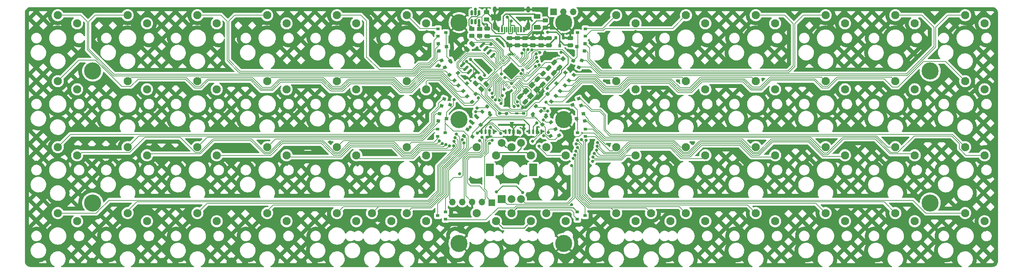
<source format=gtl>
G04 #@! TF.GenerationSoftware,KiCad,Pcbnew,(6.0.8)*
G04 #@! TF.CreationDate,2022-10-26T23:44:53+02:00*
G04 #@! TF.ProjectId,RP2040_tmp,52503230-3430-45f7-946d-702e6b696361,2.3*
G04 #@! TF.SameCoordinates,Original*
G04 #@! TF.FileFunction,Copper,L1,Top*
G04 #@! TF.FilePolarity,Positive*
%FSLAX46Y46*%
G04 Gerber Fmt 4.6, Leading zero omitted, Abs format (unit mm)*
G04 Created by KiCad (PCBNEW (6.0.8)) date 2022-10-26 23:44:53*
%MOMM*%
%LPD*%
G01*
G04 APERTURE LIST*
G04 Aperture macros list*
%AMRoundRect*
0 Rectangle with rounded corners*
0 $1 Rounding radius*
0 $2 $3 $4 $5 $6 $7 $8 $9 X,Y pos of 4 corners*
0 Add a 4 corners polygon primitive as box body*
4,1,4,$2,$3,$4,$5,$6,$7,$8,$9,$2,$3,0*
0 Add four circle primitives for the rounded corners*
1,1,$1+$1,$2,$3*
1,1,$1+$1,$4,$5*
1,1,$1+$1,$6,$7*
1,1,$1+$1,$8,$9*
0 Add four rect primitives between the rounded corners*
20,1,$1+$1,$2,$3,$4,$5,0*
20,1,$1+$1,$4,$5,$6,$7,0*
20,1,$1+$1,$6,$7,$8,$9,0*
20,1,$1+$1,$8,$9,$2,$3,0*%
%AMRotRect*
0 Rectangle, with rotation*
0 The origin of the aperture is its center*
0 $1 length*
0 $2 width*
0 $3 Rotation angle, in degrees counterclockwise*
0 Add horizontal line*
21,1,$1,$2,0,0,$3*%
G04 Aperture macros list end*
G04 #@! TA.AperFunction,ComponentPad*
%ADD10C,0.700000*%
G04 #@! TD*
G04 #@! TA.AperFunction,ComponentPad*
%ADD11C,4.400000*%
G04 #@! TD*
G04 #@! TA.AperFunction,ComponentPad*
%ADD12C,2.100000*%
G04 #@! TD*
G04 #@! TA.AperFunction,SMDPad,CuDef*
%ADD13RoundRect,0.250000X0.475000X-0.250000X0.475000X0.250000X-0.475000X0.250000X-0.475000X-0.250000X0*%
G04 #@! TD*
G04 #@! TA.AperFunction,SMDPad,CuDef*
%ADD14R,0.900000X0.800000*%
G04 #@! TD*
G04 #@! TA.AperFunction,SMDPad,CuDef*
%ADD15RotRect,0.900000X0.800000X40.000000*%
G04 #@! TD*
G04 #@! TA.AperFunction,SMDPad,CuDef*
%ADD16RotRect,0.900000X0.800000X190.000000*%
G04 #@! TD*
G04 #@! TA.AperFunction,SMDPad,CuDef*
%ADD17RotRect,0.900000X0.800000X350.000000*%
G04 #@! TD*
G04 #@! TA.AperFunction,SMDPad,CuDef*
%ADD18RoundRect,0.250000X-0.512652X-0.159099X-0.159099X-0.512652X0.512652X0.159099X0.159099X0.512652X0*%
G04 #@! TD*
G04 #@! TA.AperFunction,SMDPad,CuDef*
%ADD19RotRect,0.900000X0.800000X25.000000*%
G04 #@! TD*
G04 #@! TA.AperFunction,SMDPad,CuDef*
%ADD20RotRect,0.900000X0.800000X200.000000*%
G04 #@! TD*
G04 #@! TA.AperFunction,SMDPad,CuDef*
%ADD21RotRect,0.900000X0.800000X320.000000*%
G04 #@! TD*
G04 #@! TA.AperFunction,SMDPad,CuDef*
%ADD22RotRect,0.900000X0.800000X315.000000*%
G04 #@! TD*
G04 #@! TA.AperFunction,SMDPad,CuDef*
%ADD23RotRect,0.900000X0.800000X340.000000*%
G04 #@! TD*
G04 #@! TA.AperFunction,SMDPad,CuDef*
%ADD24RoundRect,0.250000X0.450000X-0.262500X0.450000X0.262500X-0.450000X0.262500X-0.450000X-0.262500X0*%
G04 #@! TD*
G04 #@! TA.AperFunction,ComponentPad*
%ADD25R,1.700000X1.700000*%
G04 #@! TD*
G04 #@! TA.AperFunction,ComponentPad*
%ADD26O,1.700000X1.700000*%
G04 #@! TD*
G04 #@! TA.AperFunction,SMDPad,CuDef*
%ADD27RotRect,0.900000X0.800000X220.000000*%
G04 #@! TD*
G04 #@! TA.AperFunction,SMDPad,CuDef*
%ADD28RoundRect,0.097300X0.360700X-0.145950X0.360700X0.145950X-0.360700X0.145950X-0.360700X-0.145950X0*%
G04 #@! TD*
G04 #@! TA.AperFunction,SMDPad,CuDef*
%ADD29RoundRect,0.107300X0.355700X-0.160950X0.355700X0.160950X-0.355700X0.160950X-0.355700X-0.160950X0*%
G04 #@! TD*
G04 #@! TA.AperFunction,SMDPad,CuDef*
%ADD30RoundRect,0.109300X0.348700X-0.163950X0.348700X0.163950X-0.348700X0.163950X-0.348700X-0.163950X0*%
G04 #@! TD*
G04 #@! TA.AperFunction,SMDPad,CuDef*
%ADD31RoundRect,0.123300X0.337200X-0.184950X0.337200X0.184950X-0.337200X0.184950X-0.337200X-0.184950X0*%
G04 #@! TD*
G04 #@! TA.AperFunction,SMDPad,CuDef*
%ADD32RoundRect,0.250000X-0.159099X0.512652X-0.512652X0.159099X0.159099X-0.512652X0.512652X-0.159099X0*%
G04 #@! TD*
G04 #@! TA.AperFunction,SMDPad,CuDef*
%ADD33RoundRect,0.250000X0.132583X-0.503814X0.503814X-0.132583X-0.132583X0.503814X-0.503814X0.132583X0*%
G04 #@! TD*
G04 #@! TA.AperFunction,ComponentPad*
%ADD34RotRect,1.000000X1.000000X135.000000*%
G04 #@! TD*
G04 #@! TA.AperFunction,ComponentPad*
%ADD35R,2.000000X2.000000*%
G04 #@! TD*
G04 #@! TA.AperFunction,ComponentPad*
%ADD36C,2.000000*%
G04 #@! TD*
G04 #@! TA.AperFunction,ComponentPad*
%ADD37R,2.000000X3.200000*%
G04 #@! TD*
G04 #@! TA.AperFunction,SMDPad,CuDef*
%ADD38RotRect,0.900000X0.800000X155.000000*%
G04 #@! TD*
G04 #@! TA.AperFunction,SMDPad,CuDef*
%ADD39RoundRect,0.137500X-0.137500X-0.462500X0.137500X-0.462500X0.137500X0.462500X-0.137500X0.462500X0*%
G04 #@! TD*
G04 #@! TA.AperFunction,SMDPad,CuDef*
%ADD40RoundRect,0.137500X-0.362500X-0.137500X0.362500X-0.137500X0.362500X0.137500X-0.362500X0.137500X0*%
G04 #@! TD*
G04 #@! TA.AperFunction,SMDPad,CuDef*
%ADD41RoundRect,0.112500X-0.112500X-0.487500X0.112500X-0.487500X0.112500X0.487500X-0.112500X0.487500X0*%
G04 #@! TD*
G04 #@! TA.AperFunction,SMDPad,CuDef*
%ADD42RoundRect,0.175000X-0.175000X-0.425000X0.175000X-0.425000X0.175000X0.425000X-0.175000X0.425000X0*%
G04 #@! TD*
G04 #@! TA.AperFunction,SMDPad,CuDef*
%ADD43RotRect,0.900000X0.800000X225.000000*%
G04 #@! TD*
G04 #@! TA.AperFunction,SMDPad,CuDef*
%ADD44RotRect,0.900000X0.800000X330.000000*%
G04 #@! TD*
G04 #@! TA.AperFunction,SMDPad,CuDef*
%ADD45RoundRect,0.050000X-0.238649X-0.309359X0.309359X0.238649X0.238649X0.309359X-0.309359X-0.238649X0*%
G04 #@! TD*
G04 #@! TA.AperFunction,SMDPad,CuDef*
%ADD46RoundRect,0.050000X0.238649X-0.309359X0.309359X-0.238649X-0.238649X0.309359X-0.309359X0.238649X0*%
G04 #@! TD*
G04 #@! TA.AperFunction,ComponentPad*
%ADD47C,0.600000*%
G04 #@! TD*
G04 #@! TA.AperFunction,SMDPad,CuDef*
%ADD48RoundRect,0.144000X0.000000X-2.059095X2.059095X0.000000X0.000000X2.059095X-2.059095X0.000000X0*%
G04 #@! TD*
G04 #@! TA.AperFunction,SMDPad,CuDef*
%ADD49RoundRect,0.250000X-0.503814X-0.132583X-0.132583X-0.503814X0.503814X0.132583X0.132583X0.503814X0*%
G04 #@! TD*
G04 #@! TA.AperFunction,SMDPad,CuDef*
%ADD50RoundRect,0.250000X0.512652X0.159099X0.159099X0.512652X-0.512652X-0.159099X-0.159099X-0.512652X0*%
G04 #@! TD*
G04 #@! TA.AperFunction,SMDPad,CuDef*
%ADD51RotRect,0.900000X0.800000X140.000000*%
G04 #@! TD*
G04 #@! TA.AperFunction,SMDPad,CuDef*
%ADD52RoundRect,0.250000X-0.132583X0.503814X-0.503814X0.132583X0.132583X-0.503814X0.503814X-0.132583X0*%
G04 #@! TD*
G04 #@! TA.AperFunction,SMDPad,CuDef*
%ADD53R,0.800000X0.900000*%
G04 #@! TD*
G04 #@! TA.AperFunction,SMDPad,CuDef*
%ADD54RoundRect,0.150000X0.150000X-0.512500X0.150000X0.512500X-0.150000X0.512500X-0.150000X-0.512500X0*%
G04 #@! TD*
G04 #@! TA.AperFunction,SMDPad,CuDef*
%ADD55R,0.600000X1.450000*%
G04 #@! TD*
G04 #@! TA.AperFunction,SMDPad,CuDef*
%ADD56R,0.300000X1.450000*%
G04 #@! TD*
G04 #@! TA.AperFunction,ComponentPad*
%ADD57O,1.000000X2.100000*%
G04 #@! TD*
G04 #@! TA.AperFunction,ComponentPad*
%ADD58O,1.000000X1.600000*%
G04 #@! TD*
G04 #@! TA.AperFunction,SMDPad,CuDef*
%ADD59RotRect,0.900000X0.800000X175.000000*%
G04 #@! TD*
G04 #@! TA.AperFunction,SMDPad,CuDef*
%ADD60RoundRect,0.250000X-0.450000X0.262500X-0.450000X-0.262500X0.450000X-0.262500X0.450000X0.262500X0*%
G04 #@! TD*
G04 #@! TA.AperFunction,SMDPad,CuDef*
%ADD61RotRect,0.900000X0.800000X210.000000*%
G04 #@! TD*
G04 #@! TA.AperFunction,SMDPad,CuDef*
%ADD62RotRect,1.400000X1.200000X225.000000*%
G04 #@! TD*
G04 #@! TA.AperFunction,SMDPad,CuDef*
%ADD63RoundRect,0.150000X-0.353553X-0.565685X0.565685X0.353553X0.353553X0.565685X-0.565685X-0.353553X0*%
G04 #@! TD*
G04 #@! TA.AperFunction,SMDPad,CuDef*
%ADD64RoundRect,0.250000X-0.625000X0.375000X-0.625000X-0.375000X0.625000X-0.375000X0.625000X0.375000X0*%
G04 #@! TD*
G04 #@! TA.AperFunction,SMDPad,CuDef*
%ADD65RotRect,0.900000X0.800000X5.000000*%
G04 #@! TD*
G04 #@! TA.AperFunction,ViaPad*
%ADD66C,0.800000*%
G04 #@! TD*
G04 #@! TA.AperFunction,Conductor*
%ADD67C,0.200000*%
G04 #@! TD*
G04 #@! TA.AperFunction,Conductor*
%ADD68C,0.250000*%
G04 #@! TD*
G04 #@! TA.AperFunction,Conductor*
%ADD69C,0.300000*%
G04 #@! TD*
G04 #@! TA.AperFunction,Conductor*
%ADD70C,0.220000*%
G04 #@! TD*
G04 APERTURE END LIST*
D10*
X256000000Y-123650000D03*
X257650000Y-122000000D03*
X256000000Y-120350000D03*
X254833274Y-120833274D03*
X257166726Y-123166726D03*
X254833274Y-123166726D03*
X257166726Y-120833274D03*
X254350000Y-122000000D03*
D11*
X256000000Y-122000000D03*
D10*
X257650000Y-88000000D03*
X256000000Y-89650000D03*
X254350000Y-88000000D03*
X256000000Y-86350000D03*
X257166726Y-86833274D03*
X254833274Y-89166726D03*
X254833274Y-86833274D03*
D11*
X256000000Y-88000000D03*
D10*
X257166726Y-89166726D03*
X41166726Y-89166726D03*
X38833274Y-89166726D03*
D11*
X40000000Y-88000000D03*
D10*
X41166726Y-86833274D03*
X40000000Y-86350000D03*
X41650000Y-88000000D03*
X38833274Y-86833274D03*
X40000000Y-89650000D03*
X38350000Y-88000000D03*
X38350000Y-122000000D03*
X41650000Y-122000000D03*
X41166726Y-120833274D03*
X41166726Y-123166726D03*
X40000000Y-123650000D03*
D11*
X40000000Y-122000000D03*
D10*
X38833274Y-123166726D03*
X38833274Y-120833274D03*
X40000000Y-120350000D03*
X134500000Y-77150000D03*
D11*
X134500000Y-75500000D03*
D10*
X135666726Y-76666726D03*
X136150000Y-75500000D03*
X135666726Y-74333274D03*
X133333274Y-74333274D03*
X132850000Y-75500000D03*
X134500000Y-73850000D03*
X133333274Y-76666726D03*
X162666726Y-74333274D03*
X163150000Y-75500000D03*
X161500000Y-77150000D03*
X162666726Y-76666726D03*
X159850000Y-75500000D03*
X161500000Y-73850000D03*
D11*
X161500000Y-75500000D03*
D10*
X160333274Y-76666726D03*
X160333274Y-74333274D03*
X133333274Y-101666726D03*
X136150000Y-100500000D03*
X133333274Y-99333274D03*
X135666726Y-99333274D03*
D11*
X134500000Y-100500000D03*
D10*
X135666726Y-101666726D03*
X134500000Y-98850000D03*
X134500000Y-102150000D03*
X132850000Y-100500000D03*
D11*
X161500000Y-100500000D03*
D10*
X159850000Y-100500000D03*
X163150000Y-100500000D03*
X161500000Y-98850000D03*
X162666726Y-101666726D03*
X160333274Y-101666726D03*
X161500000Y-102150000D03*
X162666726Y-99333274D03*
X160333274Y-99333274D03*
D12*
X49000000Y-124600000D03*
X54000000Y-126700000D03*
X139000000Y-124600000D03*
X144000000Y-126700000D03*
D13*
X157640000Y-81380000D03*
X157640000Y-79480000D03*
D14*
X129060000Y-77140000D03*
X129060000Y-79040000D03*
X131060000Y-78090000D03*
D12*
X211000000Y-90600000D03*
X216000000Y-92700000D03*
D13*
X163210000Y-81380000D03*
X163210000Y-79480000D03*
D15*
X136603307Y-94455045D03*
X137824604Y-95910530D03*
X138746044Y-93897212D03*
D16*
X166869774Y-100821919D03*
X166539842Y-98950784D03*
X164735192Y-100233648D03*
D12*
X121000000Y-124600000D03*
X126000000Y-126700000D03*
X139000000Y-107600000D03*
X144000000Y-109700000D03*
D13*
X147480000Y-81380000D03*
X147480000Y-79480000D03*
D17*
X129455158Y-98965784D03*
X129125226Y-100836919D03*
X131259808Y-100248648D03*
D18*
X159008249Y-85748249D03*
X160351751Y-87091751D03*
D19*
X129982205Y-85301626D03*
X130785180Y-87023611D03*
X132196308Y-85317382D03*
D18*
X154678249Y-90078249D03*
X156021751Y-91421751D03*
D12*
X175000000Y-107600000D03*
X180000000Y-109700000D03*
D20*
X165994612Y-96900688D03*
X165344773Y-95115272D03*
X163790307Y-96692020D03*
D21*
X139144604Y-99879470D03*
X137923307Y-101334955D03*
X140066044Y-101892788D03*
D22*
X141789645Y-97121142D03*
X140446142Y-98464645D03*
X142532107Y-99207107D03*
D14*
X164975000Y-124275000D03*
X164975000Y-126175000D03*
X166975000Y-125225000D03*
D23*
X130645534Y-95133252D03*
X129995695Y-96918668D03*
X132200000Y-96710000D03*
D12*
X67000000Y-90600000D03*
X72000000Y-92700000D03*
D15*
X134333307Y-91725045D03*
X135554604Y-93180530D03*
X136476044Y-91167212D03*
D12*
X67000000Y-107600000D03*
X72000000Y-109700000D03*
X211000000Y-107600000D03*
X216000000Y-109700000D03*
X121000000Y-73600000D03*
X126000000Y-75700000D03*
X175000000Y-90600000D03*
X180000000Y-92700000D03*
D18*
X157568249Y-87178249D03*
X158911751Y-88521751D03*
D24*
X141610000Y-74662500D03*
X141610000Y-72837500D03*
D12*
X121000000Y-90600000D03*
X126000000Y-92700000D03*
X147990000Y-124600000D03*
X152990000Y-126700000D03*
D25*
X158810000Y-72750000D03*
D26*
X161350000Y-72750000D03*
X163890000Y-72750000D03*
D27*
X158151693Y-101209955D03*
X156930396Y-99754470D03*
X156008956Y-101767788D03*
D12*
X49000000Y-73600000D03*
X54000000Y-75700000D03*
X265000000Y-124600000D03*
X270000000Y-126700000D03*
D15*
X132043307Y-89005045D03*
X133264604Y-90460530D03*
X134186044Y-88447212D03*
D12*
X247000000Y-124600000D03*
X252000000Y-126700000D03*
D10*
X162656726Y-131233274D03*
X161490000Y-130750000D03*
X163140000Y-132400000D03*
X162656726Y-133566726D03*
X161490000Y-134050000D03*
D11*
X161490000Y-132400000D03*
D10*
X159840000Y-132400000D03*
X160323274Y-133566726D03*
X160323274Y-131233274D03*
D28*
X149382000Y-101860750D03*
D29*
X151183000Y-101845750D03*
D30*
X149382000Y-98864250D03*
D31*
X151180500Y-98899250D03*
D12*
X112010000Y-124600000D03*
X117010000Y-126700000D03*
X247000000Y-107600000D03*
X252000000Y-109700000D03*
D14*
X167050000Y-104840000D03*
X167050000Y-102940000D03*
X165050000Y-103890000D03*
X131000000Y-126175000D03*
X131000000Y-124275000D03*
X129000000Y-125225000D03*
D12*
X85000000Y-124600000D03*
X90000000Y-126700000D03*
D32*
X137861751Y-81028249D03*
X136518249Y-82371751D03*
D12*
X175000000Y-124600000D03*
X180000000Y-126700000D03*
D33*
X140204765Y-92615235D03*
X141495235Y-91324765D03*
D34*
X161330000Y-84850000D03*
D35*
X145510000Y-121000000D03*
D36*
X150510000Y-121000000D03*
X148010000Y-121000000D03*
D37*
X142410000Y-113500000D03*
X153610000Y-113500000D03*
D36*
X150510000Y-106500000D03*
X145510000Y-106500000D03*
D12*
X31000000Y-73600000D03*
X36000000Y-75700000D03*
X175000000Y-73600000D03*
X180000000Y-75700000D03*
D38*
X165334820Y-87023611D03*
X166137795Y-85301626D03*
X163923692Y-85317382D03*
D12*
X229000000Y-73600000D03*
X234000000Y-75700000D03*
D13*
X141780000Y-78980000D03*
X141780000Y-77080000D03*
D39*
X152591025Y-103616442D03*
D40*
X152366025Y-103541442D03*
D41*
X153591025Y-103616442D03*
D42*
X154616025Y-103616442D03*
D39*
X155741025Y-103616442D03*
D40*
X155966025Y-103541442D03*
D43*
X155628858Y-98334645D03*
X154285355Y-96991142D03*
X153542893Y-99077107D03*
D44*
X136708975Y-103077276D03*
X135758975Y-104722724D03*
X137966025Y-104900000D03*
D14*
X167060000Y-79040000D03*
X167060000Y-77140000D03*
X165060000Y-78090000D03*
D45*
X143730843Y-88602202D03*
X144013686Y-88885045D03*
X144296528Y-89167887D03*
X144579371Y-89450730D03*
X144862214Y-89733573D03*
X145145056Y-90016415D03*
X145427899Y-90299258D03*
X145710742Y-90582101D03*
X145993585Y-90864944D03*
X146276427Y-91147786D03*
X146559270Y-91430629D03*
X146842113Y-91713472D03*
X147124955Y-91996314D03*
X147407798Y-92279157D03*
D46*
X148592202Y-92279157D03*
X148875045Y-91996314D03*
X149157887Y-91713472D03*
X149440730Y-91430629D03*
X149723573Y-91147786D03*
X150006415Y-90864944D03*
X150289258Y-90582101D03*
X150572101Y-90299258D03*
X150854944Y-90016415D03*
X151137786Y-89733573D03*
X151420629Y-89450730D03*
X151703472Y-89167887D03*
X151986314Y-88885045D03*
X152269157Y-88602202D03*
D45*
X152269157Y-87417798D03*
X151986314Y-87134955D03*
X151703472Y-86852113D03*
X151420629Y-86569270D03*
X151137786Y-86286427D03*
X150854944Y-86003585D03*
X150572101Y-85720742D03*
X150289258Y-85437899D03*
X150006415Y-85155056D03*
X149723573Y-84872214D03*
X149440730Y-84589371D03*
X149157887Y-84306528D03*
X148875045Y-84023686D03*
X148592202Y-83740843D03*
D46*
X147407798Y-83740843D03*
X147124955Y-84023686D03*
X146842113Y-84306528D03*
X146559270Y-84589371D03*
X146276427Y-84872214D03*
X145993585Y-85155056D03*
X145710742Y-85437899D03*
X145427899Y-85720742D03*
X145145056Y-86003585D03*
X144862214Y-86286427D03*
X144579371Y-86569270D03*
X144296528Y-86852113D03*
X144013686Y-87134955D03*
X143730843Y-87417798D03*
D47*
X148901561Y-87108439D03*
X148000000Y-89813122D03*
X147098439Y-87108439D03*
X148000000Y-86206878D03*
X149803122Y-88010000D03*
X148901561Y-88911561D03*
X147098439Y-88911561D03*
X146196878Y-88010000D03*
X148000000Y-88010000D03*
D48*
X148000000Y-88010000D03*
D49*
X156114765Y-88664765D03*
X157405235Y-89955235D03*
D12*
X31000000Y-124600000D03*
X36000000Y-126700000D03*
X193000000Y-73600000D03*
X198000000Y-75700000D03*
X121000000Y-107600000D03*
X126000000Y-109700000D03*
D50*
X151551751Y-95901751D03*
X150208249Y-94558249D03*
D12*
X49000000Y-90600000D03*
X54000000Y-92700000D03*
X193000000Y-107600000D03*
X198000000Y-109700000D03*
D13*
X155620000Y-81380000D03*
X155620000Y-79480000D03*
D12*
X67000000Y-73600000D03*
X72000000Y-75700000D03*
X193000000Y-90600000D03*
X198000000Y-92700000D03*
X103000000Y-90600000D03*
X108000000Y-92700000D03*
X211000000Y-73600000D03*
X216000000Y-75700000D03*
X103000000Y-124600000D03*
X108000000Y-126700000D03*
X183990000Y-124600000D03*
X188990000Y-126700000D03*
D51*
X160555396Y-93170530D03*
X161776693Y-91715045D03*
X159633956Y-91157212D03*
X158258703Y-95885485D03*
X159480000Y-94430000D03*
X157337263Y-93872167D03*
D12*
X247000000Y-90600000D03*
X252000000Y-92700000D03*
D52*
X140095235Y-89894765D03*
X138804765Y-91185235D03*
D53*
X161380000Y-79430000D03*
X159480000Y-79430000D03*
X160430000Y-81430000D03*
D54*
X137730000Y-75257500D03*
X138680000Y-75257500D03*
X139630000Y-75257500D03*
X139630000Y-72982500D03*
X138680000Y-72982500D03*
X137730000Y-72982500D03*
D12*
X103000000Y-107600000D03*
X108000000Y-109700000D03*
D13*
X153530000Y-81380000D03*
X153530000Y-79480000D03*
D12*
X265000000Y-90600000D03*
X270000000Y-92700000D03*
X229000000Y-90600000D03*
X234000000Y-92700000D03*
X31000000Y-90600000D03*
X36000000Y-92700000D03*
D13*
X149500000Y-81380000D03*
X149500000Y-79480000D03*
D12*
X31000000Y-107600000D03*
X36000000Y-109700000D03*
X148010000Y-107600000D03*
X153010000Y-109700000D03*
X49000000Y-107600000D03*
X54000000Y-109700000D03*
D14*
X128950000Y-102950000D03*
X128950000Y-104850000D03*
X130950000Y-103900000D03*
D12*
X265000000Y-73600000D03*
X270000000Y-75700000D03*
D55*
X151240000Y-77275000D03*
X150440000Y-77275000D03*
D56*
X149240000Y-77275000D03*
X148240000Y-77275000D03*
X147740000Y-77275000D03*
X146740000Y-77275000D03*
D55*
X145540000Y-77275000D03*
X144740000Y-77275000D03*
X144740000Y-77275000D03*
X145540000Y-77275000D03*
D56*
X146240000Y-77275000D03*
X147240000Y-77275000D03*
X148740000Y-77275000D03*
X149740000Y-77275000D03*
D55*
X150440000Y-77275000D03*
X151240000Y-77275000D03*
D57*
X152310000Y-76360000D03*
D58*
X152310000Y-72180000D03*
D57*
X143670000Y-76360000D03*
D58*
X143670000Y-72180000D03*
D12*
X193000000Y-124600000D03*
X198000000Y-126700000D03*
X229000000Y-124600000D03*
X234000000Y-126700000D03*
D59*
X166803397Y-82813541D03*
X166968993Y-80920771D03*
X164893805Y-81692844D03*
D10*
X135656726Y-131233274D03*
X136140000Y-132400000D03*
D11*
X134490000Y-132400000D03*
D10*
X134490000Y-134050000D03*
X135656726Y-133566726D03*
X133323274Y-131233274D03*
X133323274Y-133566726D03*
X132840000Y-132400000D03*
X134490000Y-130750000D03*
D60*
X156750000Y-74977500D03*
X156750000Y-76802500D03*
D12*
X85000000Y-90600000D03*
X90000000Y-92700000D03*
D51*
X162845396Y-90450530D03*
X164066693Y-88995045D03*
X161923956Y-88437212D03*
D12*
X85000000Y-73600000D03*
X90000000Y-75700000D03*
D60*
X137810000Y-77097500D03*
X137810000Y-78922500D03*
D12*
X157000000Y-107600000D03*
X162000000Y-109700000D03*
X211000000Y-124600000D03*
X216000000Y-126700000D03*
X265000000Y-107600000D03*
X270000000Y-109700000D03*
X157000000Y-124600000D03*
X162000000Y-126700000D03*
D61*
X160316025Y-104597724D03*
X159366025Y-102952276D03*
X158108975Y-104775000D03*
D25*
X142970000Y-121890000D03*
D26*
X140430000Y-121790000D03*
X137890000Y-121790000D03*
X135350000Y-121790000D03*
X132810000Y-121790000D03*
D12*
X67000000Y-124600000D03*
X72000000Y-126700000D03*
X103000000Y-73600000D03*
X108000000Y-75700000D03*
D13*
X151520000Y-81380000D03*
X151520000Y-79480000D03*
D62*
X153296777Y-91611142D03*
X151741142Y-93166777D03*
X152943223Y-94368858D03*
X154498858Y-92813223D03*
D63*
X135377377Y-86388546D03*
X136275403Y-87286572D03*
X137173428Y-88184597D03*
X138071454Y-89082623D03*
X143162623Y-83991454D03*
X142264597Y-83093428D03*
X141366572Y-82195403D03*
X140468546Y-81297377D03*
D12*
X85000000Y-107600000D03*
X90000000Y-109700000D03*
D60*
X139790000Y-77097500D03*
X139790000Y-78922500D03*
D28*
X144932000Y-101860750D03*
D29*
X146733000Y-101845750D03*
D30*
X144932000Y-98864250D03*
D31*
X146730500Y-98899250D03*
D12*
X247000000Y-73600000D03*
X252000000Y-75700000D03*
X229000000Y-107600000D03*
X234000000Y-109700000D03*
D39*
X146466025Y-103616442D03*
D40*
X146241025Y-103541442D03*
D41*
X147466025Y-103616442D03*
D42*
X148491025Y-103616442D03*
D39*
X149616025Y-103616442D03*
D40*
X149841025Y-103541442D03*
D64*
X154580000Y-73890000D03*
X154580000Y-76690000D03*
D39*
X140291025Y-103616442D03*
D40*
X140066025Y-103541442D03*
D41*
X141291025Y-103616442D03*
D42*
X142316025Y-103616442D03*
D39*
X143441025Y-103616442D03*
D40*
X143666025Y-103541442D03*
D65*
X129151007Y-80930771D03*
X129316603Y-82823541D03*
X131226195Y-81702844D03*
D66*
X133439254Y-105120482D03*
X138758014Y-98488770D03*
X135294568Y-105640000D03*
X137470000Y-100960000D03*
X150890000Y-119300000D03*
X144150000Y-119170000D03*
X157478398Y-103831602D03*
X165020000Y-107740000D03*
X156910500Y-99322900D03*
X165030250Y-105805186D03*
X156504216Y-97630500D03*
X167229119Y-105874502D03*
X137390000Y-85000000D03*
X155240000Y-76890000D03*
X138680000Y-72050000D03*
X141087904Y-89086923D03*
X157290000Y-78000000D03*
X139190000Y-103990000D03*
X145420000Y-88710000D03*
X148028200Y-91219500D03*
X146890000Y-80870000D03*
X142999000Y-105815020D03*
X146093954Y-92686046D03*
X142720000Y-81120000D03*
X153255002Y-82525002D03*
X132420000Y-85670000D03*
X133188862Y-106088113D03*
X139110043Y-97553312D03*
X133821748Y-104197062D03*
X138800000Y-99520000D03*
X234210000Y-77760000D03*
X172000000Y-90520000D03*
X198220000Y-77680000D03*
X111070000Y-109030000D03*
X256390000Y-137390000D03*
X117910000Y-136840000D03*
X163590000Y-103010000D03*
X173070000Y-106960000D03*
X156610000Y-83160000D03*
X252150000Y-77880000D03*
X39800000Y-137500000D03*
X54230000Y-94690000D03*
X212620000Y-106180000D03*
X156700000Y-79710000D03*
X134650000Y-114490000D03*
X54110000Y-128850000D03*
X252150000Y-128830000D03*
X83260000Y-106290000D03*
X138978151Y-88298151D03*
X147960000Y-126730000D03*
X136454320Y-85486297D03*
X156980000Y-127090000D03*
X202460000Y-137230000D03*
X190710000Y-132160000D03*
X112670000Y-119720000D03*
X249150000Y-105980000D03*
X212880000Y-90110000D03*
X109100000Y-132430000D03*
X126160000Y-94670000D03*
X216070000Y-94780000D03*
X180050000Y-128630000D03*
X129570000Y-109800000D03*
X159260000Y-108020000D03*
X165170000Y-137660000D03*
X108170000Y-94690000D03*
X181770000Y-133300000D03*
X198160000Y-94710000D03*
X139140000Y-82060000D03*
X57970000Y-137470000D03*
X220320000Y-137310000D03*
X234250000Y-111810000D03*
X270130000Y-111670000D03*
X72310000Y-128870000D03*
X252020000Y-112010000D03*
X126190000Y-77840000D03*
X133490000Y-84717480D03*
X148020000Y-110770000D03*
X144280000Y-79740000D03*
X54260000Y-111880000D03*
X129310000Y-86700000D03*
X198160000Y-128760000D03*
X35910000Y-77720000D03*
X118050000Y-128850000D03*
X166450000Y-88010000D03*
X190880000Y-90490000D03*
X252290000Y-94780000D03*
X234180000Y-128760000D03*
X238330000Y-137150000D03*
X270330000Y-94580000D03*
X162220000Y-115380000D03*
X36070000Y-94640000D03*
X194850000Y-106570000D03*
X198160000Y-111470000D03*
X127240000Y-105010000D03*
X144890000Y-115360000D03*
X180260000Y-94510000D03*
X114140000Y-125610000D03*
X75830000Y-137430000D03*
X234040000Y-94710000D03*
X90180000Y-94740000D03*
X101220000Y-106230000D03*
X126580000Y-112000000D03*
X142250000Y-88010000D03*
X162160000Y-128760000D03*
X35860000Y-128640000D03*
X180390000Y-111600000D03*
X102950000Y-127140000D03*
X158530000Y-110650000D03*
X110140000Y-126550000D03*
X270200000Y-128970000D03*
X157020000Y-133490000D03*
X93920000Y-137620000D03*
X148660000Y-105690000D03*
X130110000Y-137150000D03*
X180000000Y-77840000D03*
X108010000Y-77840000D03*
X216270000Y-128900000D03*
X35860000Y-111880000D03*
X216140000Y-111810000D03*
X72220000Y-77800000D03*
X89890000Y-128870000D03*
X72080000Y-111880000D03*
X216190000Y-77800000D03*
X90030000Y-77700000D03*
X149990000Y-94930000D03*
X137360000Y-115910000D03*
X90120000Y-112000000D03*
X64970000Y-105730000D03*
X162550000Y-82630000D03*
X53960000Y-77800000D03*
X143570000Y-128880000D03*
X24370000Y-137110000D03*
X154852466Y-103777534D03*
X72440000Y-94710000D03*
X108290000Y-112230000D03*
X270280000Y-77720000D03*
X193170000Y-127280000D03*
X230990000Y-106180000D03*
X151250000Y-102890000D03*
X137550000Y-99530000D03*
X150730500Y-83430000D03*
X130109721Y-106667093D03*
X131064098Y-106964026D03*
X143027921Y-93743447D03*
X132023325Y-107244895D03*
X143142982Y-94736303D03*
X133095068Y-107257557D03*
X143861029Y-95454349D03*
X139500000Y-94900500D03*
X145661029Y-94303025D03*
X152259353Y-82437322D03*
X133220003Y-95300003D03*
X156910000Y-96020000D03*
X142358079Y-92866729D03*
X144860167Y-95481356D03*
X164327067Y-109614318D03*
X153500000Y-99460000D03*
X142321382Y-98700000D03*
X135694568Y-106558150D03*
X137331285Y-102457959D03*
X163500500Y-122475500D03*
X155084946Y-86419566D03*
X169012887Y-110151021D03*
X154660022Y-85514886D03*
X169355009Y-109211895D03*
X169914792Y-108383857D03*
X154443148Y-84539196D03*
X154322331Y-83547022D03*
X170112649Y-107404133D03*
X155276311Y-83248813D03*
X170228619Y-106411381D03*
X148699045Y-97105875D03*
X155150000Y-107350000D03*
X168960000Y-111270000D03*
X154154413Y-86784413D03*
X164648718Y-108667985D03*
X156330000Y-104680000D03*
X164679375Y-106741077D03*
X156226831Y-100548727D03*
X166022687Y-105657313D03*
X157310500Y-98330000D03*
X146880000Y-74079500D03*
X137540000Y-76750000D03*
X147949500Y-75080000D03*
X139630000Y-76170000D03*
X142299500Y-106591714D03*
X146690000Y-98950500D03*
X144970882Y-98928979D03*
X150897584Y-87739376D03*
X140434437Y-105101665D03*
X150475282Y-88645282D03*
X146330000Y-89630000D03*
X139820000Y-105890000D03*
X142556845Y-102419743D03*
X145277883Y-96389386D03*
X151250000Y-82479500D03*
X129374500Y-105990000D03*
X150110000Y-103895500D03*
X145234647Y-104074647D03*
X149699169Y-96907977D03*
X163500500Y-112320000D03*
X149508749Y-95906207D03*
X163923645Y-110528788D03*
X153460000Y-106100000D03*
X147480000Y-103280000D03*
X154565962Y-101314038D03*
X160831033Y-83146522D03*
X157231388Y-92447856D03*
D67*
X37425000Y-74075000D02*
X37125000Y-73775000D01*
X38600000Y-81875000D02*
X38600000Y-82498780D01*
X37425000Y-74075000D02*
X36950000Y-73600000D01*
X36950000Y-73600000D02*
X31000000Y-73600000D01*
X45351220Y-89250000D02*
X123106372Y-89250000D01*
X124806372Y-87550000D02*
X123578186Y-88778186D01*
X38600000Y-81875000D02*
X38600000Y-75250000D01*
X123578186Y-88778186D02*
X123106371Y-89250000D01*
X38600000Y-75250000D02*
X37425000Y-74075000D01*
X130288791Y-87550000D02*
X124806372Y-87550000D01*
X38600000Y-82498780D02*
X45351220Y-89250000D01*
X123106372Y-89250000D02*
X123578186Y-88778186D01*
X130835180Y-87003611D02*
X130288791Y-87550000D01*
X36400000Y-85200000D02*
X39250000Y-85200000D01*
X117087257Y-91250000D02*
X112000000Y-91250000D01*
X100263971Y-92086029D02*
X99027942Y-90850000D01*
X82171814Y-91753186D02*
X80868628Y-90450000D01*
X120875000Y-93550000D02*
X119387256Y-93550000D01*
X135378628Y-95791372D02*
X135273628Y-95686372D01*
X122221929Y-93550000D02*
X120875000Y-93550000D01*
X119152942Y-93315685D02*
X117087257Y-91250000D01*
X80868628Y-90450000D02*
X79425000Y-90450000D01*
X99027942Y-90850000D02*
X97950000Y-90850000D01*
X51750000Y-90050000D02*
X49825000Y-91975000D01*
X88700000Y-90850000D02*
X88506372Y-90850000D01*
X40025000Y-85200000D02*
X40384314Y-85200000D01*
X79425000Y-90450000D02*
X69815686Y-90450000D01*
X129537257Y-89950000D02*
X125821934Y-89950000D01*
X106500000Y-91250000D02*
X104600000Y-93150000D01*
X69815686Y-90450000D02*
X67915685Y-92350000D01*
X40735534Y-85200000D02*
X47510534Y-91975000D01*
X60850000Y-90050000D02*
X59575000Y-90050000D01*
X135378628Y-95791372D02*
X135837256Y-96250000D01*
X83418628Y-93000000D02*
X82171814Y-91753186D01*
X84775000Y-93000000D02*
X83418628Y-93000000D01*
X134378297Y-94791040D02*
X129806128Y-90218871D01*
X67915685Y-92350000D02*
X66275125Y-92350000D01*
X97950000Y-90850000D02*
X88700000Y-90850000D01*
X112000000Y-91250000D02*
X106500000Y-91250000D01*
X125710967Y-90060967D02*
X123735965Y-92035966D01*
X86356370Y-93000000D02*
X84775000Y-93000000D01*
X88506372Y-90850000D02*
X87978185Y-91378187D01*
X125821934Y-89950000D02*
X125710967Y-90060967D01*
X104600000Y-93150000D02*
X101327942Y-93150000D01*
X135837256Y-96250000D02*
X137641878Y-96250000D01*
X60850000Y-90050000D02*
X51750000Y-90050000D01*
X39250000Y-85200000D02*
X40025000Y-85200000D01*
X65225062Y-91299937D02*
X63975125Y-90050000D01*
X137641878Y-96250000D02*
X137928560Y-95963318D01*
X119387256Y-93550000D02*
X119152942Y-93315685D01*
X123735965Y-92035966D02*
X122221929Y-93550000D01*
X47510534Y-91975000D02*
X48475000Y-91975000D01*
X39250000Y-85200000D02*
X40735534Y-85200000D01*
X135273628Y-95686372D02*
X134378297Y-94791040D01*
X66275125Y-92350000D02*
X65225062Y-91299937D01*
X49825000Y-91975000D02*
X48475000Y-91975000D01*
X129806128Y-90218871D02*
X129537257Y-89950000D01*
X63975125Y-90050000D02*
X60850000Y-90050000D01*
X101327942Y-93150000D02*
X100263971Y-92086029D01*
X87978185Y-91378187D02*
X86356370Y-93000000D01*
X31000000Y-90600000D02*
X36400000Y-85200000D01*
X127748186Y-100348186D02*
X127748186Y-100088186D01*
X127748186Y-101500442D02*
X127748186Y-101230000D01*
X128297157Y-98647157D02*
X129292157Y-97652157D01*
X129654314Y-97290000D02*
X129830000Y-97290000D01*
X122410001Y-104700001D02*
X124548627Y-104700001D01*
X127748186Y-101500442D02*
X127748186Y-100348186D01*
X124548627Y-104700001D02*
X125694314Y-103554314D01*
X129562157Y-97382157D02*
X129680000Y-97264314D01*
X129830000Y-97290000D02*
X129995695Y-97124305D01*
X125694314Y-103554314D02*
X127748186Y-101500442D01*
X122410001Y-104700001D02*
X51899999Y-104700001D01*
X129292157Y-97652157D02*
X129562157Y-97382157D01*
X123390684Y-104700001D02*
X122410001Y-104700001D01*
X127748186Y-101230000D02*
X127748186Y-100670000D01*
X129995695Y-97124305D02*
X129995695Y-96918668D01*
X129292157Y-97652157D02*
X129654314Y-97290000D01*
X127748186Y-99196128D02*
X128297157Y-98647157D01*
X51899999Y-104700001D02*
X49000000Y-107600000D01*
X127748186Y-100348186D02*
X127748186Y-99196128D01*
X49000000Y-124075000D02*
X49000000Y-124600000D01*
X134195068Y-105876296D02*
X133439254Y-105120482D01*
X129325000Y-119012256D02*
X129325000Y-114655000D01*
X134195068Y-107713192D02*
X134195068Y-107230000D01*
X129143628Y-119193628D02*
X129325000Y-119012256D01*
X122825001Y-121700001D02*
X51374999Y-121700001D01*
X126637255Y-121700001D02*
X129143628Y-119193628D01*
X140422017Y-98488770D02*
X140446142Y-98464645D01*
X131773778Y-110133777D02*
X133563778Y-108343778D01*
X133564482Y-108343778D02*
X134195068Y-107713192D01*
X129325000Y-114655000D02*
X129325001Y-112582554D01*
X134195068Y-107230000D02*
X134195068Y-105876296D01*
X51374999Y-121700001D02*
X49000000Y-124075000D01*
X122825001Y-121700001D02*
X126637255Y-121700001D01*
X129325001Y-112582554D02*
X131773778Y-110133777D01*
X138758014Y-98488770D02*
X140422017Y-98488770D01*
X133563778Y-108343778D02*
X133564482Y-108343778D01*
X128800000Y-82908425D02*
X128800000Y-84865686D01*
X74700000Y-85300000D02*
X74700000Y-75175000D01*
X73125000Y-73600000D02*
X67000000Y-73600000D01*
X126915686Y-86750000D02*
X124475000Y-86750000D01*
X122775000Y-88450000D02*
X77850000Y-88450000D01*
X128934884Y-82773541D02*
X128800000Y-82908425D01*
X74700000Y-75175000D02*
X73125000Y-73600000D01*
X129386603Y-82773541D02*
X128934884Y-82773541D01*
X124475000Y-86750000D02*
X122775000Y-88450000D01*
X77850000Y-88450000D02*
X74700000Y-85300000D01*
X128800000Y-84865686D02*
X126915686Y-86750000D01*
X106115686Y-90450000D02*
X104215685Y-92350000D01*
X135574604Y-93190530D02*
X133909158Y-93190530D01*
X117418628Y-90450000D02*
X106115686Y-90450000D01*
X81200000Y-89650000D02*
X67950000Y-89650000D01*
X121890559Y-92750000D02*
X119718628Y-92750000D01*
X133909158Y-93190530D02*
X129868628Y-89150000D01*
X86025000Y-92200000D02*
X83750000Y-92200000D01*
X119718628Y-92750000D02*
X117418628Y-90450000D01*
X125490562Y-89150000D02*
X121890559Y-92750000D01*
X88175000Y-90050000D02*
X86025000Y-92200000D01*
X99359314Y-90050000D02*
X88175000Y-90050000D01*
X67950000Y-89650000D02*
X67000000Y-90600000D01*
X101659314Y-92350000D02*
X99359314Y-90050000D01*
X129868628Y-89150000D02*
X125490562Y-89150000D01*
X83750000Y-92200000D02*
X81200000Y-89650000D01*
X104215685Y-92350000D02*
X101659314Y-92350000D01*
X124879999Y-105500001D02*
X129125226Y-101254774D01*
X129125226Y-101254774D02*
X129125226Y-100836919D01*
X87099999Y-105500001D02*
X124879999Y-105500001D01*
X85000000Y-107600000D02*
X87099999Y-105500001D01*
X137470000Y-100960000D02*
X137548352Y-100960000D01*
X130125000Y-117100000D02*
X130125000Y-113695000D01*
X85000000Y-124075000D02*
X85000000Y-124600000D01*
X129796814Y-119671814D02*
X130125000Y-119343628D01*
X130125001Y-112913926D02*
X131819464Y-111219463D01*
X122974999Y-122500001D02*
X86574999Y-122500001D01*
X122974999Y-122500001D02*
X126968627Y-122500001D01*
X134760166Y-108279464D02*
X134995068Y-108044562D01*
X134759464Y-108279464D02*
X134760166Y-108279464D01*
X130125000Y-117100000D02*
X130125000Y-116050000D01*
X137548352Y-100960000D02*
X137923307Y-101334955D01*
X130125000Y-119343628D02*
X130125000Y-117100000D01*
X134995068Y-105939500D02*
X135294568Y-105640000D01*
X86574999Y-122500001D02*
X85000000Y-124075000D01*
X134995068Y-108044562D02*
X134995068Y-106600000D01*
X134995068Y-106600000D02*
X134995068Y-105939500D01*
X134759464Y-108279464D02*
X134844464Y-108194463D01*
X130125000Y-113695000D02*
X130125001Y-112913926D01*
X126968627Y-122500001D02*
X129796814Y-119671814D01*
X131819464Y-111219463D02*
X134759464Y-108279464D01*
X110625000Y-75050000D02*
X110625000Y-84300000D01*
X109175000Y-73600000D02*
X110625000Y-75050000D01*
X124143629Y-85950000D02*
X126584314Y-85950000D01*
X126584314Y-85950000D02*
X128000000Y-84534314D01*
X113975000Y-87650000D02*
X122443628Y-87650000D01*
X128000000Y-80110000D02*
X129150000Y-78960000D01*
X103000000Y-73600000D02*
X109175000Y-73600000D01*
X122443628Y-87650000D02*
X124143629Y-85950000D01*
X128000000Y-84534314D02*
X128000000Y-80110000D01*
X110625000Y-84300000D02*
X113975000Y-87650000D01*
X103950000Y-89650000D02*
X103000000Y-90600000D01*
X120050000Y-91950000D02*
X117750000Y-89650000D01*
X133264604Y-90460530D02*
X132310530Y-90460530D01*
X121559189Y-91950000D02*
X120050000Y-91950000D01*
X130200000Y-88350000D02*
X125159189Y-88350000D01*
X132310530Y-90460530D02*
X130200000Y-88350000D01*
X117750000Y-89650000D02*
X103950000Y-89650000D01*
X125159189Y-88350000D02*
X121559189Y-91950000D01*
X128020000Y-106350000D02*
X122250000Y-106350000D01*
X128950000Y-104850000D02*
X128950000Y-105420000D01*
X122250000Y-106350000D02*
X121000000Y-107600000D01*
X128950000Y-105420000D02*
X128020000Y-106350000D01*
X130925000Y-113245298D02*
X136394568Y-107775730D01*
X136394568Y-107775730D02*
X136394568Y-105358317D01*
X136394568Y-105358317D02*
X135758975Y-104722724D01*
X130925000Y-119675000D02*
X130925000Y-113245298D01*
X127299999Y-123300001D02*
X130925000Y-119675000D01*
X122299999Y-123300001D02*
X127299999Y-123300001D01*
X121000000Y-124600000D02*
X122299999Y-123300001D01*
X131725000Y-119145000D02*
X131725000Y-113576669D01*
X132325834Y-112975834D02*
X133171669Y-112130000D01*
X131000000Y-120731371D02*
X131725000Y-120006370D01*
X132325834Y-112975834D02*
X137701669Y-107600000D01*
X131725000Y-113576669D02*
X132325834Y-112975834D01*
D68*
X145745001Y-117574999D02*
X144150000Y-119170000D01*
X145510000Y-106500000D02*
X146610000Y-107600000D01*
D67*
X131725000Y-120006370D02*
X131725000Y-119145000D01*
D68*
X149164999Y-117574999D02*
X145745001Y-117574999D01*
X146610000Y-107600000D02*
X148010000Y-107600000D01*
D67*
X131000000Y-124275000D02*
X131000000Y-120731371D01*
D68*
X150890000Y-119300000D02*
X149164999Y-117574999D01*
D67*
X137701669Y-107600000D02*
X139000000Y-107600000D01*
X163450000Y-123800000D02*
X164100000Y-124450000D01*
X157800000Y-123800000D02*
X163450000Y-123800000D01*
X157000000Y-124600000D02*
X157800000Y-123800000D01*
X164100000Y-124450000D02*
X164100000Y-125300000D01*
X164100000Y-125300000D02*
X164975000Y-126175000D01*
X167090000Y-77060000D02*
X171540000Y-77060000D01*
X171540000Y-77060000D02*
X175000000Y-73600000D01*
X174250000Y-89575000D02*
X175000000Y-90325000D01*
X175000000Y-90325000D02*
X175000000Y-90600000D01*
X170512256Y-89575000D02*
X174250000Y-89575000D01*
X164116693Y-88995045D02*
X169932301Y-88995045D01*
X169932301Y-88995045D02*
X170512256Y-89575000D01*
X193000000Y-107600000D02*
X191621040Y-107600000D01*
X171902333Y-105900001D02*
X168977333Y-102975000D01*
X191621040Y-107600000D02*
X189921041Y-105900001D01*
X168977333Y-102975000D02*
X166950000Y-102975000D01*
X189921041Y-105900001D02*
X171902333Y-105900001D01*
X157478398Y-103831602D02*
X157478398Y-103321602D01*
X165431432Y-110168568D02*
X165431432Y-109310000D01*
X157847724Y-102952276D02*
X159366025Y-102952276D01*
X165431432Y-110921432D02*
X165431433Y-120344177D01*
X157478398Y-103321602D02*
X157847724Y-102952276D01*
X165431432Y-108151432D02*
X165020000Y-107740000D01*
X167987256Y-122900000D02*
X191300000Y-122900000D01*
X191300000Y-122900000D02*
X193000000Y-124600000D01*
X165431432Y-110168568D02*
X165431432Y-109552653D01*
X165431432Y-109310000D02*
X165431432Y-108151432D01*
X165431433Y-120344177D02*
X167987256Y-122900000D01*
X165431432Y-110921432D02*
X165431432Y-110168568D01*
X219334314Y-87975000D02*
X220650000Y-86659314D01*
X167018993Y-80880771D02*
X168149999Y-82011777D01*
X220650000Y-86659314D02*
X220650000Y-75775000D01*
X220650000Y-75775000D02*
X218475000Y-73600000D01*
X218475000Y-73600000D02*
X211000000Y-73600000D01*
X171175000Y-87975000D02*
X219334314Y-87975000D01*
X168149999Y-82011777D02*
X168149999Y-84949999D01*
X168149999Y-84949999D02*
X171175000Y-87975000D01*
X191500000Y-92325000D02*
X193950000Y-92325000D01*
X178165686Y-89975000D02*
X189150000Y-89975000D01*
X164755365Y-90680365D02*
X165205366Y-90230365D01*
X164755365Y-90680365D02*
X165640685Y-89795045D01*
X209975000Y-89575000D02*
X211000000Y-90600000D01*
X169600929Y-89795045D02*
X172155885Y-92350000D01*
X161796693Y-91735045D02*
X163700686Y-91735045D01*
X189150000Y-89975000D02*
X191500000Y-92325000D01*
X163700686Y-91735045D02*
X164755365Y-90680365D01*
X165640685Y-89795045D02*
X169600929Y-89795045D01*
X193950000Y-92325000D02*
X196700000Y-89575000D01*
X172155885Y-92350000D02*
X175790686Y-92350000D01*
X196700000Y-89575000D02*
X209975000Y-89575000D01*
X175790686Y-92350000D02*
X178165686Y-89975000D01*
X167781852Y-100302794D02*
X167781852Y-100648148D01*
X172233705Y-105100001D02*
X225156497Y-105100001D01*
X225156497Y-105100001D02*
X227656496Y-107600000D01*
X227656496Y-107600000D02*
X229000000Y-107600000D01*
X166444842Y-98965784D02*
X167781852Y-100302794D01*
X167781852Y-100648148D02*
X172233705Y-105100001D01*
X166231432Y-108271432D02*
X166231432Y-107006368D01*
X168318628Y-122100000D02*
X226500000Y-122100000D01*
X226500000Y-122100000D02*
X229000000Y-124600000D01*
X166231432Y-109221432D02*
X166231433Y-120012805D01*
X166231433Y-120012805D02*
X168318628Y-122100000D01*
X166231432Y-109221432D02*
X166231432Y-108271432D01*
X156910500Y-99322900D02*
X156910500Y-99734574D01*
X166231432Y-107006368D02*
X165030250Y-105805186D01*
X156910500Y-99734574D02*
X156930396Y-99754470D01*
X247000000Y-73600000D02*
X253850000Y-73600000D01*
X170843628Y-88775000D02*
X167330254Y-85261626D01*
X167330254Y-85261626D02*
X166182795Y-85261626D01*
X256975000Y-76725000D02*
X256975000Y-81645000D01*
X256975000Y-81645000D02*
X249845000Y-88775000D01*
X249845000Y-88775000D02*
X170843628Y-88775000D01*
X253850000Y-73600000D02*
X256975000Y-76725000D01*
X231950000Y-89575000D02*
X245975000Y-89575000D01*
X210009315Y-92525000D02*
X212290686Y-92525000D01*
X194281372Y-93125000D02*
X197031372Y-90375000D01*
X159258858Y-94625355D02*
X161941747Y-94625355D01*
X245975000Y-89575000D02*
X247000000Y-90600000D01*
X197031372Y-90375000D02*
X207859314Y-90375000D01*
X207859314Y-90375000D02*
X210009315Y-92525000D01*
X226275000Y-89975000D02*
X228250000Y-91950000D01*
X162908551Y-93658551D02*
X165972057Y-90595045D01*
X214840686Y-89975000D02*
X226275000Y-89975000D01*
X212290686Y-92525000D02*
X214840686Y-89975000D01*
X188818628Y-90775000D02*
X191168630Y-93125000D01*
X165972057Y-90595045D02*
X169269557Y-90595045D01*
X176122058Y-93150000D02*
X178497058Y-90775000D01*
X178497058Y-90775000D02*
X188818628Y-90775000D01*
X191168630Y-93125000D02*
X194281372Y-93125000D01*
X169269557Y-90595045D02*
X171824515Y-93150000D01*
X161941747Y-94625355D02*
X162908551Y-93658551D01*
X162908551Y-93658551D02*
X163210886Y-93356215D01*
X229575000Y-91950000D02*
X231950000Y-89575000D01*
X171824515Y-93150000D02*
X176122058Y-93150000D01*
X228250000Y-91950000D02*
X229575000Y-91950000D01*
X172250001Y-103049999D02*
X172250001Y-99318018D01*
X170931982Y-97999999D02*
X168719999Y-97999999D01*
X173500003Y-104300001D02*
X172250001Y-103049999D01*
X165855272Y-95135272D02*
X165234773Y-95135272D01*
X168719999Y-97999999D02*
X165855272Y-95135272D01*
X261700001Y-104300001D02*
X173500003Y-104300001D01*
X172250001Y-99318018D02*
X170931982Y-97999999D01*
X265000000Y-107600000D02*
X261700001Y-104300001D01*
X154694213Y-97400000D02*
X154285355Y-96991142D01*
X167031432Y-106072189D02*
X167229119Y-105874502D01*
X156780000Y-97400000D02*
X154694213Y-97400000D01*
X172430000Y-121300000D02*
X251575000Y-121300000D01*
X251575000Y-121300000D02*
X254875000Y-124600000D01*
X254875000Y-124600000D02*
X265000000Y-124600000D01*
X167031433Y-119681433D02*
X167031432Y-108971432D01*
X156273716Y-97400000D02*
X156504216Y-97630500D01*
X167031432Y-108971432D02*
X167031432Y-106072189D01*
X154694213Y-97400000D02*
X156273716Y-97400000D01*
X172430000Y-121300000D02*
X168650000Y-121300000D01*
X167031433Y-109909999D02*
X167031432Y-108971432D01*
X168650000Y-121300000D02*
X167031433Y-119681433D01*
D69*
X160430000Y-78830000D02*
X160430000Y-80140000D01*
D67*
X141910257Y-101319743D02*
X141170000Y-102060000D01*
D68*
X139638558Y-103541442D02*
X139190000Y-103990000D01*
X141170000Y-102060000D02*
X141230000Y-102000000D01*
D69*
X138680000Y-72050000D02*
X138680000Y-72982500D01*
D68*
X140600000Y-102630000D02*
X141170000Y-102060000D01*
X141230000Y-102000000D02*
X141980000Y-101250000D01*
X152440000Y-101770000D02*
X152591025Y-101921025D01*
D69*
X160430000Y-80140000D02*
X161540000Y-81250000D01*
D67*
X143128729Y-101319743D02*
X141910257Y-101319743D01*
D69*
X157290000Y-78000000D02*
X159600000Y-78000000D01*
D68*
X142755000Y-100475000D02*
X151145000Y-100475000D01*
D67*
X145183634Y-103374647D02*
X143944493Y-102135507D01*
X151958558Y-103541442D02*
X151950000Y-103550000D01*
D68*
X141087904Y-89086923D02*
X141087904Y-88697904D01*
D67*
X143944493Y-102135507D02*
X143128729Y-101319743D01*
D69*
X160430000Y-80140000D02*
X160430000Y-81430000D01*
D68*
X151145000Y-100475000D02*
X152440000Y-101770000D01*
X140066025Y-103541442D02*
X140066025Y-103163975D01*
X141230000Y-102000000D02*
X142755000Y-100475000D01*
X140066025Y-103541442D02*
X139638558Y-103541442D01*
X140066025Y-103163975D02*
X140600000Y-102630000D01*
D69*
X163080000Y-81250000D02*
X163210000Y-81380000D01*
D67*
X152366025Y-103541442D02*
X151958558Y-103541442D01*
X146074230Y-103374647D02*
X145183634Y-103374647D01*
X146241025Y-103541442D02*
X146074230Y-103374647D01*
D69*
X161540000Y-81250000D02*
X163080000Y-81250000D01*
D68*
X141087904Y-88697904D02*
X137390000Y-85000000D01*
X152591025Y-101921025D02*
X152591025Y-103616442D01*
D69*
X159600000Y-78000000D02*
X160430000Y-78830000D01*
D67*
X153060000Y-92960000D02*
X153060000Y-94252081D01*
X152030000Y-91930000D02*
X152715000Y-92615000D01*
X151071470Y-91930000D02*
X152030000Y-91930000D01*
X152943223Y-94368858D02*
X151551751Y-95760330D01*
X150006415Y-90864944D02*
X150320735Y-91179265D01*
X150320735Y-91179265D02*
X150561471Y-91420000D01*
X152715000Y-92615000D02*
X153060000Y-92960000D01*
X153060000Y-94252081D02*
X152943223Y-94368858D01*
X150320735Y-91179265D02*
X150670735Y-91529265D01*
X150670735Y-91529265D02*
X151071470Y-91930000D01*
X151551751Y-95760330D02*
X151551751Y-95901751D01*
X157295235Y-89865235D02*
X154691263Y-89865235D01*
X154568249Y-90139670D02*
X153186777Y-91521142D01*
X154568249Y-89988249D02*
X154568249Y-90139670D01*
X154691263Y-89865235D02*
X154568249Y-89988249D01*
X149595000Y-86435000D02*
X147183686Y-84023686D01*
D69*
X148010000Y-83138641D02*
X147407798Y-83740843D01*
D67*
X143730843Y-88602202D02*
X142256523Y-90076523D01*
X141899622Y-105969622D02*
X142054224Y-105815020D01*
X145360000Y-85087157D02*
X145710742Y-85437899D01*
X147618629Y-84517360D02*
X147124955Y-84023686D01*
X140645923Y-81120000D02*
X142720000Y-81120000D01*
X149822944Y-86662944D02*
X149595000Y-86435000D01*
X146260051Y-86497258D02*
X147618629Y-85138680D01*
X136650001Y-116830001D02*
X136650001Y-110914411D01*
X145120000Y-82978629D02*
X142763062Y-80621692D01*
D69*
X141780000Y-78980000D02*
X145080000Y-78980000D01*
D67*
X138268308Y-80621692D02*
X137861751Y-81028249D01*
X146890000Y-80870000D02*
X146970000Y-80870000D01*
X145120000Y-84360000D02*
X145120000Y-82978629D01*
X142054224Y-105815020D02*
X142999000Y-105815020D01*
X141280000Y-120955000D02*
X141280000Y-119113703D01*
X145899911Y-92492003D02*
X146093954Y-92686046D01*
D69*
X157640000Y-81270000D02*
X159480000Y-79430000D01*
D67*
X140468546Y-81297377D02*
X140645923Y-81120000D01*
X141600000Y-108857056D02*
X141600000Y-106269244D01*
X141600000Y-106269244D02*
X141899622Y-105969622D01*
X147183686Y-84023686D02*
X147124955Y-84023686D01*
X142051692Y-80621692D02*
X138268308Y-80621692D01*
X148186186Y-91219500D02*
X148028200Y-91219500D01*
X150112843Y-89840000D02*
X150572101Y-90299258D01*
X137284412Y-110280000D02*
X140177058Y-110280000D01*
D69*
X147480000Y-81380000D02*
X147480000Y-82628641D01*
D67*
X141495235Y-90837811D02*
X142256523Y-90076523D01*
D69*
X155130000Y-81510000D02*
X156200000Y-81510000D01*
D67*
X141590000Y-78922500D02*
X141590000Y-79012817D01*
X145835787Y-86497258D02*
X146260051Y-86497258D01*
X147405584Y-90771270D02*
X147497157Y-90862843D01*
X145420000Y-86913044D02*
X145496522Y-86836522D01*
X149565686Y-89840000D02*
X150112843Y-89840000D01*
X146276427Y-91147786D02*
X146652945Y-90771270D01*
X148485686Y-90920000D02*
X148947843Y-90457843D01*
X145710742Y-85437899D02*
X145120000Y-84847157D01*
D69*
X148521492Y-83740843D02*
X147407798Y-83740843D01*
D67*
X145496522Y-86836522D02*
X145835787Y-86497258D01*
X149595000Y-86435000D02*
X149959677Y-86799677D01*
X145198529Y-84360000D02*
X145120000Y-84360000D01*
X149047843Y-90357843D02*
X149565686Y-89840000D01*
X149565686Y-89840000D02*
X149507843Y-89897843D01*
X147124955Y-84023686D02*
X147407798Y-83740843D01*
X141144231Y-80621692D02*
X140468546Y-81297377D01*
X148947843Y-90457843D02*
X148186186Y-91219500D01*
D69*
X148010000Y-83138641D02*
X148010000Y-83158641D01*
D67*
X145993585Y-85155056D02*
X145710742Y-85437899D01*
X149959677Y-86799677D02*
X150186247Y-86799677D01*
X145993585Y-85155056D02*
X145198529Y-84360000D01*
X139766295Y-117599999D02*
X137419999Y-117599999D01*
D69*
X148556847Y-83705488D02*
X148521492Y-83740843D01*
D67*
X146276427Y-91147786D02*
X145899911Y-91524304D01*
X149507843Y-89897843D02*
X149317843Y-90087843D01*
D69*
X147480000Y-82628641D02*
X148010000Y-83158641D01*
D67*
X151137786Y-86286427D02*
X150761269Y-86662944D01*
D69*
X148010000Y-83158641D02*
X148556847Y-83705488D01*
D67*
X151137786Y-86286427D02*
X150624536Y-86799677D01*
X146970000Y-80870000D02*
X147480000Y-81380000D01*
X140430000Y-121805000D02*
X141280000Y-120955000D01*
X145120000Y-84847157D02*
X145120000Y-84360000D01*
X141495235Y-91324765D02*
X141495235Y-90837811D01*
X142051692Y-80621692D02*
X141144231Y-80621692D01*
D69*
X157640000Y-81380000D02*
X157640000Y-81270000D01*
D67*
X140177058Y-110280000D02*
X141600000Y-108857056D01*
X146652945Y-90771270D02*
X147405584Y-90771270D01*
X137419999Y-117599999D02*
X136650001Y-116830001D01*
X143730843Y-88602202D02*
X145496522Y-86836522D01*
X145899911Y-91524304D02*
X145899911Y-92492003D01*
D69*
X153530000Y-81380000D02*
X157640000Y-81380000D01*
D67*
X148947843Y-90457843D02*
X149047843Y-90357843D01*
D69*
X155130000Y-81510000D02*
X156120000Y-81510000D01*
D67*
X150624536Y-86799677D02*
X150186247Y-86799677D01*
X142763062Y-80621692D02*
X141144231Y-80621692D01*
X147497157Y-90862843D02*
X147554314Y-90920000D01*
X147885686Y-90920000D02*
X148485686Y-90920000D01*
X147618629Y-85138680D02*
X147618629Y-84517360D01*
X141280000Y-119113703D02*
X139766295Y-117599999D01*
D69*
X145080000Y-78980000D02*
X147480000Y-81380000D01*
X147480000Y-81380000D02*
X153530000Y-81380000D01*
D67*
X145420000Y-88710000D02*
X145420000Y-86913044D01*
X147554314Y-90920000D02*
X147885686Y-90920000D01*
X136650001Y-110914411D02*
X137284412Y-110280000D01*
X161330000Y-84850000D02*
X159906498Y-84850000D01*
X157510951Y-87120951D02*
X157568249Y-87178249D01*
X145804413Y-86097258D02*
X145427899Y-85720742D01*
X151933755Y-90560000D02*
X155372804Y-87120951D01*
X155372804Y-87120951D02*
X156745506Y-85748249D01*
X146094365Y-86097258D02*
X145804413Y-86097258D01*
X159906498Y-84850000D02*
X159008249Y-85748249D01*
X147218629Y-84972994D02*
X146094365Y-86097258D01*
X155372804Y-87120951D02*
X157510951Y-87120951D01*
X156745506Y-85748249D02*
X159008249Y-85748249D01*
X150854944Y-90016415D02*
X151398529Y-90560000D01*
X147218629Y-84683046D02*
X147218629Y-84972994D01*
X151398529Y-90560000D02*
X151933755Y-90560000D01*
X146842113Y-84306528D02*
X147218629Y-84683046D01*
X40675000Y-73600000D02*
X49000000Y-73600000D01*
X39000000Y-82333094D02*
X39000000Y-75275000D01*
X130032205Y-85281626D02*
X128949746Y-85281626D01*
X127081372Y-87150000D02*
X124640687Y-87150000D01*
X122940686Y-88850000D02*
X45516906Y-88850000D01*
X124640687Y-87150000D02*
X122940686Y-88850000D01*
X45516906Y-88850000D02*
X39000000Y-82333094D01*
X128949746Y-85281626D02*
X127081372Y-87150000D01*
X39000000Y-75275000D02*
X40675000Y-73600000D01*
X152230000Y-84628530D02*
X152229999Y-83550005D01*
X161138332Y-82447022D02*
X161480655Y-82789345D01*
X152229999Y-83550005D02*
X153255002Y-82525002D01*
X131130000Y-78010000D02*
X131130000Y-81486649D01*
X163968692Y-85277382D02*
X161480655Y-82789345D01*
X165090000Y-81506649D02*
X164943805Y-81652844D01*
X153332982Y-82447022D02*
X161138332Y-82447022D01*
X131296195Y-81652844D02*
X131296195Y-83986195D01*
X153255002Y-82525002D02*
X153332982Y-82447022D01*
X150854944Y-86003585D02*
X151544265Y-85314265D01*
X165090000Y-78010000D02*
X165090000Y-81506649D01*
X132420000Y-85670000D02*
X132420000Y-85471074D01*
X164943805Y-84337269D02*
X163983692Y-85297382D01*
X131321874Y-83960516D02*
X131296195Y-83986195D01*
X131296195Y-83986195D02*
X131296195Y-84347269D01*
X131296195Y-84347269D02*
X132246308Y-85297382D01*
X164943805Y-81652844D02*
X164943805Y-84337269D01*
X151544265Y-85314265D02*
X152230000Y-84628530D01*
X131321874Y-83551874D02*
X131321874Y-83960516D01*
X131130000Y-81486649D02*
X131296195Y-81652844D01*
X132420000Y-85471074D02*
X132246308Y-85297382D01*
X117252942Y-90850000D02*
X106281372Y-90850000D01*
X134932942Y-94780000D02*
X136435096Y-94780000D01*
X103875000Y-92750000D02*
X101493628Y-92750000D01*
X66440811Y-91950000D02*
X64140811Y-89650000D01*
X88340686Y-90450000D02*
X86190685Y-92600000D01*
X81034314Y-90050000D02*
X69650000Y-90050000D01*
X99193628Y-90450000D02*
X88340686Y-90450000D01*
X125656248Y-89550000D02*
X122056244Y-93150000D01*
X83584314Y-92600000D02*
X81034314Y-90050000D01*
X49950000Y-89650000D02*
X49000000Y-90600000D01*
X101493628Y-92750000D02*
X99193628Y-90450000D01*
X119552942Y-93150000D02*
X117252942Y-90850000D01*
X86190685Y-92600000D02*
X83584314Y-92600000D01*
X122056244Y-93150000D02*
X119552942Y-93150000D01*
X129702943Y-89550000D02*
X125656248Y-89550000D01*
X133891471Y-93738529D02*
X134932942Y-94780000D01*
X69650000Y-90050000D02*
X67750000Y-91950000D01*
X106281372Y-90850000D02*
X104381370Y-92750000D01*
X64140811Y-89650000D02*
X49950000Y-89650000D01*
X67750000Y-91950000D02*
X66440811Y-91950000D01*
X104381370Y-92750000D02*
X103875000Y-92750000D01*
X133891471Y-93738529D02*
X129702943Y-89550000D01*
X136435096Y-94780000D02*
X136707263Y-94507833D01*
X103875000Y-92750000D02*
X103000000Y-92750000D01*
X130396748Y-95133252D02*
X130645534Y-95133252D01*
X127348186Y-101334756D02*
X127348186Y-99778186D01*
X127348186Y-99030443D02*
X129136025Y-97242604D01*
X31000000Y-107600000D02*
X34299999Y-104300001D01*
X127348186Y-99778186D02*
X127348186Y-99030443D01*
X124382941Y-104300001D02*
X127348186Y-101334756D01*
X129136025Y-97242604D02*
X129136025Y-96393975D01*
X129136025Y-96393975D02*
X130396748Y-95133252D01*
X34299999Y-104300001D02*
X124382941Y-104300001D01*
X133266641Y-108075934D02*
X133795068Y-107547507D01*
X128925001Y-112416868D02*
X133265935Y-108075934D01*
X45825001Y-121300001D02*
X44235533Y-121300001D01*
X41705267Y-123830267D02*
X41617767Y-123917767D01*
X141450787Y-97460000D02*
X141789645Y-97121142D01*
X121000000Y-121300001D02*
X45825001Y-121300001D01*
X133795068Y-107547507D02*
X133795068Y-107180000D01*
X128925000Y-116650000D02*
X128925000Y-116075000D01*
X128925000Y-116650000D02*
X128925000Y-114475000D01*
X128925000Y-118846570D02*
X128925000Y-116650000D01*
X41617767Y-123917767D02*
X40935534Y-124600000D01*
X127760785Y-120010785D02*
X128925000Y-118846570D01*
X140450000Y-97460000D02*
X141450787Y-97460000D01*
X133188862Y-106361401D02*
X133188862Y-106088113D01*
X141789645Y-97121142D02*
X141543503Y-96875000D01*
X139203355Y-97460000D02*
X139110043Y-97553312D01*
X128925000Y-114475000D02*
X128925001Y-112416868D01*
X140450000Y-97460000D02*
X139203355Y-97460000D01*
X122400001Y-121300001D02*
X126471569Y-121300001D01*
X126471569Y-121300001D02*
X127760785Y-120010785D01*
X133795068Y-106967607D02*
X133188862Y-106361401D01*
X133795068Y-107180000D02*
X133795068Y-106967607D01*
X44235533Y-121300001D02*
X41705267Y-123830267D01*
X133265935Y-108075934D02*
X133266641Y-108075934D01*
X40935534Y-124600000D02*
X31000000Y-124600000D01*
X122400001Y-121300001D02*
X121000000Y-121300001D01*
X128400000Y-84700000D02*
X126750000Y-86350000D01*
X129221007Y-81438307D02*
X128400000Y-82259314D01*
X128400000Y-82259314D02*
X128400000Y-84700000D01*
X129221007Y-80880771D02*
X129221007Y-81438307D01*
X122609314Y-88050000D02*
X78015686Y-88050000D01*
X75100000Y-85134314D02*
X75100000Y-75100000D01*
X126750000Y-86350000D02*
X124309314Y-86350000D01*
X76600000Y-73600000D02*
X85000000Y-73600000D01*
X78015686Y-88050000D02*
X75100000Y-85134314D01*
X124309314Y-86350000D02*
X122609314Y-88050000D01*
X75100000Y-75100000D02*
X76600000Y-73600000D01*
X101825000Y-91950000D02*
X99525000Y-89650000D01*
X105950000Y-90050000D02*
X104050000Y-91950000D01*
X117584314Y-90050000D02*
X105950000Y-90050000D01*
X99525000Y-89650000D02*
X85950000Y-89650000D01*
X133019359Y-91735045D02*
X130034315Y-88750000D01*
X104050000Y-91950000D02*
X101825000Y-91950000D01*
X85950000Y-89650000D02*
X85000000Y-90600000D01*
X134353307Y-91735045D02*
X133019359Y-91735045D01*
X121724875Y-92350000D02*
X119884314Y-92350000D01*
X125324875Y-88750000D02*
X121724875Y-92350000D01*
X130034315Y-88750000D02*
X125324875Y-88750000D01*
X119884314Y-92350000D02*
X117584314Y-90050000D01*
X124714313Y-105100001D02*
X128148186Y-101666128D01*
X69499999Y-105100001D02*
X124714313Y-105100001D01*
X67000000Y-107600000D02*
X69499999Y-105100001D01*
X128148186Y-101666128D02*
X128148186Y-99361814D01*
X128544216Y-98965784D02*
X129455158Y-98965784D01*
X128148186Y-99361814D02*
X128544216Y-98965784D01*
X69499999Y-122100001D02*
X67000000Y-124600000D01*
X122949999Y-122100001D02*
X111875000Y-122100001D01*
X134272324Y-108201621D02*
X134595068Y-107878877D01*
X129725001Y-112748240D02*
X131091621Y-111381620D01*
X70350000Y-122100001D02*
X69949999Y-122100001D01*
X88825000Y-122100001D02*
X70350000Y-122100001D01*
X129626471Y-119276471D02*
X129725000Y-119177942D01*
X122949999Y-122100001D02*
X126802941Y-122100001D01*
X69949999Y-122100001D02*
X69499999Y-122100001D01*
X134595068Y-104970382D02*
X133821748Y-104197062D01*
X134595068Y-107878877D02*
X134595068Y-106720000D01*
X134595068Y-106720000D02*
X134595068Y-104970382D01*
X129725000Y-115300000D02*
X129725000Y-114815000D01*
X131091621Y-111381620D02*
X134271621Y-108201621D01*
X111875000Y-122100001D02*
X88825000Y-122100001D01*
X138800000Y-99520000D02*
X138800000Y-99534866D01*
X129725000Y-119177942D02*
X129725000Y-115300000D01*
X134271621Y-108201621D02*
X134272324Y-108201621D01*
X126802941Y-122100001D02*
X129626471Y-119276471D01*
X129725000Y-114815000D02*
X129725001Y-112748240D01*
X138800000Y-99534866D02*
X139144604Y-99879470D01*
X121000000Y-73600000D02*
X124460000Y-77060000D01*
X124460000Y-77060000D02*
X129150000Y-77060000D01*
X158911751Y-89778249D02*
X158911751Y-88521751D01*
D69*
X156750000Y-76802500D02*
X157930000Y-75622500D01*
D67*
X150208249Y-96428249D02*
X150744403Y-96964403D01*
D68*
X151168000Y-101860750D02*
X151183000Y-101845750D01*
D67*
X136250001Y-120165001D02*
X136250001Y-110748725D01*
X155830000Y-92860000D02*
X158665000Y-90025000D01*
D69*
X155580000Y-72180000D02*
X152310000Y-72180000D01*
D67*
X138071454Y-89082623D02*
X138189113Y-88964964D01*
X172332167Y-106960000D02*
X171186084Y-105813916D01*
D69*
X157930000Y-75622500D02*
X157930000Y-75060000D01*
D67*
X138189113Y-88964964D02*
X138189113Y-87279113D01*
X149990000Y-94930000D02*
X149990000Y-94776498D01*
X140377500Y-74070000D02*
X140377500Y-75677500D01*
X156700000Y-79710000D02*
X155850000Y-79710000D01*
D69*
X161787106Y-79480000D02*
X163210000Y-79480000D01*
D67*
X142316025Y-104563975D02*
X142316025Y-103616442D01*
X146295020Y-105115020D02*
X153984980Y-105115020D01*
D69*
X151240000Y-77275000D02*
X151240000Y-77430500D01*
D67*
X140800000Y-76100000D02*
X141780000Y-77080000D01*
X165570000Y-104750000D02*
X165410000Y-104910000D01*
X154175000Y-94515000D02*
X154498858Y-94191142D01*
X145910000Y-114380000D02*
X144930000Y-115360000D01*
X154852466Y-103777534D02*
X154777117Y-103777534D01*
X154630000Y-103630417D02*
X154616025Y-103616442D01*
D69*
X152100000Y-79610000D02*
X154740000Y-79610000D01*
D67*
X141200000Y-106530000D02*
X141200000Y-106103559D01*
D69*
X157510000Y-79610000D02*
X157640000Y-79480000D01*
X152155000Y-76360000D02*
X151240000Y-77275000D01*
D67*
X150606498Y-94160000D02*
X150208249Y-94558249D01*
D68*
X148491025Y-102751725D02*
X149382000Y-101860750D01*
D67*
X147734980Y-105115020D02*
X148500000Y-104350000D01*
D69*
X161023553Y-78716447D02*
X161380000Y-79072894D01*
D67*
X150650000Y-94160000D02*
X150606498Y-94160000D01*
X149350500Y-79629500D02*
X149500000Y-79480000D01*
D69*
X156000000Y-79560000D02*
X156000000Y-79660000D01*
X157930000Y-75060000D02*
X157930000Y-74530000D01*
D67*
X139485366Y-74070000D02*
X140377500Y-74070000D01*
X134536834Y-84717480D02*
X134977157Y-84277157D01*
X152310000Y-96380000D02*
X150799000Y-97891000D01*
D69*
X152310000Y-76360000D02*
X152155000Y-76360000D01*
D67*
X155850000Y-79710000D02*
X155620000Y-79480000D01*
X138680000Y-74875366D02*
X139485366Y-74070000D01*
D68*
X148491025Y-102892525D02*
X147459250Y-101860750D01*
X148491025Y-103616442D02*
X148491025Y-102892525D01*
D67*
X141200000Y-106103559D02*
X142188539Y-105115020D01*
X147757722Y-97674315D02*
X147030000Y-96946593D01*
X149069000Y-97891000D02*
X147974408Y-97891000D01*
X166350000Y-103970000D02*
X165570000Y-104750000D01*
X145910000Y-112680354D02*
X145910000Y-114380000D01*
X137890000Y-121805000D02*
X136250001Y-120165001D01*
D68*
X141610000Y-72837500D02*
X143670000Y-74897500D01*
D67*
X160351751Y-88338249D02*
X160351751Y-87091751D01*
D68*
X144932000Y-101860750D02*
X147459250Y-101860750D01*
D67*
X167390000Y-103970000D02*
X166350000Y-103970000D01*
X148500000Y-103625417D02*
X148491025Y-103616442D01*
X141200000Y-105680000D02*
X141780000Y-105100000D01*
D69*
X157930000Y-74530000D02*
X155580000Y-72180000D01*
D67*
X165410000Y-104910000D02*
X164870000Y-104910000D01*
D69*
X154740000Y-79610000D02*
X157510000Y-79610000D01*
D67*
X150744403Y-96964403D02*
X151725597Y-96964403D01*
X141200000Y-106530000D02*
X141200000Y-105680000D01*
X161500000Y-74769239D02*
X160983274Y-74252513D01*
D69*
X143670000Y-72180000D02*
X143670000Y-76205000D01*
D67*
X146295020Y-105115020D02*
X147355020Y-105115020D01*
X138189113Y-87279113D02*
X137340000Y-86430000D01*
D69*
X153410538Y-77910000D02*
X152100000Y-79220538D01*
D67*
X140377500Y-74070000D02*
X140508750Y-73938750D01*
D69*
X155642500Y-77910000D02*
X153410538Y-77910000D01*
D68*
X143670000Y-74897500D02*
X143670000Y-76360000D01*
D67*
X149723573Y-91147789D02*
X151741142Y-93165358D01*
X154175000Y-94515000D02*
X155830000Y-92860000D01*
X142188539Y-105115020D02*
X146295020Y-105115020D01*
X134977157Y-84277157D02*
X136518249Y-82736065D01*
X136518249Y-82736065D02*
X136518249Y-82371751D01*
D69*
X152100000Y-79220538D02*
X152100000Y-79610000D01*
D67*
X148480000Y-79629500D02*
X149350500Y-79629500D01*
X158070000Y-79560000D02*
X158070000Y-79640000D01*
X149990000Y-94776498D02*
X150208249Y-94558249D01*
X138978151Y-88068151D02*
X138189113Y-87279113D01*
X148020000Y-110770000D02*
X147820354Y-110770000D01*
X147355020Y-105115020D02*
X147734980Y-105115020D01*
X138193679Y-89082623D02*
X138978151Y-88298151D01*
D69*
X147610000Y-79610000D02*
X147480000Y-79480000D01*
D67*
X154777117Y-103777534D02*
X154616025Y-103616442D01*
X133490000Y-84717480D02*
X134536834Y-84717480D01*
X144930000Y-115360000D02*
X144890000Y-115360000D01*
X141200000Y-108691371D02*
X141200000Y-106530000D01*
X147820354Y-110770000D02*
X145910000Y-112680354D01*
X154630000Y-104470000D02*
X154630000Y-103630417D01*
X141780000Y-105100000D02*
X142316025Y-104563975D01*
X136250001Y-110748725D02*
X137118726Y-109880000D01*
D69*
X161023553Y-78716447D02*
X161787106Y-79480000D01*
X157930000Y-75622894D02*
X161023553Y-78716447D01*
D67*
X147030000Y-96946593D02*
X147030000Y-96250000D01*
X173070000Y-106960000D02*
X172332167Y-106960000D01*
X171186084Y-105813916D02*
X169342168Y-103970000D01*
X156021751Y-92668249D02*
X156021751Y-91421751D01*
X151741142Y-93165358D02*
X151741142Y-93166777D01*
X151725597Y-96964403D02*
X152310000Y-96380000D01*
X137340000Y-86430000D02*
X136454320Y-85544320D01*
X152310000Y-96380000D02*
X154175000Y-94515000D01*
X154498858Y-94191142D02*
X154498858Y-92813223D01*
D69*
X157930000Y-75060000D02*
X157930000Y-75622894D01*
D67*
X149723573Y-91147786D02*
X149723573Y-91147789D01*
D68*
X147459250Y-101860750D02*
X151168000Y-101860750D01*
D69*
X143670000Y-76205000D02*
X144740000Y-77275000D01*
D67*
X140377500Y-75677500D02*
X140800000Y-76100000D01*
X164870000Y-104910000D02*
X164540000Y-104910000D01*
X140011372Y-109880000D02*
X141200000Y-108691371D01*
X136454320Y-85544320D02*
X136454320Y-85486297D01*
X150208249Y-95298249D02*
X150208249Y-96428249D01*
D68*
X148491025Y-103616442D02*
X148491025Y-102751725D01*
D67*
X140508750Y-73938750D02*
X141610000Y-72837500D01*
X148500000Y-104350000D02*
X148500000Y-103625417D01*
X150208249Y-94871751D02*
X150208249Y-95298249D01*
X150208249Y-94558249D02*
X150208249Y-95298249D01*
X153984980Y-105115020D02*
X154630000Y-104470000D01*
D69*
X161380000Y-79072894D02*
X161380000Y-79430000D01*
D67*
X137118726Y-109880000D02*
X140011372Y-109880000D01*
X138978151Y-88298151D02*
X138978151Y-88068151D01*
X150290000Y-94790000D02*
X150208249Y-94871751D01*
X155830000Y-92860000D02*
X156021751Y-92668249D01*
X138680000Y-75257500D02*
X138680000Y-74875366D01*
X147974408Y-97891000D02*
X147757722Y-97674315D01*
X158665000Y-90025000D02*
X160351751Y-88338249D01*
X161350000Y-72750000D02*
X160850000Y-73250000D01*
X169342168Y-103970000D02*
X167390000Y-103970000D01*
X160850000Y-73250000D02*
X160850000Y-73930761D01*
X162016726Y-74252513D02*
X161500000Y-74769239D01*
D69*
X156750000Y-76802500D02*
X155642500Y-77910000D01*
X154740000Y-79610000D02*
X147610000Y-79610000D01*
D67*
X161500000Y-74769239D02*
X161500000Y-75500000D01*
X150799000Y-97891000D02*
X149069000Y-97891000D01*
X158665000Y-90025000D02*
X158911751Y-89778249D01*
X164540000Y-104910000D02*
X163750000Y-105700000D01*
X138071454Y-89082623D02*
X138193679Y-89082623D01*
X80825126Y-105900001D02*
X82202563Y-107277437D01*
X84275126Y-109350000D02*
X85724875Y-109350000D01*
X93420000Y-106300001D02*
X98260000Y-106300001D01*
X120275126Y-109350000D02*
X122134796Y-109350000D01*
X67160000Y-109350000D02*
X67724875Y-109350000D01*
X69057438Y-108017437D02*
X71174874Y-105900001D01*
X150440735Y-84720735D02*
X150730000Y-84431471D01*
X105617438Y-107457437D02*
X106374874Y-106700001D01*
X150006415Y-85155056D02*
X150440735Y-84720735D01*
X122134796Y-109350000D02*
X123902398Y-107582398D01*
X117625126Y-106700001D02*
X120275126Y-109350000D01*
X85724875Y-109350000D02*
X87687437Y-107387437D01*
X71174874Y-105900001D02*
X72730001Y-105900001D01*
X127980000Y-107150000D02*
X129626814Y-107150000D01*
X150440735Y-84720735D02*
X150730500Y-84430970D01*
X103724875Y-109350000D02*
X105617438Y-107457437D01*
X129626814Y-107150000D02*
X130109721Y-106667093D01*
X124995685Y-107150000D02*
X127980000Y-107150000D01*
X56040000Y-109350000D02*
X55080000Y-109350000D01*
X106374874Y-106700001D02*
X109860000Y-106700001D01*
X87687437Y-107387437D02*
X88392438Y-106682437D01*
X124334799Y-107150000D02*
X124995685Y-107150000D01*
X88774873Y-106300001D02*
X93420000Y-106300001D01*
X82202563Y-107277437D02*
X84275126Y-109350000D01*
X100602563Y-107677438D02*
X102275126Y-109350000D01*
X98260000Y-106300001D02*
X99225126Y-106300001D01*
X72730001Y-105900001D02*
X80825126Y-105900001D01*
X150730500Y-84430970D02*
X150730500Y-83430000D01*
X99225126Y-106300001D02*
X100602563Y-107677438D01*
X87687437Y-107387437D02*
X88774873Y-106300001D01*
X67724875Y-109350000D02*
X69057438Y-108017437D01*
X109860000Y-106700001D02*
X117625126Y-106700001D01*
X55080000Y-109350000D02*
X54730000Y-109700000D01*
X150730000Y-84431471D02*
X150730000Y-83430000D01*
X56040000Y-109350000D02*
X67160000Y-109350000D01*
X102275126Y-109350000D02*
X103724875Y-109350000D01*
X54730000Y-109700000D02*
X54000000Y-109700000D01*
X123902398Y-107582398D02*
X124334799Y-107150000D01*
X86590281Y-109050280D02*
X88940560Y-106700001D01*
X129470000Y-107550000D02*
X129520000Y-107550000D01*
X102109441Y-109750000D02*
X103890561Y-109750000D01*
X129520000Y-107550000D02*
X130478124Y-107550000D01*
X95950000Y-106700001D02*
X99059440Y-106700001D01*
X117459440Y-107100001D02*
X120109441Y-109750000D01*
X113320000Y-107100001D02*
X117459440Y-107100001D01*
X100274720Y-107915280D02*
X102109441Y-109750000D01*
X72000000Y-109700000D02*
X72050000Y-109750000D01*
X144579371Y-89450730D02*
X144150051Y-89880051D01*
X129520000Y-107550000D02*
X130400681Y-107550000D01*
X124500484Y-107550000D02*
X124830000Y-107550000D01*
X124830000Y-107550000D02*
X125240000Y-107550001D01*
X124070241Y-107980241D02*
X124500484Y-107550000D01*
X130478124Y-107550000D02*
X131064098Y-106964026D01*
X106540560Y-107100001D02*
X113320000Y-107100001D01*
X120109441Y-109750000D02*
X122300482Y-109750000D01*
X88940560Y-106700001D02*
X95950000Y-106700001D01*
X144150051Y-89880051D02*
X143349049Y-90681053D01*
X84550000Y-109750000D02*
X85890561Y-109750000D01*
X85890561Y-109750000D02*
X86590281Y-109050280D01*
X72050000Y-109750000D02*
X84550000Y-109750000D01*
X122300482Y-109750000D02*
X124070241Y-107980241D01*
X124830000Y-107550000D02*
X129470000Y-107550000D01*
X106370281Y-107270280D02*
X106540560Y-107100001D01*
X143349049Y-90681053D02*
X143349049Y-91470000D01*
X99059440Y-106700001D02*
X100274720Y-107915280D01*
X130400681Y-107550000D02*
X131005032Y-106945649D01*
X143349049Y-91470000D02*
X143349049Y-93422319D01*
X103890561Y-109750000D02*
X106370281Y-107270280D01*
X143349049Y-93422319D02*
X143027921Y-93743447D01*
X90630000Y-109700000D02*
X90000000Y-109700000D01*
X132023325Y-107244895D02*
X131318220Y-107950000D01*
X106706245Y-107500001D02*
X104056247Y-110150000D01*
X122466168Y-110150000D02*
X119943756Y-110150000D01*
X144417893Y-90177893D02*
X144284372Y-90311415D01*
X104056247Y-110150000D02*
X91080000Y-110150000D01*
X144862214Y-89733573D02*
X144417893Y-90177893D01*
X91080000Y-110150000D02*
X90630000Y-109700000D01*
X117293754Y-107500001D02*
X106706245Y-107500001D01*
X144417893Y-90177893D02*
X143749049Y-90846737D01*
X144862214Y-89733573D02*
X144017068Y-90578719D01*
X143749049Y-90846737D02*
X143749049Y-91550000D01*
X124138084Y-108478084D02*
X122466168Y-110150000D01*
X126290000Y-107950000D02*
X130740000Y-107950000D01*
X124138084Y-108478084D02*
X124666169Y-107950000D01*
X119943756Y-110150000D02*
X117293754Y-107500001D01*
X124666169Y-107950000D02*
X126290000Y-107950000D01*
X143749049Y-91550000D02*
X143749049Y-94130236D01*
X131318220Y-107950000D02*
X130740000Y-107950000D01*
X143749049Y-94130236D02*
X143142982Y-94736303D01*
X145145056Y-90016415D02*
X144149049Y-91012422D01*
X133095068Y-107257557D02*
X133095068Y-107681115D01*
X120109442Y-110550000D02*
X122631854Y-110550000D01*
X144149049Y-91012422D02*
X144149049Y-95166329D01*
X145145056Y-90016415D02*
X144417068Y-90744404D01*
X122631854Y-110550000D02*
X123720927Y-109460927D01*
X124005927Y-109175927D02*
X124831854Y-108350000D01*
X131150000Y-108350000D02*
X132340000Y-108350000D01*
X132426183Y-108350000D02*
X131150000Y-108350000D01*
X108850000Y-110550000D02*
X120109442Y-110550000D01*
X124831854Y-108350000D02*
X131150000Y-108350000D01*
X108000000Y-109700000D02*
X108790000Y-110490000D01*
X123720927Y-109460927D02*
X124005927Y-109175927D01*
X144149049Y-95166329D02*
X143861029Y-95454349D01*
X108790000Y-110490000D02*
X108850000Y-110550000D01*
X133095068Y-107681115D02*
X132426183Y-108350000D01*
X126430000Y-90350000D02*
X127320000Y-90350000D01*
X135300786Y-96279214D02*
X135880562Y-96858990D01*
X145523025Y-94303025D02*
X145349049Y-94129049D01*
X145661029Y-94368972D02*
X145661029Y-94303025D01*
X133460786Y-94439214D02*
X133622071Y-94600500D01*
X135300786Y-96279214D02*
X135876471Y-96854899D01*
X126000000Y-92700000D02*
X126000000Y-91400000D01*
X126000000Y-90780000D02*
X126430000Y-90350000D01*
X139500000Y-95500000D02*
X139500000Y-94900500D01*
X133460786Y-94439214D02*
X134011572Y-94990000D01*
X145349049Y-91509480D02*
X145993585Y-90864944D01*
X126000000Y-91400000D02*
X126000000Y-90780000D01*
X145482224Y-94547777D02*
X145661029Y-94368972D01*
X129900786Y-90879215D02*
X133460786Y-94439214D01*
X129371571Y-90350000D02*
X129900786Y-90879215D01*
X145661029Y-94303025D02*
X145523025Y-94303025D01*
X145648549Y-94290545D02*
X145661029Y-94303025D01*
X127320000Y-90350000D02*
X129371571Y-90350000D01*
X135876471Y-96854899D02*
X137615101Y-96854899D01*
X135880562Y-96858990D02*
X138141010Y-96858990D01*
X134011572Y-94990000D02*
X135095786Y-96074214D01*
X145349049Y-94129049D02*
X145349049Y-91509480D01*
X138141010Y-96858990D02*
X139500000Y-95500000D01*
X137615101Y-96854899D02*
X138040139Y-96854899D01*
X135095786Y-96074214D02*
X135300786Y-96279214D01*
D68*
X151885000Y-108975000D02*
X152610000Y-109700000D01*
X149235000Y-108975000D02*
X151885000Y-108975000D01*
D67*
X150991422Y-85301422D02*
X150572101Y-85720742D01*
D68*
X149405000Y-108975000D02*
X149235000Y-108975000D01*
D67*
X150991422Y-85301422D02*
X151830000Y-84462842D01*
X151830000Y-82920000D02*
X152259353Y-82490647D01*
D68*
X144220000Y-109700000D02*
X144000000Y-109700000D01*
X145710499Y-128410499D02*
X144000000Y-126700000D01*
X144945000Y-108975000D02*
X144220000Y-109700000D01*
X150510000Y-106500000D02*
X150510000Y-107870000D01*
D67*
X151746422Y-84546422D02*
X150991422Y-85301422D01*
X151746422Y-84546422D02*
X151261421Y-85031422D01*
X152259353Y-82490647D02*
X152259353Y-82437322D01*
X151830000Y-84462842D02*
X151830000Y-82920000D01*
D68*
X151279501Y-128410499D02*
X145710499Y-128410499D01*
X150510000Y-107870000D02*
X149405000Y-108975000D01*
X152990000Y-126700000D02*
X151279501Y-128410499D01*
X149235000Y-108975000D02*
X144945000Y-108975000D01*
X152610000Y-109700000D02*
X153010000Y-109700000D01*
D67*
X142549049Y-91685166D02*
X141658579Y-92575636D01*
X154540000Y-96070000D02*
X154810000Y-96070000D01*
X143329366Y-89569366D02*
X143040000Y-89858731D01*
X159094715Y-92114715D02*
X161923956Y-89285474D01*
X140179227Y-94520773D02*
X139608454Y-93950000D01*
X154216544Y-96070000D02*
X152903272Y-97383272D01*
X141658579Y-94241143D02*
X145257436Y-97840000D01*
X143329366Y-89569366D02*
X142549049Y-90349683D01*
X147357722Y-97840000D02*
X147808722Y-98291000D01*
X154810000Y-96070000D02*
X155139430Y-96070000D01*
X136744416Y-91895584D02*
X134186044Y-89337212D01*
X154540000Y-96070000D02*
X154216544Y-96070000D01*
X151995544Y-98291000D02*
X152903272Y-97383272D01*
X152020000Y-98266545D02*
X152903272Y-97383272D01*
X140179227Y-94520773D02*
X144050000Y-98391545D01*
X134186044Y-89337212D02*
X134186044Y-88447212D01*
X145257436Y-97840000D02*
X147357722Y-97840000D01*
X147808722Y-98291000D02*
X151995544Y-98291000D01*
X151730000Y-99650000D02*
X152020000Y-99360000D01*
X136476044Y-91627212D02*
X136476044Y-91167212D01*
X139526348Y-93867893D02*
X140069227Y-94410773D01*
X140069227Y-94410773D02*
X140179227Y-94520773D01*
X136744416Y-91895584D02*
X136476044Y-91627212D01*
X157337263Y-93872167D02*
X159094715Y-92114715D01*
X142549049Y-90349683D02*
X142549049Y-91685166D01*
X161923956Y-89285474D02*
X161923956Y-88437212D01*
X155139430Y-96070000D02*
X157337263Y-93872167D01*
X152020000Y-99360000D02*
X152020000Y-98266545D01*
X144050000Y-99260000D02*
X144440000Y-99650000D01*
X138932107Y-93867893D02*
X139526348Y-93867893D01*
X144050000Y-98391545D02*
X144050000Y-99260000D01*
X159094715Y-92114715D02*
X159633956Y-91575474D01*
X138746044Y-93897212D02*
X136744416Y-91895584D01*
X159633956Y-91575474D02*
X159633956Y-91157212D01*
X141658579Y-92575636D02*
X141658579Y-94241143D01*
X144440000Y-99650000D02*
X151730000Y-99650000D01*
X139608454Y-93950000D02*
X138850000Y-93950000D01*
X144013686Y-88885045D02*
X143329366Y-89569366D01*
X133007107Y-95643180D02*
X133349787Y-95300500D01*
X163749443Y-96781157D02*
X162018843Y-96781157D01*
X165050000Y-98081714D02*
X164889143Y-97920857D01*
X130950000Y-101460000D02*
X132987062Y-103497062D01*
X131325000Y-119840685D02*
X131325000Y-115545000D01*
X130950000Y-103175000D02*
X130950000Y-101100000D01*
X131259808Y-100248648D02*
X131259808Y-98604406D01*
X136794568Y-106860000D02*
X136794568Y-104622932D01*
X142949049Y-91850852D02*
X142714734Y-92085166D01*
X165050000Y-101050000D02*
X164735192Y-100735192D01*
X129000000Y-125225000D02*
X129000000Y-122165686D01*
X162018843Y-96781157D02*
X159101157Y-96781157D01*
X142949049Y-90515367D02*
X142949049Y-90890000D01*
X133007107Y-96857107D02*
X133007107Y-95512899D01*
X130950000Y-100558456D02*
X131259808Y-100248648D01*
X165050000Y-101490000D02*
X165050000Y-100548456D01*
X133007107Y-95512899D02*
X133220003Y-95300003D01*
X164735192Y-100735192D02*
X164735192Y-100233648D01*
X129000000Y-122165686D02*
X131325000Y-119840685D01*
X130950000Y-101100000D02*
X130950000Y-100558456D01*
X165050000Y-101490000D02*
X165050000Y-98081714D01*
X142949049Y-90890000D02*
X142949049Y-91850852D01*
X136794568Y-104622932D02*
X136280818Y-104109182D01*
X144296528Y-89167887D02*
X143867208Y-89597208D01*
X131325000Y-113410984D02*
X132160148Y-112575835D01*
X165050000Y-102060000D02*
X165050000Y-101490000D01*
X142714734Y-92085166D02*
X142358079Y-92441821D01*
X165050000Y-100548456D02*
X164735192Y-100233648D01*
X130950000Y-101100000D02*
X130950000Y-101460000D01*
X136794568Y-107941414D02*
X136794568Y-106860000D01*
X132160148Y-112575835D02*
X136282991Y-108452991D01*
X133007107Y-96857107D02*
X133007107Y-95643180D01*
X142358079Y-92441821D02*
X142358079Y-92866729D01*
X135668698Y-103497062D02*
X136280818Y-104109182D01*
X131259808Y-98604406D02*
X133007107Y-96857107D01*
X131325000Y-115545000D02*
X131325000Y-113410984D01*
X136282991Y-108452991D02*
X136730000Y-108005983D01*
X136282991Y-108452991D02*
X136794568Y-107941414D01*
X165050000Y-103890000D02*
X165050000Y-102060000D01*
X143867208Y-89597208D02*
X143482208Y-89982208D01*
X143482208Y-89982208D02*
X142949049Y-90515367D01*
X159101157Y-96781157D02*
X157671157Y-96781157D01*
X164484143Y-97515857D02*
X163680307Y-96712020D01*
X164889143Y-97920857D02*
X164484143Y-97515857D01*
X165050000Y-102060000D02*
X165050000Y-101050000D01*
X130950000Y-103900000D02*
X130950000Y-103175000D01*
X164889143Y-97920857D02*
X163749443Y-96781157D01*
X157671157Y-96781157D02*
X156910000Y-96020000D01*
X132987062Y-103497062D02*
X135668698Y-103497062D01*
X164631433Y-120675548D02*
X164631433Y-118890000D01*
X154291168Y-100050000D02*
X154370584Y-100129416D01*
X142532107Y-99207107D02*
X142532107Y-98910725D01*
X142532107Y-99426725D02*
X142532107Y-99207107D01*
X156766025Y-102524857D02*
X156766025Y-104109179D01*
X164631433Y-118890000D02*
X164631433Y-112828567D01*
X165607942Y-121652058D02*
X164631433Y-120675548D01*
X145427899Y-90299258D02*
X145078579Y-90648579D01*
X164631433Y-112828567D02*
X164631433Y-111249500D01*
X156008956Y-101767788D02*
X156766025Y-102524857D01*
X153500000Y-99460000D02*
X153500000Y-99120000D01*
X166975000Y-123019116D02*
X166975000Y-125225000D01*
X142532107Y-98910725D02*
X142321382Y-98700000D01*
X145078579Y-90648579D02*
X144978579Y-90748579D01*
X137966025Y-104900000D02*
X137966025Y-103992807D01*
X164631433Y-112001433D02*
X164631433Y-111530000D01*
X153542893Y-99301725D02*
X153542893Y-99077107D01*
X156766025Y-104109179D02*
X157431846Y-104775000D01*
X137966025Y-103992807D02*
X140066044Y-101892788D01*
X144549049Y-93679049D02*
X144549049Y-95170238D01*
X144549049Y-93679049D02*
X144549049Y-94979492D01*
X140066044Y-101892788D02*
X142532107Y-99426725D01*
X144549049Y-91178108D02*
X144549049Y-93679049D01*
X144549049Y-95170238D02*
X144860167Y-95481356D01*
X145427899Y-90299258D02*
X144549049Y-91178108D01*
X164631433Y-120675549D02*
X165607942Y-121652058D01*
X140369416Y-101589416D02*
X141908832Y-100050000D01*
X141908832Y-100050000D02*
X154291168Y-100050000D01*
X164631433Y-112828567D02*
X164631433Y-112001433D01*
X154370584Y-100129416D02*
X154675584Y-100434416D01*
X165607942Y-121652058D02*
X166975000Y-123019116D01*
X164631433Y-112001433D02*
X164631433Y-109918684D01*
X144978579Y-90748579D02*
X144817068Y-90910089D01*
X154675584Y-100434416D02*
X153542893Y-99301725D01*
X154370584Y-100129416D02*
X156008956Y-101767788D01*
X164631433Y-109918684D02*
X164327067Y-109614318D01*
X140066044Y-101892788D02*
X140369416Y-101589416D01*
X157431846Y-104775000D02*
X158108975Y-104775000D01*
X153500000Y-99120000D02*
X153542893Y-99077107D01*
X132043307Y-89005045D02*
X130988262Y-87950000D01*
X123836028Y-89107475D02*
X123534251Y-89409251D01*
X125800000Y-87950000D02*
X124993503Y-87950000D01*
X130988262Y-87950000D02*
X125800000Y-87950000D01*
X124993503Y-87950000D02*
X123534251Y-89409251D01*
X123534251Y-89409251D02*
X122343503Y-90600000D01*
X122343503Y-90600000D02*
X121000000Y-90600000D01*
X127995686Y-102950000D02*
X128950000Y-102950000D01*
X103000000Y-107600000D02*
X104699999Y-105900001D01*
X125045685Y-105900001D02*
X127995686Y-102950000D01*
X104699999Y-105900001D02*
X125045685Y-105900001D01*
X122324999Y-122900001D02*
X118200000Y-122900001D01*
X130525000Y-119509314D02*
X130525000Y-117800000D01*
X127134313Y-122900001D02*
X128379657Y-121654657D01*
X137331285Y-102457959D02*
X137328292Y-102457959D01*
X134772306Y-108832306D02*
X134987306Y-108617306D01*
X122324999Y-122900001D02*
X127134313Y-122900001D01*
X113709999Y-122900001D02*
X112010000Y-124600000D01*
X130759315Y-112845298D02*
X134772306Y-108832306D01*
X128379657Y-121654657D02*
X130525000Y-119509314D01*
X114550001Y-122900001D02*
X105225001Y-122900001D01*
X130525000Y-114295000D02*
X130525000Y-113079612D01*
X135694568Y-107910044D02*
X134772306Y-108832306D01*
X134987306Y-108617306D02*
X135358975Y-108245638D01*
X137328292Y-102457959D02*
X136708975Y-103077276D01*
X105225001Y-122900001D02*
X104699999Y-122900001D01*
X118200000Y-122900001D02*
X114550001Y-122900001D01*
X104699999Y-122900001D02*
X103000000Y-124600000D01*
X114550001Y-122900001D02*
X113709999Y-122900001D01*
X130525000Y-113079612D02*
X130759315Y-112845298D01*
X135694568Y-106558150D02*
X135694568Y-107910044D01*
X130525000Y-117800000D02*
X130525000Y-114295000D01*
X163201000Y-122775000D02*
X163500500Y-122475500D01*
X149213959Y-122775000D02*
X157735000Y-122775000D01*
X144535686Y-123250000D02*
X148738959Y-123250000D01*
X131000000Y-126175000D02*
X131175000Y-126350000D01*
X157735000Y-122775000D02*
X163201000Y-122775000D01*
X141435685Y-126350000D02*
X144535686Y-123250000D01*
X148738959Y-123250000D02*
X149213959Y-122775000D01*
X131175000Y-126350000D02*
X141435685Y-126350000D01*
D68*
X147990000Y-124600000D02*
X149390000Y-123200000D01*
X149390000Y-123200000D02*
X163900000Y-123200000D01*
X163900000Y-123200000D02*
X164975000Y-124275000D01*
D67*
X193000000Y-73600000D02*
X189550000Y-77050000D01*
X168640000Y-77460000D02*
X167140000Y-78960000D01*
X172115686Y-77050000D02*
X171705686Y-77460000D01*
X171705686Y-77460000D02*
X168640000Y-77460000D01*
X167140000Y-78960000D02*
X167090000Y-78960000D01*
X189550000Y-77050000D02*
X172115686Y-77050000D01*
X162895396Y-90450530D02*
X164344515Y-90450530D01*
X175625000Y-91950000D02*
X177975000Y-89600000D01*
X164419515Y-90450530D02*
X165475000Y-89395045D01*
X164344515Y-90450530D02*
X165400000Y-89395045D01*
X192050000Y-89575000D02*
X193000000Y-90525000D01*
X172321570Y-91950000D02*
X175625000Y-91950000D01*
X162895396Y-90450530D02*
X164419515Y-90450530D01*
X165400000Y-89395045D02*
X169766615Y-89395045D01*
X169766615Y-89395045D02*
X172321570Y-91950000D01*
X177975000Y-89575000D02*
X192050000Y-89575000D01*
X193000000Y-90525000D02*
X193000000Y-90600000D01*
X177975000Y-89600000D02*
X177975000Y-89575000D01*
X178871932Y-107900001D02*
X176221930Y-110550000D01*
X169411866Y-110550000D02*
X169012887Y-110151021D01*
X152666509Y-89261561D02*
X152689035Y-89239035D01*
X152689035Y-89239035D02*
X154854035Y-87074035D01*
X197150000Y-110550000D02*
X191742612Y-110550000D01*
X191742612Y-110550000D02*
X189092613Y-107900001D01*
X189092613Y-107900001D02*
X178871932Y-107900001D01*
X198000000Y-109700000D02*
X197150000Y-110550000D01*
X152362832Y-89261561D02*
X152666509Y-89261561D01*
X151986314Y-88885045D02*
X152362832Y-89261561D01*
X155084946Y-86419566D02*
X155084946Y-86843124D01*
X176221930Y-110550000D02*
X169411866Y-110550000D01*
X155084946Y-86843124D02*
X154854035Y-87074035D01*
X178706246Y-107500001D02*
X176056244Y-110150000D01*
X154433990Y-85514886D02*
X154660022Y-85514886D01*
X152531078Y-87417798D02*
X154433990Y-85514886D01*
X189258298Y-107500001D02*
X178706246Y-107500001D01*
X170293114Y-110150000D02*
X169355009Y-109211895D01*
X215550000Y-110150000D02*
X209943753Y-110150000D01*
X191908298Y-110150000D02*
X189258298Y-107500001D01*
X197106246Y-107100001D02*
X194056244Y-110150000D01*
X216000000Y-109700000D02*
X215550000Y-110150000D01*
X176056244Y-110150000D02*
X170293114Y-110150000D01*
X152269157Y-87417798D02*
X152531078Y-87417798D01*
X209943753Y-110150000D02*
X206893754Y-107100001D01*
X206893754Y-107100001D02*
X197106246Y-107100001D01*
X194056244Y-110150000D02*
X191908298Y-110150000D01*
X224180000Y-106300001D02*
X222749999Y-106300001D01*
X234000000Y-109700000D02*
X233740000Y-109960000D01*
X193890559Y-109750000D02*
X196940560Y-106700001D01*
X175890559Y-109750000D02*
X178540560Y-107100001D01*
X228880000Y-109960000D02*
X228319438Y-109960000D01*
X169914792Y-108383857D02*
X169914792Y-108781728D01*
X151986314Y-87134955D02*
X153600635Y-85520635D01*
X169914792Y-108781728D02*
X170883064Y-109750000D01*
X154443148Y-84678122D02*
X153600635Y-85520635D01*
X227069719Y-108710281D02*
X224659439Y-106300001D01*
X211890559Y-109750000D02*
X215340560Y-106300001D01*
X170883064Y-109750000D02*
X175890559Y-109750000D01*
X207059440Y-106700001D02*
X210109439Y-109750000D01*
X154443148Y-84539196D02*
X154443148Y-84678122D01*
X215340560Y-106300001D02*
X222749999Y-106300001D01*
X196940560Y-106700001D02*
X207059440Y-106700001D01*
X228319438Y-109960000D02*
X227069719Y-108710281D01*
X192073983Y-109750000D02*
X193890559Y-109750000D01*
X233740000Y-109960000D02*
X228880000Y-109960000D01*
X224659439Y-106300001D02*
X224180000Y-106300001D01*
X222749999Y-106300001D02*
X221070000Y-106300001D01*
X189423984Y-107100001D02*
X192073983Y-109750000D01*
X178540560Y-107100001D02*
X189423984Y-107100001D01*
X210109439Y-109750000D02*
X211890559Y-109750000D01*
X230452438Y-108622438D02*
X233574874Y-105500001D01*
X224825125Y-105900001D02*
X222570000Y-105900001D01*
X229514874Y-109560000D02*
X228485124Y-109560000D01*
X207225126Y-106300001D02*
X204420000Y-106300001D01*
X209512562Y-108587437D02*
X207225126Y-106300001D01*
X251650000Y-109350000D02*
X252000000Y-109700000D01*
X178374874Y-106700001D02*
X175724874Y-109350000D01*
X153700000Y-84855584D02*
X153700000Y-84360000D01*
X215174874Y-105900001D02*
X211724874Y-109350000D01*
X171870885Y-109350000D02*
X172770000Y-109350000D01*
X230452438Y-108622438D02*
X229627437Y-109447438D01*
X192239669Y-109350000D02*
X191164834Y-108275165D01*
X153700000Y-84360000D02*
X153700000Y-84169353D01*
X222570000Y-105900001D02*
X215174874Y-105900001D01*
X191164834Y-108275165D02*
X189589670Y-106700001D01*
X227207562Y-108282438D02*
X224825125Y-105900001D01*
X151703472Y-86852113D02*
X152767792Y-85787792D01*
X152767792Y-85787792D02*
X153261555Y-85294030D01*
X152767792Y-85787792D02*
X153700000Y-84855584D01*
X196774874Y-106300001D02*
X193724874Y-109350000D01*
X210275125Y-109350000D02*
X209512562Y-108587437D01*
X174140000Y-109350000D02*
X172770000Y-109350000D01*
X241814669Y-105500001D02*
X245664668Y-109350000D01*
X204420000Y-106300001D02*
X196774874Y-106300001D01*
X189589670Y-106700001D02*
X178374874Y-106700001D01*
X211724874Y-109350000D02*
X210275125Y-109350000D01*
X251960000Y-109740000D02*
X252000000Y-109700000D01*
X245664668Y-109350000D02*
X251650000Y-109350000D01*
X193724874Y-109350000D02*
X192239669Y-109350000D01*
X153700000Y-84169353D02*
X154322331Y-83547022D01*
X170112649Y-107404133D02*
X170112649Y-107591764D01*
X230452438Y-108622438D02*
X229514874Y-109560000D01*
X175724874Y-109350000D02*
X174140000Y-109350000D01*
X170112649Y-107591764D02*
X171870885Y-109350000D01*
X233574874Y-105500001D02*
X241814669Y-105500001D01*
X228485124Y-109560000D02*
X227207562Y-108282438D01*
X193559189Y-108950000D02*
X192405355Y-108950000D01*
X251869999Y-104700001D02*
X247620000Y-108950000D01*
X154874520Y-82847022D02*
X153922226Y-82847022D01*
X170228619Y-106411381D02*
X170812649Y-106995411D01*
X215009188Y-105500001D02*
X211559189Y-108950000D01*
X192405355Y-108950000D02*
X189755356Y-106300001D01*
X171683285Y-108596715D02*
X172036570Y-108950000D01*
X241980355Y-105100001D02*
X233409188Y-105100001D01*
X172036570Y-108950000D02*
X173620000Y-108950000D01*
X171683285Y-108596715D02*
X171998286Y-108911715D01*
X245830354Y-108950000D02*
X241980355Y-105100001D01*
X171493286Y-108406715D02*
X171683285Y-108596715D01*
X155276311Y-83248813D02*
X154874520Y-82847022D01*
X270000000Y-109700000D02*
X265190811Y-109700000D01*
X211559189Y-108950000D02*
X210440811Y-108950000D01*
X229349189Y-109160000D02*
X228650810Y-109160000D01*
X265190811Y-109700000D02*
X263482157Y-107991346D01*
X233409188Y-105100001D02*
X229349189Y-109160000D01*
X170812649Y-107650000D02*
X170812649Y-107726078D01*
X210440811Y-108950000D02*
X207390812Y-105900001D01*
X170812649Y-106995411D02*
X170812649Y-107650000D01*
X178209188Y-106300001D02*
X175559189Y-108950000D01*
X261534315Y-104700001D02*
X251869999Y-104700001D01*
X247620000Y-108950000D02*
X245830354Y-108950000D01*
X153300000Y-84689898D02*
X151420629Y-86569270D01*
X263482157Y-106647843D02*
X261534315Y-104700001D01*
X153300000Y-83469248D02*
X153300000Y-84689898D01*
X263482157Y-107991346D02*
X263482157Y-106647843D01*
X207390812Y-105900001D02*
X196609188Y-105900001D01*
X170812649Y-107726078D02*
X171493286Y-108406715D01*
X196609188Y-105900001D02*
X193559189Y-108950000D01*
X175559189Y-108950000D02*
X173620000Y-108950000D01*
X228650810Y-109160000D02*
X224990811Y-105500001D01*
X189755356Y-106300001D02*
X178209188Y-106300001D01*
X224990811Y-105500001D02*
X215009188Y-105500001D01*
X153922226Y-82847022D02*
X153300000Y-83469248D01*
X148875045Y-91996314D02*
X149251561Y-92372832D01*
X156795406Y-109304594D02*
X155645406Y-108154594D01*
X162000000Y-109700000D02*
X157190811Y-109700000D01*
X155150000Y-107659188D02*
X155150000Y-107350000D01*
X149251561Y-92372832D02*
X149251561Y-92977067D01*
X155645406Y-108154594D02*
X155150000Y-107659188D01*
X148290000Y-95690000D02*
X148290000Y-96696830D01*
X149251561Y-92977067D02*
X148290000Y-93938629D01*
X148290000Y-96696830D02*
X148699045Y-97105875D01*
X157190811Y-109700000D02*
X156795406Y-109304594D01*
X148290000Y-93938629D02*
X148290000Y-95690000D01*
X154154413Y-86784413D02*
X152336624Y-88602202D01*
X177637616Y-109700000D02*
X177178807Y-110158808D01*
X173960000Y-110950000D02*
X173380000Y-110950000D01*
X173380000Y-110950000D02*
X170030000Y-110950000D01*
X174600000Y-110950000D02*
X173960000Y-110950000D01*
X178100000Y-109700000D02*
X177672970Y-109700000D01*
X152336624Y-88602202D02*
X152269157Y-88602202D01*
X176387614Y-110950000D02*
X174600000Y-110950000D01*
X180000000Y-109700000D02*
X178100000Y-109700000D01*
X177178807Y-110158808D02*
X176387614Y-110950000D01*
X169280000Y-110950000D02*
X168960000Y-111270000D01*
X178100000Y-109700000D02*
X177637616Y-109700000D01*
X170030000Y-110950000D02*
X169280000Y-110950000D01*
X175000000Y-107600000D02*
X174050000Y-108550000D01*
X173356481Y-108550000D02*
X169681482Y-104875000D01*
X169681482Y-104875000D02*
X166950000Y-104875000D01*
X174050000Y-108550000D02*
X173356481Y-108550000D01*
X167587256Y-123065685D02*
X167105785Y-122584215D01*
X156771160Y-104680000D02*
X157737570Y-105646410D01*
X167821570Y-123300000D02*
X167587256Y-123065685D01*
X157737570Y-105646410D02*
X159267340Y-105646410D01*
X156330000Y-104680000D02*
X156771160Y-104680000D01*
X165031433Y-110741433D02*
X165031433Y-110382078D01*
X172400000Y-123300000D02*
X173700000Y-123300000D01*
X165031433Y-119988567D02*
X165031433Y-110741433D01*
X165031433Y-110741433D02*
X165031433Y-109050700D01*
X168850000Y-123300000D02*
X167821570Y-123300000D01*
X168850000Y-123300000D02*
X172400000Y-123300000D01*
X167105785Y-122584215D02*
X166211571Y-121690000D01*
X159267340Y-105646410D02*
X160316025Y-104597724D01*
X165031433Y-109050700D02*
X164648718Y-108667985D01*
X165031433Y-119988567D02*
X165031433Y-120509863D01*
X172400000Y-123300000D02*
X182690000Y-123300000D01*
X165031433Y-120509863D02*
X167105785Y-122584215D01*
X173700000Y-123300000D02*
X175000000Y-124600000D01*
X165031433Y-119108567D02*
X165031433Y-119988567D01*
X182690000Y-123300000D02*
X183990000Y-124600000D01*
X171009314Y-88375000D02*
X172425000Y-88375000D01*
X172425000Y-88375000D02*
X171975000Y-88375000D01*
X229000000Y-73600000D02*
X223250000Y-73600000D01*
X221050000Y-86825000D02*
X219500000Y-88375000D01*
X166853397Y-82773541D02*
X167305116Y-82773541D01*
X221250000Y-75600000D02*
X221050000Y-75800000D01*
X167749999Y-85115685D02*
X171009314Y-88375000D01*
X167305116Y-82773541D02*
X167749999Y-83218424D01*
X223250000Y-73600000D02*
X221250000Y-75600000D01*
X214875000Y-88375000D02*
X172425000Y-88375000D01*
X219500000Y-88375000D02*
X214875000Y-88375000D01*
X167749999Y-83218424D02*
X167749999Y-85115685D01*
X221050000Y-75800000D02*
X221050000Y-86825000D01*
X212125000Y-92125000D02*
X214675000Y-89575000D01*
X165806371Y-90195045D02*
X169325000Y-90195045D01*
X170895100Y-91654901D02*
X171990200Y-92750000D01*
X215075000Y-89575000D02*
X227450000Y-89575000D01*
X188984314Y-90375000D02*
X189929657Y-91320343D01*
X174150000Y-92750000D02*
X175956372Y-92750000D01*
X214675000Y-89575000D02*
X215075000Y-89575000D01*
X162810886Y-93190530D02*
X163475708Y-92525708D01*
X163475708Y-92525708D02*
X165806371Y-90195045D01*
X169435243Y-90195045D02*
X170895100Y-91654901D01*
X205750000Y-89975000D02*
X208025000Y-89975000D01*
X196865686Y-89975000D02*
X205750000Y-89975000D01*
X182800000Y-90375000D02*
X188984314Y-90375000D01*
X210175000Y-92125000D02*
X212125000Y-92125000D01*
X177290686Y-91415686D02*
X178331372Y-90375000D01*
X227975000Y-89575000D02*
X229000000Y-90600000D01*
X194115686Y-92725000D02*
X195507843Y-91332843D01*
X208025000Y-89975000D02*
X209900000Y-91850000D01*
X189929657Y-91320343D02*
X191334315Y-92725000D01*
X160575396Y-93190530D02*
X162810886Y-93190530D01*
X163475708Y-92525708D02*
X164100686Y-91900730D01*
X195507843Y-91332843D02*
X196865686Y-89975000D01*
X171990200Y-92750000D02*
X174150000Y-92750000D01*
X169325000Y-90195045D02*
X169435243Y-90195045D01*
X191334315Y-92725000D02*
X194115686Y-92725000D01*
X209900000Y-91850000D02*
X210175000Y-92125000D01*
X178331372Y-90375000D02*
X182800000Y-90375000D01*
X227450000Y-89575000D02*
X227975000Y-89575000D01*
X175956372Y-92750000D02*
X177290686Y-91415686D01*
X209656496Y-107600000D02*
X207556497Y-105500001D01*
X211000000Y-107600000D02*
X209656496Y-107600000D01*
X167404938Y-100836919D02*
X166774774Y-100836919D01*
X172068019Y-105500001D02*
X167404938Y-100836919D01*
X207556497Y-105500001D02*
X172068019Y-105500001D01*
X165831433Y-120178490D02*
X165831432Y-109428568D01*
X165709689Y-107050311D02*
X165400455Y-106741077D01*
X156226831Y-100548727D02*
X156888059Y-101209955D01*
X165400455Y-106741077D02*
X164679375Y-106741077D01*
X165831432Y-109428568D02*
X165831432Y-108771432D01*
X208900000Y-122500000D02*
X168152942Y-122500000D01*
X165831432Y-107172054D02*
X165709689Y-107050311D01*
X168152942Y-122500000D02*
X165831433Y-120178490D01*
X156888059Y-101209955D02*
X158151693Y-101209955D01*
X165831432Y-108771432D02*
X165831432Y-107172054D01*
X211000000Y-124600000D02*
X208900000Y-122500000D01*
X165831432Y-108771432D02*
X165831432Y-108544854D01*
X250010686Y-89175000D02*
X257375000Y-81810686D01*
X257375000Y-81810686D02*
X257375000Y-76725000D01*
X257375000Y-76725000D02*
X260500000Y-73600000D01*
X170677942Y-89175000D02*
X250010686Y-89175000D01*
X165379820Y-86983611D02*
X168486553Y-86983611D01*
X168486553Y-86983611D02*
X170677942Y-89175000D01*
X260500000Y-73600000D02*
X265000000Y-73600000D01*
X197197058Y-90775000D02*
X207693628Y-90775000D01*
X162328894Y-94803894D02*
X162541394Y-94591394D01*
X171658830Y-93550000D02*
X176287744Y-93550000D01*
X191002945Y-93525000D02*
X194447058Y-93525000D01*
X259900000Y-85500000D02*
X254251372Y-85500000D01*
X178662744Y-91175000D02*
X188652942Y-91175000D01*
X207693628Y-90775000D02*
X209843630Y-92925000D01*
X169103872Y-90995045D02*
X171658830Y-93550000D01*
X232115686Y-89975000D02*
X244100000Y-89975000D01*
X162328894Y-94803894D02*
X166137743Y-90995045D01*
X246225000Y-92100000D02*
X247280000Y-92100000D01*
X209843630Y-92925000D02*
X212456372Y-92925000D01*
X226109314Y-90375000D02*
X228084315Y-92350000D01*
X161163930Y-95968858D02*
X162328894Y-94803894D01*
X254251372Y-85500000D02*
X247651372Y-92100000D01*
X157915355Y-95968858D02*
X161163930Y-95968858D01*
X166137743Y-90995045D02*
X169103872Y-90995045D01*
X228084315Y-92350000D02*
X229740686Y-92350000D01*
X247651372Y-92100000D02*
X247280000Y-92100000D01*
X194447058Y-93525000D02*
X197197058Y-90775000D01*
X229740686Y-92350000D02*
X232115686Y-89975000D01*
X188652942Y-91175000D02*
X191002945Y-93525000D01*
X212456372Y-92925000D02*
X215006372Y-90375000D01*
X176287744Y-93550000D02*
X178662744Y-91175000D01*
X244100000Y-89975000D02*
X246225000Y-92100000D01*
X265000000Y-90600000D02*
X259900000Y-85500000D01*
X215006372Y-90375000D02*
X226109314Y-90375000D01*
X245046039Y-107600000D02*
X247000000Y-107600000D01*
X171850001Y-103215685D02*
X173334317Y-104700001D01*
X168554313Y-98399999D02*
X170766296Y-98399999D01*
X165884612Y-96920688D02*
X167075002Y-96920688D01*
X173334317Y-104700001D02*
X242146040Y-104700001D01*
X242146040Y-104700001D02*
X245046039Y-107600000D01*
X167075002Y-96920688D02*
X168554313Y-98399999D01*
X171850001Y-99483704D02*
X171850001Y-103215685D01*
X170766296Y-98399999D02*
X171850001Y-99483704D01*
X166631433Y-119847119D02*
X166631432Y-109518568D01*
X155633503Y-98330000D02*
X155628858Y-98334645D01*
X244100000Y-121700000D02*
X168484314Y-121700000D01*
X166631432Y-107401432D02*
X166631432Y-106266058D01*
X166631432Y-106266058D02*
X166022687Y-105657313D01*
X166631432Y-107401432D02*
X166631432Y-106754750D01*
X166631432Y-109518568D02*
X166631432Y-107401432D01*
X168484314Y-121700000D02*
X166631433Y-119847119D01*
X247000000Y-124600000D02*
X244100000Y-121700000D01*
X157310500Y-98330000D02*
X155633503Y-98330000D01*
D69*
X154019500Y-73329500D02*
X154580000Y-73890000D01*
X145922653Y-76032653D02*
X145922653Y-73937347D01*
X145540000Y-76415307D02*
X145540000Y-77275000D01*
X150440000Y-77275000D02*
X150440000Y-76460000D01*
X146830500Y-73329500D02*
X154019500Y-73329500D01*
X145922653Y-76032653D02*
X145540000Y-76415307D01*
X146830500Y-73329500D02*
X146530500Y-73329500D01*
X146530500Y-73329500D02*
X145922653Y-73937347D01*
X150440000Y-76460000D02*
X147309500Y-73329500D01*
X147309500Y-73329500D02*
X146830500Y-73329500D01*
D70*
X139630000Y-73345538D02*
X139020538Y-73955000D01*
X137582500Y-76750000D02*
X137540000Y-76750000D01*
X147240000Y-78270000D02*
X147310000Y-78340000D01*
X137030000Y-76197500D02*
X137582500Y-76750000D01*
X147240000Y-77275000D02*
X147240000Y-75720000D01*
X137030000Y-74644462D02*
X137030000Y-76197500D01*
X147240000Y-74439500D02*
X146880000Y-74079500D01*
X148240000Y-78100000D02*
X148240000Y-77275000D01*
X147310000Y-78340000D02*
X148000000Y-78340000D01*
X139630000Y-72982500D02*
X139630000Y-73345538D01*
X137719462Y-73955000D02*
X137030000Y-74644462D01*
X147240000Y-75720000D02*
X147240000Y-74439500D01*
X148000000Y-78340000D02*
X148240000Y-78100000D01*
X147240000Y-77275000D02*
X147240000Y-78270000D01*
X139020538Y-73955000D02*
X137719462Y-73955000D01*
D68*
X146030000Y-78325000D02*
X143918274Y-78325000D01*
X142845000Y-77251726D02*
X142845000Y-75897500D01*
X143918274Y-78325000D02*
X142845000Y-77251726D01*
X146240000Y-78115000D02*
X146030000Y-78325000D01*
X146240000Y-77275000D02*
X146240000Y-78115000D01*
X142845000Y-75897500D02*
X141610000Y-74662500D01*
D70*
X147740000Y-77275000D02*
X147740000Y-75289500D01*
D67*
X139910000Y-77097500D02*
X139910000Y-76450000D01*
D70*
X147740000Y-76280000D02*
X147740000Y-77275000D01*
D67*
X139910000Y-76450000D02*
X139630000Y-76170000D01*
D70*
X139710000Y-75337500D02*
X139630000Y-75257500D01*
X148700000Y-76240000D02*
X147780000Y-76240000D01*
X147740000Y-75289500D02*
X147949500Y-75080000D01*
X147780000Y-76240000D02*
X147740000Y-76280000D01*
X148740000Y-76280000D02*
X148700000Y-76240000D01*
X148740000Y-77275000D02*
X148740000Y-76280000D01*
D67*
X139630000Y-75257500D02*
X139630000Y-76170000D01*
D70*
X156717500Y-75010000D02*
X156750000Y-74977500D01*
X149490000Y-78550000D02*
X152120000Y-78550000D01*
X152120000Y-78550000D02*
X153270000Y-77400000D01*
X149240000Y-78300000D02*
X149490000Y-78550000D01*
X153270000Y-76208040D02*
X154468040Y-75010000D01*
X149240000Y-77275000D02*
X149240000Y-78300000D01*
X154468040Y-75010000D02*
X156717500Y-75010000D01*
X153270000Y-77400000D02*
X153270000Y-76208040D01*
D67*
X142970000Y-121805000D02*
X141680000Y-120515000D01*
X142000000Y-107420000D02*
X142000000Y-106873428D01*
X141616371Y-109406371D02*
X142000000Y-109022741D01*
X144932000Y-98864250D02*
X145435750Y-98864250D01*
X151175282Y-88017074D02*
X150897584Y-87739376D01*
X141310991Y-118579009D02*
X141064501Y-118332519D01*
X142000000Y-106873428D02*
X142359314Y-106514114D01*
X141064501Y-113510000D02*
X141064501Y-109958242D01*
X140204765Y-92615235D02*
X140204765Y-93980624D01*
X151175282Y-88565282D02*
X151175282Y-88017074D01*
X141064501Y-118332519D02*
X141064501Y-113510000D01*
X140204765Y-93980624D02*
X144932000Y-98707860D01*
X142000000Y-108170000D02*
X142000000Y-107420000D01*
X142000000Y-107420000D02*
X142000000Y-106891214D01*
X146603750Y-98864250D02*
X146194250Y-98864250D01*
X151703472Y-89167887D02*
X151175282Y-88639697D01*
X142000000Y-106891214D02*
X142299500Y-106591714D01*
X151175282Y-88639697D02*
X151175282Y-88565282D01*
X145435750Y-98864250D02*
X146194250Y-98864250D01*
X146695500Y-98864250D02*
X146730500Y-98899250D01*
X141680000Y-120515000D02*
X141680000Y-119860000D01*
X144932000Y-98707860D02*
X144932000Y-98864250D01*
X145371021Y-98928979D02*
X145435750Y-98864250D01*
X144970882Y-98928979D02*
X145371021Y-98928979D01*
X141680000Y-119860000D02*
X141680000Y-118948017D01*
X141064501Y-109958242D02*
X141616371Y-109406371D01*
X142000000Y-109022741D02*
X142000000Y-108170000D01*
X146690000Y-98950500D02*
X146603750Y-98864250D01*
X146194250Y-98864250D02*
X146695500Y-98864250D01*
X141680000Y-118948017D02*
X141310991Y-118579009D01*
X140434437Y-105101665D02*
X140800000Y-105467228D01*
X140800000Y-108525686D02*
X139845686Y-109480000D01*
X135850001Y-110583039D02*
X135850001Y-121304999D01*
X150475282Y-88645282D02*
X150615181Y-88645282D01*
X139845686Y-109480000D02*
X136953040Y-109480000D01*
X140800000Y-105467228D02*
X140800000Y-108525686D01*
X150615181Y-88645282D02*
X151420629Y-89450730D01*
X136953040Y-109480000D02*
X135850001Y-110583039D01*
X135850001Y-121304999D02*
X135350000Y-121805000D01*
X148320000Y-90520000D02*
X149482944Y-89357056D01*
X135450001Y-114929999D02*
X135450001Y-110417353D01*
X132810000Y-121805000D02*
X132125000Y-121120000D01*
X147720000Y-90520000D02*
X148320000Y-90520000D01*
X136787354Y-109080000D02*
X139680000Y-109080000D01*
X147565000Y-90365000D02*
X147720000Y-90520000D01*
X147565000Y-90365000D02*
X146830000Y-89630000D01*
X134980001Y-115399999D02*
X135450001Y-114929999D01*
X139680000Y-109080000D02*
X140400000Y-108360000D01*
X133130001Y-115399999D02*
X134980001Y-115399999D01*
X140400000Y-108360000D02*
X140400000Y-106470000D01*
X132125000Y-116405000D02*
X133130001Y-115399999D01*
X140400000Y-106470000D02*
X139820000Y-105890000D01*
X146830000Y-89630000D02*
X146330000Y-89630000D01*
X132125000Y-121120000D02*
X132125000Y-116405000D01*
X135450001Y-110417353D02*
X136787354Y-109080000D01*
X150761269Y-89357056D02*
X151137786Y-89733573D01*
X149482944Y-89357056D02*
X150761269Y-89357056D01*
X143441025Y-103616442D02*
X143441025Y-103303923D01*
X144949049Y-94580288D02*
X145560167Y-95191406D01*
X145560167Y-96107102D02*
X145277883Y-96389386D01*
X145710742Y-90582101D02*
X144949049Y-91343794D01*
X145560167Y-95191406D02*
X145560167Y-96107102D01*
X144949049Y-91343794D02*
X144949049Y-94580288D01*
X143441025Y-103303923D02*
X142556845Y-102419743D01*
X136716969Y-84234403D02*
X140547449Y-84234403D01*
X143730843Y-88036516D02*
X143730843Y-87417798D01*
X135377377Y-86388546D02*
X135377377Y-85573995D01*
X135377377Y-85573995D02*
X136716969Y-84234403D01*
X143108680Y-88658680D02*
X141872595Y-89894765D01*
X140547449Y-84234403D02*
X143730843Y-87417798D01*
X143108680Y-88658680D02*
X143730843Y-88036516D01*
X141872595Y-89894765D02*
X140095235Y-89894765D01*
X141258579Y-92520000D02*
X141258579Y-93298579D01*
X149382000Y-98864250D02*
X151145500Y-98864250D01*
X138804765Y-91185235D02*
X139923814Y-91185235D01*
X146900000Y-98240000D02*
X147192037Y-98240000D01*
X140544290Y-91805711D02*
X141258579Y-92520000D01*
X145091750Y-98240000D02*
X141258579Y-94406829D01*
X141258579Y-94406829D02*
X141258579Y-93298579D01*
X145091750Y-98240000D02*
X145370000Y-98240000D01*
X145370000Y-98240000D02*
X146900000Y-98240000D01*
X139923814Y-91185235D02*
X140544290Y-91805711D01*
X151145500Y-98864250D02*
X151180500Y-98899250D01*
X147816287Y-98864250D02*
X149382000Y-98864250D01*
X147192037Y-98240000D02*
X147816287Y-98864250D01*
X146276427Y-84872214D02*
X145520000Y-84115787D01*
X142928748Y-80221692D02*
X139109192Y-80221692D01*
X139109192Y-80221692D02*
X137810000Y-78922500D01*
X145520000Y-82812943D02*
X142928748Y-80221692D01*
X145520000Y-84115787D02*
X145520000Y-82812943D01*
X145920000Y-82647258D02*
X145920000Y-83950101D01*
X145920000Y-83950101D02*
X146559270Y-84589371D01*
X139790000Y-78922500D02*
X139790000Y-79561692D01*
X143094434Y-79821692D02*
X145920000Y-82647258D01*
X140050000Y-79821692D02*
X143094434Y-79821692D01*
X139790000Y-79561692D02*
X140050000Y-79821692D01*
X152567564Y-91067563D02*
X152567564Y-91057563D01*
X150668579Y-90961421D02*
X151067158Y-91360000D01*
X150289258Y-90582101D02*
X150668579Y-90961421D01*
X152275127Y-91360000D02*
X152567564Y-91067563D01*
X152567564Y-91057563D02*
X154960362Y-88664765D01*
X151067158Y-91360000D02*
X152275127Y-91360000D01*
X154960362Y-88664765D02*
X156114765Y-88664765D01*
X144013686Y-87134955D02*
X140713133Y-83834403D01*
X136157744Y-87404231D02*
X136275403Y-87286572D01*
X134330000Y-86055686D02*
X134330000Y-86896803D01*
X134837428Y-87404231D02*
X136157744Y-87404231D01*
X140713133Y-83834403D02*
X136551283Y-83834403D01*
X136551283Y-83834403D02*
X134330000Y-86055686D01*
X134330000Y-86896803D02*
X134837428Y-87404231D01*
X137173428Y-88184597D02*
X136928025Y-88430000D01*
X133930000Y-87062489D02*
X133930000Y-85890000D01*
X135297511Y-88430000D02*
X133930000Y-87062489D01*
X136385597Y-83434403D02*
X140878819Y-83434403D01*
X136928025Y-88430000D02*
X135297511Y-88430000D01*
X133930000Y-85890000D02*
X136385597Y-83434403D01*
X140878819Y-83434403D02*
X144296528Y-86852113D01*
X143920000Y-85909899D02*
X143920000Y-84748831D01*
X144579371Y-86569270D02*
X143920000Y-85909899D01*
X143920000Y-84748831D02*
X143162623Y-83991454D01*
X142588025Y-82770000D02*
X142264597Y-83093428D01*
X143780000Y-82770000D02*
X142588025Y-82770000D01*
X144320000Y-85744214D02*
X144320000Y-83310000D01*
X144862214Y-86286427D02*
X144320000Y-85744214D01*
X144320000Y-83310000D02*
X143780000Y-82770000D01*
X144720000Y-85300000D02*
X144720000Y-85578529D01*
X144720000Y-85578529D02*
X145145056Y-86003585D01*
X141561975Y-82000000D02*
X141366572Y-82195403D01*
X143575685Y-82000000D02*
X141561975Y-82000000D01*
X144720000Y-84290000D02*
X144720000Y-84447157D01*
X144720000Y-84840000D02*
X144720000Y-85300000D01*
X144720000Y-83970000D02*
X144720000Y-84100000D01*
X144720000Y-84290000D02*
X144720000Y-83144315D01*
X144720000Y-84100000D02*
X144720000Y-84290000D01*
X144720000Y-83144315D02*
X143575685Y-82000000D01*
X144720000Y-83970000D02*
X144720000Y-84840000D01*
X128750000Y-106750000D02*
X129300000Y-106200000D01*
X36450000Y-109700000D02*
X36000000Y-109700000D01*
X124169114Y-106750000D02*
X126130000Y-106750000D01*
X126130000Y-106750000D02*
X128220000Y-106750000D01*
X99390812Y-105900001D02*
X88609188Y-105900001D01*
X150953578Y-84773578D02*
X151430000Y-84297156D01*
X150953578Y-84773578D02*
X150289258Y-85437899D01*
X123609555Y-107309555D02*
X121969110Y-108950000D01*
X84440811Y-108950000D02*
X80990812Y-105500001D01*
X71009188Y-105500001D02*
X67559189Y-108950000D01*
X66440811Y-108950000D02*
X62590812Y-105100001D01*
X106209188Y-106300001D02*
X103559189Y-108950000D01*
X123609555Y-107309555D02*
X124169114Y-106750000D01*
X53409188Y-105100001D02*
X49559189Y-108950000D01*
X151430000Y-82659500D02*
X151250000Y-82479500D01*
X103559189Y-108950000D02*
X102440811Y-108950000D01*
X80990812Y-105500001D02*
X71009188Y-105500001D01*
X128220000Y-106750000D02*
X128614500Y-106750000D01*
X88609188Y-105900001D02*
X85559189Y-108950000D01*
X121969110Y-108950000D02*
X120440811Y-108950000D01*
X102440811Y-108950000D02*
X99390812Y-105900001D01*
X49559189Y-108950000D02*
X37200000Y-108950000D01*
X151274503Y-84452654D02*
X150953578Y-84773578D01*
X151430000Y-84297156D02*
X151430000Y-82659500D01*
X117790812Y-106300001D02*
X106209188Y-106300001D01*
X62590812Y-105100001D02*
X53409188Y-105100001D01*
X120440811Y-108950000D02*
X117790812Y-106300001D01*
X128220000Y-106750000D02*
X128750000Y-106750000D01*
X37200000Y-108950000D02*
X36450000Y-109700000D01*
X85559189Y-108950000D02*
X84440811Y-108950000D01*
X124169114Y-106750000D02*
X124334800Y-106750000D01*
X67559189Y-108950000D02*
X66440811Y-108950000D01*
X141291025Y-102540015D02*
X142111297Y-101719743D01*
X141291025Y-103616442D02*
X141291025Y-102540015D01*
X145234647Y-103991346D02*
X145234647Y-104074647D01*
X142963044Y-101719743D02*
X145234647Y-103991346D01*
X149616025Y-103616442D02*
X149830942Y-103616442D01*
X149830942Y-103616442D02*
X150110000Y-103895500D01*
X142111297Y-101719743D02*
X142963044Y-101719743D01*
X149950000Y-92844314D02*
X149950000Y-92505585D01*
X148690000Y-95470000D02*
X148690000Y-94104314D01*
X149520569Y-96907977D02*
X149699169Y-96907977D01*
X149950000Y-92505585D02*
X149157887Y-91713472D01*
X163831433Y-112650933D02*
X163500500Y-112320000D01*
X163227157Y-121117157D02*
X163831433Y-120512881D01*
X150510000Y-121000000D02*
X151485000Y-121975000D01*
X162369314Y-121975000D02*
X163227157Y-121117157D01*
X163831433Y-120512881D02*
X163831433Y-116210000D01*
X148690000Y-96077408D02*
X148690000Y-95650000D01*
X148690000Y-95470000D02*
X148690000Y-96077408D01*
X148690000Y-94104314D02*
X149950000Y-92844314D01*
X148690000Y-95650000D02*
X148690000Y-95470000D01*
X151485000Y-121975000D02*
X162369314Y-121975000D01*
X163831433Y-116210000D02*
X163831433Y-112650933D01*
X148690000Y-96077408D02*
X149520569Y-96907977D01*
X149260000Y-122375000D02*
X151165000Y-122375000D01*
X149090000Y-94270000D02*
X149090000Y-95487458D01*
X146885000Y-122375000D02*
X149260000Y-122375000D01*
X145510000Y-121000000D02*
X146885000Y-122375000D01*
X162535000Y-122375000D02*
X157335000Y-122375000D01*
X151165000Y-122375000D02*
X151319314Y-122375000D01*
X149440730Y-91430629D02*
X150350000Y-92339899D01*
X151165000Y-122375000D02*
X156085000Y-122375000D01*
X164231433Y-119988567D02*
X164231433Y-110836576D01*
X156085000Y-122375000D02*
X157335000Y-122375000D01*
X164231433Y-120678567D02*
X162535000Y-122375000D01*
X150350000Y-93010000D02*
X149090000Y-94270000D01*
X149090000Y-95487458D02*
X149508749Y-95906207D01*
X164231433Y-119988567D02*
X164231433Y-120678567D01*
X164231433Y-110836576D02*
X163923645Y-110528788D01*
X150350000Y-92339899D02*
X150350000Y-93010000D01*
X153565685Y-106100000D02*
X155741025Y-103924660D01*
X155741025Y-103924660D02*
X155741025Y-103616442D01*
X147480000Y-103602467D02*
X147466025Y-103616442D01*
X153460000Y-106100000D02*
X153565685Y-106100000D01*
X147480000Y-103280000D02*
X147480000Y-103602467D01*
D68*
X154119750Y-101729750D02*
X154535462Y-101314038D01*
X154535462Y-101314038D02*
X154565962Y-101314038D01*
X160890000Y-88401040D02*
X160890000Y-87730000D01*
X159985520Y-89305520D02*
X160890000Y-88401040D01*
X157231388Y-92059652D02*
X159985520Y-89305520D01*
X153591025Y-102258475D02*
X154119750Y-101729750D01*
X154119750Y-101729750D02*
X154549500Y-101300000D01*
X157231388Y-92447856D02*
X157231388Y-92059652D01*
X160890000Y-87730000D02*
X162540135Y-86079865D01*
X162540135Y-86079865D02*
X162540135Y-84449865D01*
X162540135Y-84449865D02*
X161236792Y-83146522D01*
X161236792Y-83146522D02*
X160831033Y-83146522D01*
X153591025Y-103616442D02*
X153591025Y-102258475D01*
G04 #@! TA.AperFunction,Conductor*
G36*
X137795990Y-71528502D02*
G01*
X137842483Y-71582158D01*
X137852587Y-71652432D01*
X137845117Y-71678327D01*
X137845473Y-71678443D01*
X137830529Y-71724436D01*
X137790456Y-71783042D01*
X137725059Y-71810679D01*
X137710696Y-71811500D01*
X137513498Y-71811500D01*
X137511050Y-71811693D01*
X137511042Y-71811693D01*
X137482579Y-71813933D01*
X137482574Y-71813934D01*
X137476169Y-71814438D01*
X137376231Y-71843472D01*
X137324012Y-71858643D01*
X137324010Y-71858644D01*
X137316399Y-71860855D01*
X137309572Y-71864892D01*
X137309573Y-71864892D01*
X137180020Y-71941509D01*
X137180017Y-71941511D01*
X137173193Y-71945547D01*
X137055547Y-72063193D01*
X137051511Y-72070017D01*
X137051509Y-72070020D01*
X137023220Y-72117854D01*
X136970855Y-72206399D01*
X136924438Y-72366169D01*
X136923934Y-72372574D01*
X136923933Y-72372579D01*
X136921887Y-72398579D01*
X136921500Y-72403498D01*
X136921500Y-73561502D01*
X136921693Y-73563950D01*
X136921693Y-73563958D01*
X136923752Y-73590114D01*
X136924438Y-73598831D01*
X136926232Y-73605007D01*
X136926233Y-73605011D01*
X136965895Y-73741531D01*
X136965692Y-73812527D01*
X136933993Y-73865778D01*
X136880681Y-73919090D01*
X136818369Y-73953116D01*
X136747554Y-73948051D01*
X136692229Y-73907482D01*
X136597991Y-73786647D01*
X136586199Y-73778178D01*
X136574486Y-73784725D01*
X134872020Y-75487190D01*
X134864408Y-75501131D01*
X134864539Y-75502966D01*
X134868790Y-75509580D01*
X136564595Y-77205384D01*
X136598620Y-77267696D01*
X136601500Y-77294479D01*
X136601500Y-77410400D01*
X136601837Y-77413646D01*
X136601837Y-77413650D01*
X136611702Y-77508722D01*
X136612474Y-77516166D01*
X136614655Y-77522702D01*
X136614655Y-77522704D01*
X136634279Y-77581524D01*
X136668450Y-77683946D01*
X136761522Y-77834348D01*
X136815171Y-77887903D01*
X136848109Y-77920784D01*
X136882188Y-77983066D01*
X136877185Y-78053886D01*
X136848264Y-78098975D01*
X136792615Y-78154721D01*
X136760695Y-78186697D01*
X136756855Y-78192927D01*
X136756854Y-78192928D01*
X136673732Y-78327777D01*
X136667885Y-78337262D01*
X136656510Y-78371556D01*
X136615848Y-78494151D01*
X136612203Y-78505139D01*
X136611503Y-78511975D01*
X136611502Y-78511978D01*
X136609037Y-78536037D01*
X136601500Y-78609600D01*
X136601500Y-79235400D01*
X136601837Y-79238646D01*
X136601837Y-79238650D01*
X136611703Y-79333732D01*
X136612474Y-79341166D01*
X136614655Y-79347702D01*
X136614655Y-79347704D01*
X136644024Y-79435732D01*
X136668450Y-79508946D01*
X136761522Y-79659348D01*
X136886697Y-79784305D01*
X136892927Y-79788145D01*
X136892928Y-79788146D01*
X136999106Y-79853595D01*
X137037262Y-79877115D01*
X137036845Y-79877791D01*
X137085770Y-79920873D01*
X137105228Y-79989151D01*
X137084683Y-80057110D01*
X137068327Y-80077241D01*
X136777120Y-80368448D01*
X136775066Y-80370978D01*
X136775062Y-80370982D01*
X136714438Y-80445642D01*
X136714436Y-80445646D01*
X136710092Y-80450995D01*
X136631034Y-80609215D01*
X136626780Y-80627282D01*
X136594400Y-80764799D01*
X136590496Y-80781377D01*
X136590502Y-80788693D01*
X136590502Y-80788696D01*
X136590527Y-80817209D01*
X136590650Y-80958247D01*
X136591881Y-80963433D01*
X136580099Y-81032615D01*
X136532234Y-81085050D01*
X136463618Y-81103283D01*
X136452397Y-81102490D01*
X136439547Y-81101003D01*
X136277429Y-81101144D01*
X136262993Y-81102840D01*
X136105256Y-81140273D01*
X136091591Y-81145246D01*
X135946305Y-81218158D01*
X135934822Y-81225587D01*
X135861261Y-81285476D01*
X135856508Y-81289767D01*
X135838802Y-81307474D01*
X135831190Y-81321415D01*
X135831321Y-81323250D01*
X135835572Y-81329864D01*
X136788364Y-82282656D01*
X136822390Y-82344968D01*
X136817325Y-82415783D01*
X136788364Y-82460846D01*
X136464385Y-82784825D01*
X136402073Y-82818851D01*
X136385593Y-82820622D01*
X136385597Y-82820652D01*
X136226746Y-82841565D01*
X136078721Y-82902879D01*
X136033215Y-82937797D01*
X135983534Y-82975918D01*
X135983518Y-82975932D01*
X135958163Y-82995387D01*
X135958160Y-82995390D01*
X135951610Y-83000416D01*
X135946580Y-83006971D01*
X135932145Y-83025782D01*
X135921278Y-83038173D01*
X133533766Y-85425685D01*
X133521375Y-85436552D01*
X133496013Y-85456013D01*
X133495284Y-85456963D01*
X133435842Y-85489422D01*
X133365027Y-85484357D01*
X133308191Y-85441810D01*
X133289226Y-85405237D01*
X133286840Y-85397891D01*
X133254527Y-85298444D01*
X133251223Y-85292721D01*
X133208084Y-85218002D01*
X133203008Y-85208252D01*
X132987081Y-84745197D01*
X132875614Y-84506155D01*
X132873850Y-84503241D01*
X132873845Y-84503233D01*
X132847303Y-84459408D01*
X132843213Y-84452654D01*
X132831721Y-84441380D01*
X132745640Y-84356937D01*
X132739233Y-84350652D01*
X132673193Y-84315316D01*
X132618722Y-84286170D01*
X132618721Y-84286170D01*
X132610805Y-84281934D01*
X132602020Y-84280091D01*
X132602018Y-84280090D01*
X132477033Y-84253865D01*
X132477030Y-84253865D01*
X132468252Y-84252023D01*
X132459307Y-84252719D01*
X132459305Y-84252719D01*
X132408126Y-84256702D01*
X132323033Y-84263324D01*
X132263822Y-84283481D01*
X132260740Y-84284918D01*
X132260733Y-84284921D01*
X132227252Y-84300533D01*
X132157060Y-84311194D01*
X132092248Y-84282213D01*
X132084908Y-84275433D01*
X131960293Y-84150818D01*
X131926267Y-84088506D01*
X131924466Y-84045277D01*
X131924817Y-84042616D01*
X131935625Y-83960516D01*
X131931452Y-83928817D01*
X131930374Y-83912372D01*
X131930374Y-83511989D01*
X131914712Y-83393024D01*
X131911552Y-83385395D01*
X131909414Y-83377416D01*
X131911289Y-83376914D01*
X131904695Y-83343778D01*
X131904695Y-82611800D01*
X131924697Y-82543679D01*
X131976349Y-82498123D01*
X131986284Y-82493373D01*
X131986285Y-82493372D01*
X131994385Y-82489500D01*
X132001069Y-82483513D01*
X132001071Y-82483512D01*
X132076688Y-82415783D01*
X132102884Y-82392320D01*
X132109097Y-82382320D01*
X132142920Y-82327874D01*
X132179747Y-82268594D01*
X132218795Y-82128268D01*
X132218961Y-82120364D01*
X132220034Y-82069146D01*
X132220034Y-82069137D01*
X132220105Y-82065734D01*
X132168272Y-81473281D01*
X132142287Y-81176269D01*
X132142286Y-81176265D01*
X132141990Y-81172877D01*
X132129841Y-81111520D01*
X132125904Y-81103283D01*
X132070890Y-80988204D01*
X132067019Y-80980106D01*
X131969839Y-80871607D01*
X131954834Y-80862285D01*
X131853741Y-80799483D01*
X131846113Y-80794744D01*
X131830719Y-80790460D01*
X131770456Y-80752928D01*
X131757691Y-80725994D01*
X133065841Y-80725994D01*
X133083523Y-80769842D01*
X133086243Y-80777246D01*
X133096165Y-80807116D01*
X133098416Y-80814676D01*
X133122756Y-80906880D01*
X133124529Y-80914566D01*
X133136678Y-80975923D01*
X133137294Y-80979271D01*
X133144198Y-81019866D01*
X133144724Y-81023231D01*
X133146645Y-81036723D01*
X133147080Y-81040109D01*
X133151788Y-81081107D01*
X133152132Y-81084500D01*
X133230247Y-81977357D01*
X133230498Y-81980759D01*
X133232981Y-82021956D01*
X133233140Y-82025366D01*
X133233591Y-82038987D01*
X133233658Y-82042392D01*
X133233908Y-82083567D01*
X133233882Y-82086971D01*
X133232572Y-82149505D01*
X133232160Y-82157382D01*
X133224202Y-82252402D01*
X133223299Y-82260237D01*
X133218715Y-82291376D01*
X133217322Y-82299141D01*
X133197555Y-82392440D01*
X133195679Y-82400102D01*
X133156631Y-82540428D01*
X133153923Y-82548970D01*
X133123488Y-82634321D01*
X133219547Y-82730380D01*
X133817670Y-82132257D01*
X135247501Y-82132257D01*
X135247642Y-82294373D01*
X135249338Y-82308809D01*
X135286771Y-82466546D01*
X135291744Y-82480211D01*
X135364656Y-82625497D01*
X135372085Y-82636980D01*
X135431965Y-82710530D01*
X135436275Y-82715304D01*
X135613073Y-82892101D01*
X135627011Y-82899712D01*
X135628847Y-82899580D01*
X135635459Y-82895331D01*
X136146227Y-82384563D01*
X136153841Y-82370619D01*
X136153710Y-82368786D01*
X136149459Y-82362171D01*
X135479594Y-81692306D01*
X135465650Y-81684692D01*
X135463817Y-81684823D01*
X135457202Y-81689074D01*
X135436302Y-81709974D01*
X135431953Y-81714797D01*
X135371354Y-81789427D01*
X135363932Y-81800938D01*
X135291278Y-81946339D01*
X135286328Y-81960013D01*
X135249173Y-82117812D01*
X135247501Y-82132257D01*
X133817670Y-82132257D01*
X134298593Y-81651334D01*
X133219547Y-80572288D01*
X133065841Y-80725994D01*
X131757691Y-80725994D01*
X131740049Y-80688772D01*
X131738500Y-80669073D01*
X131738500Y-79855283D01*
X133936552Y-79855283D01*
X134914057Y-80832788D01*
X134942652Y-80814411D01*
X134948424Y-80810916D01*
X134957418Y-80805794D01*
X134957507Y-80805632D01*
X134967228Y-80790507D01*
X135097202Y-80616876D01*
X135108974Y-80603289D01*
X135141757Y-80570505D01*
X135144061Y-80568259D01*
X135172264Y-80541460D01*
X135174624Y-80539275D01*
X135184170Y-80530657D01*
X135186584Y-80528532D01*
X135216111Y-80503213D01*
X135218579Y-80501151D01*
X135299961Y-80434895D01*
X135305406Y-80430703D01*
X135372601Y-80381838D01*
X135378267Y-80377950D01*
X135401302Y-80363048D01*
X135407171Y-80359474D01*
X135479285Y-80318216D01*
X135485340Y-80314968D01*
X135643317Y-80235687D01*
X135649943Y-80232599D01*
X135700145Y-80210952D01*
X135720889Y-80162611D01*
X135723965Y-80155979D01*
X135792797Y-80018224D01*
X135760460Y-79958483D01*
X135757168Y-79951956D01*
X135744788Y-79925529D01*
X135741880Y-79918819D01*
X135709084Y-79836721D01*
X135706569Y-79829855D01*
X135650593Y-79662075D01*
X135648593Y-79655486D01*
X135626595Y-79575175D01*
X135624958Y-79568485D01*
X135619155Y-79541613D01*
X135617886Y-79534845D01*
X135604786Y-79452640D01*
X135603889Y-79445815D01*
X135594478Y-79355117D01*
X135363974Y-79124613D01*
X135343039Y-79130075D01*
X135339352Y-79130978D01*
X135324570Y-79134363D01*
X135320862Y-79135153D01*
X135275882Y-79144038D01*
X135272153Y-79144717D01*
X134950067Y-79198327D01*
X134946316Y-79198893D01*
X134900847Y-79205061D01*
X134897079Y-79205515D01*
X134881997Y-79207100D01*
X134878217Y-79207440D01*
X134832477Y-79210858D01*
X134828694Y-79211083D01*
X134569195Y-79222640D01*
X133936552Y-79855283D01*
X131738500Y-79855283D01*
X131738500Y-79017286D01*
X131758502Y-78949165D01*
X131788935Y-78916460D01*
X131866080Y-78858643D01*
X131866081Y-78858642D01*
X131873261Y-78853261D01*
X131960615Y-78736705D01*
X132011745Y-78600316D01*
X132018500Y-78538134D01*
X132018500Y-77641866D01*
X132012477Y-77586423D01*
X132778703Y-77586423D01*
X132786227Y-77596854D01*
X132925483Y-77709020D01*
X132931657Y-77713408D01*
X133202271Y-77882178D01*
X133208931Y-77885794D01*
X133497852Y-78020827D01*
X133504905Y-78023620D01*
X133807970Y-78122970D01*
X133815282Y-78124888D01*
X134128092Y-78187109D01*
X134135590Y-78188137D01*
X134453610Y-78212328D01*
X134461173Y-78212446D01*
X134779785Y-78198257D01*
X134787326Y-78197465D01*
X135101924Y-78145101D01*
X135109302Y-78143411D01*
X135415355Y-78053625D01*
X135422450Y-78051071D01*
X135715496Y-77925169D01*
X135722263Y-77921765D01*
X135998042Y-77761580D01*
X136004349Y-77757390D01*
X136214305Y-77598889D01*
X136222761Y-77587496D01*
X136216045Y-77575256D01*
X134512810Y-75872020D01*
X134498869Y-75864408D01*
X134497034Y-75864539D01*
X134490420Y-75868790D01*
X132785818Y-77573393D01*
X132778703Y-77586423D01*
X132012477Y-77586423D01*
X132011745Y-77579684D01*
X131960615Y-77443295D01*
X131873261Y-77326739D01*
X131756705Y-77239385D01*
X131620316Y-77188255D01*
X131558134Y-77181500D01*
X130561866Y-77181500D01*
X130499684Y-77188255D01*
X130363295Y-77239385D01*
X130246739Y-77326739D01*
X130241358Y-77333919D01*
X130235008Y-77340269D01*
X130232761Y-77338022D01*
X130188456Y-77371143D01*
X130117637Y-77376162D01*
X130055347Y-77342097D01*
X130021362Y-77279762D01*
X130018500Y-77253059D01*
X130018500Y-76691866D01*
X130011745Y-76629684D01*
X129960615Y-76493295D01*
X129873261Y-76376739D01*
X129756705Y-76289385D01*
X129620316Y-76238255D01*
X129558134Y-76231500D01*
X128561866Y-76231500D01*
X128499684Y-76238255D01*
X128363295Y-76289385D01*
X128246739Y-76376739D01*
X128230757Y-76398065D01*
X128228509Y-76401064D01*
X128171650Y-76443580D01*
X128127682Y-76451500D01*
X127564199Y-76451500D01*
X127496078Y-76431498D01*
X127449585Y-76377842D01*
X127439481Y-76307568D01*
X127447790Y-76277282D01*
X127484911Y-76187665D01*
X127484913Y-76187660D01*
X127486805Y-76183092D01*
X127508566Y-76092452D01*
X127542917Y-75949370D01*
X127542918Y-75949364D01*
X127544072Y-75944557D01*
X127563319Y-75700000D01*
X127545641Y-75475383D01*
X131787388Y-75475383D01*
X131803245Y-75793914D01*
X131804076Y-75801443D01*
X131858085Y-76115759D01*
X131859818Y-76123146D01*
X131951196Y-76428695D01*
X131953799Y-76435808D01*
X132081227Y-76728173D01*
X132084669Y-76734929D01*
X132246296Y-77009865D01*
X132250519Y-77016150D01*
X132401463Y-77213934D01*
X132412989Y-77222396D01*
X132425054Y-77215735D01*
X134127980Y-75512810D01*
X134135592Y-75498869D01*
X134135461Y-75497034D01*
X134131210Y-75490420D01*
X132426445Y-73785656D01*
X132413510Y-73778592D01*
X132402949Y-73786252D01*
X132282766Y-73937072D01*
X132278410Y-73943270D01*
X132111059Y-74214764D01*
X132107479Y-74221440D01*
X131973956Y-74511074D01*
X131971206Y-74518125D01*
X131873444Y-74821708D01*
X131871561Y-74829041D01*
X131810979Y-75142170D01*
X131809992Y-75149670D01*
X131787467Y-75467802D01*
X131787388Y-75475383D01*
X127545641Y-75475383D01*
X127544072Y-75455443D01*
X127539765Y-75437500D01*
X127497476Y-75261358D01*
X127486805Y-75216908D01*
X127483510Y-75208952D01*
X127434190Y-75089886D01*
X127392927Y-74990268D01*
X127306518Y-74849260D01*
X127267342Y-74785330D01*
X127267340Y-74785327D01*
X127264752Y-74781104D01*
X127250596Y-74764529D01*
X127108641Y-74598323D01*
X127105433Y-74594567D01*
X127079022Y-74572010D01*
X126956224Y-74467129D01*
X128548399Y-74467129D01*
X129298770Y-75217500D01*
X129558134Y-75217500D01*
X129561542Y-75217546D01*
X129602751Y-75218661D01*
X129606157Y-75218799D01*
X129619765Y-75219536D01*
X129623167Y-75219767D01*
X129664252Y-75223109D01*
X129667644Y-75223431D01*
X129729826Y-75230186D01*
X129737636Y-75231283D01*
X129831609Y-75247493D01*
X129839337Y-75249076D01*
X129869959Y-75256357D01*
X129877574Y-75258422D01*
X129906403Y-75267216D01*
X130706490Y-74467129D01*
X129627444Y-73388083D01*
X128548399Y-74467129D01*
X126956224Y-74467129D01*
X126922663Y-74438465D01*
X126922660Y-74438463D01*
X126918896Y-74435248D01*
X126914673Y-74432660D01*
X126914670Y-74432658D01*
X126829085Y-74380212D01*
X126709732Y-74307073D01*
X126557061Y-74243834D01*
X126487665Y-74215089D01*
X126487663Y-74215088D01*
X126483092Y-74213195D01*
X126400437Y-74193351D01*
X126249370Y-74157083D01*
X126249364Y-74157082D01*
X126244557Y-74155928D01*
X126000000Y-74136681D01*
X125755443Y-74155928D01*
X125750636Y-74157082D01*
X125750630Y-74157083D01*
X125599563Y-74193351D01*
X125516908Y-74213195D01*
X125512337Y-74215088D01*
X125512335Y-74215089D01*
X125442939Y-74243834D01*
X125290268Y-74307073D01*
X125170915Y-74380212D01*
X125085330Y-74432658D01*
X125085327Y-74432660D01*
X125081104Y-74435248D01*
X125077340Y-74438463D01*
X125077337Y-74438465D01*
X124920978Y-74572010D01*
X124894567Y-74594567D01*
X124891359Y-74598323D01*
X124749405Y-74764529D01*
X124735248Y-74781104D01*
X124732660Y-74785327D01*
X124732658Y-74785330D01*
X124693482Y-74849260D01*
X124607073Y-74990268D01*
X124565810Y-75089886D01*
X124516491Y-75208952D01*
X124513195Y-75216908D01*
X124502524Y-75261358D01*
X124460236Y-75437500D01*
X124455928Y-75455443D01*
X124436681Y-75700000D01*
X124449631Y-75864539D01*
X124450558Y-75876322D01*
X124435962Y-75945802D01*
X124386120Y-75996362D01*
X124316855Y-76011948D01*
X124250159Y-75987613D01*
X124235851Y-75975303D01*
X123494316Y-75233767D01*
X122504405Y-74243856D01*
X122470379Y-74181544D01*
X122477092Y-74106542D01*
X122484909Y-74087671D01*
X122484912Y-74087663D01*
X122486805Y-74083092D01*
X122509557Y-73988321D01*
X122542917Y-73849370D01*
X122542918Y-73849364D01*
X122544072Y-73844557D01*
X122563319Y-73600000D01*
X122544072Y-73355443D01*
X122542246Y-73347834D01*
X122500168Y-73172568D01*
X122486805Y-73116908D01*
X122474703Y-73087690D01*
X122443579Y-73012552D01*
X122392927Y-72890268D01*
X122298588Y-72736319D01*
X122267342Y-72685330D01*
X122267340Y-72685327D01*
X122264752Y-72681104D01*
X122257394Y-72672488D01*
X122129290Y-72522500D01*
X123338139Y-72522500D01*
X123423619Y-72728866D01*
X123425422Y-72733473D01*
X123446129Y-72789601D01*
X123447750Y-72794275D01*
X123453860Y-72813079D01*
X123455296Y-72817814D01*
X123471539Y-72875407D01*
X123472789Y-72880195D01*
X123505464Y-73016297D01*
X124239291Y-73750124D01*
X125318337Y-72671078D01*
X126752347Y-72671078D01*
X127831393Y-73750124D01*
X128910439Y-72671078D01*
X130344450Y-72671078D01*
X131289128Y-73615756D01*
X131413848Y-73413423D01*
X132777917Y-73413423D01*
X132784520Y-73425309D01*
X134487190Y-75127980D01*
X134501131Y-75135592D01*
X134502966Y-75135461D01*
X134509580Y-75131210D01*
X136214559Y-73426230D01*
X136221571Y-73413389D01*
X136213777Y-73402701D01*
X136051298Y-73274613D01*
X136045075Y-73270288D01*
X135772702Y-73104357D01*
X135766025Y-73100822D01*
X135475686Y-72968813D01*
X135468616Y-72966099D01*
X135164537Y-72869932D01*
X135157186Y-72868085D01*
X134843746Y-72809142D01*
X134836237Y-72808194D01*
X134517989Y-72787335D01*
X134510424Y-72787295D01*
X134191964Y-72804821D01*
X134184450Y-72805690D01*
X133870405Y-72861348D01*
X133863044Y-72863115D01*
X133557980Y-72956092D01*
X133550860Y-72958740D01*
X133259182Y-73087690D01*
X133252445Y-73091167D01*
X132978355Y-73254233D01*
X132972091Y-73258490D01*
X132786385Y-73401762D01*
X132777917Y-73413423D01*
X131413848Y-73413423D01*
X131417214Y-73407963D01*
X131419254Y-73404762D01*
X131444496Y-73366446D01*
X131446630Y-73363311D01*
X131455350Y-73350904D01*
X131457578Y-73347834D01*
X131485070Y-73311119D01*
X131487388Y-73308118D01*
X131620620Y-73140922D01*
X131632106Y-73128353D01*
X131780655Y-72986389D01*
X131793732Y-72975484D01*
X131848239Y-72935951D01*
X131856809Y-72930254D01*
X131909289Y-72898381D01*
X131922348Y-72870036D01*
X131934833Y-72848723D01*
X131976551Y-72791276D01*
X131988125Y-72777521D01*
X132139238Y-72621957D01*
X132152652Y-72609989D01*
X132266054Y-72522500D01*
X130493028Y-72522500D01*
X130344450Y-72671078D01*
X128910439Y-72671078D01*
X128761861Y-72522500D01*
X126900925Y-72522500D01*
X126752347Y-72671078D01*
X125318337Y-72671078D01*
X125169759Y-72522500D01*
X123338139Y-72522500D01*
X122129290Y-72522500D01*
X122108641Y-72498323D01*
X122105433Y-72494567D01*
X121995930Y-72401042D01*
X121922663Y-72338465D01*
X121922660Y-72338463D01*
X121918896Y-72335248D01*
X121914673Y-72332660D01*
X121914670Y-72332658D01*
X121721055Y-72214012D01*
X121709732Y-72207073D01*
X121489567Y-72115877D01*
X121487665Y-72115089D01*
X121487663Y-72115088D01*
X121483092Y-72113195D01*
X121400437Y-72093351D01*
X121249370Y-72057083D01*
X121249364Y-72057082D01*
X121244557Y-72055928D01*
X121000000Y-72036681D01*
X120755443Y-72055928D01*
X120750636Y-72057082D01*
X120750630Y-72057083D01*
X120599563Y-72093351D01*
X120516908Y-72113195D01*
X120512337Y-72115088D01*
X120512335Y-72115089D01*
X120510433Y-72115877D01*
X120290268Y-72207073D01*
X120278945Y-72214012D01*
X120085330Y-72332658D01*
X120085327Y-72332660D01*
X120081104Y-72335248D01*
X120077340Y-72338463D01*
X120077337Y-72338465D01*
X120004070Y-72401042D01*
X119894567Y-72494567D01*
X119891359Y-72498323D01*
X119742607Y-72672488D01*
X119735248Y-72681104D01*
X119732660Y-72685327D01*
X119732658Y-72685330D01*
X119701412Y-72736319D01*
X119607073Y-72890268D01*
X119556421Y-73012552D01*
X119525298Y-73087690D01*
X119513195Y-73116908D01*
X119499832Y-73172568D01*
X119457755Y-73347834D01*
X119455928Y-73355443D01*
X119436681Y-73600000D01*
X119455928Y-73844557D01*
X119457082Y-73849364D01*
X119457083Y-73849370D01*
X119490443Y-73988321D01*
X119513195Y-74083092D01*
X119515088Y-74087663D01*
X119515089Y-74087665D01*
X119538792Y-74144889D01*
X119607073Y-74309732D01*
X119671157Y-74414308D01*
X119731637Y-74513003D01*
X119735248Y-74518896D01*
X119738463Y-74522660D01*
X119738465Y-74522663D01*
X119891359Y-74701677D01*
X119894567Y-74705433D01*
X119898323Y-74708641D01*
X120058328Y-74845299D01*
X120081104Y-74864752D01*
X120085327Y-74867340D01*
X120085330Y-74867342D01*
X120124180Y-74891149D01*
X120290268Y-74992927D01*
X120434967Y-75052864D01*
X120512335Y-75084911D01*
X120512337Y-75084912D01*
X120516908Y-75086805D01*
X120576314Y-75101067D01*
X120750630Y-75142917D01*
X120750636Y-75142918D01*
X120755443Y-75144072D01*
X121000000Y-75163319D01*
X121244557Y-75144072D01*
X121249364Y-75142918D01*
X121249370Y-75142917D01*
X121423686Y-75101067D01*
X121483092Y-75086805D01*
X121487663Y-75084912D01*
X121487671Y-75084909D01*
X121506542Y-75077092D01*
X121577131Y-75069502D01*
X121643856Y-75104405D01*
X123995681Y-77456229D01*
X124006548Y-77468620D01*
X124020984Y-77487434D01*
X124020987Y-77487437D01*
X124026013Y-77493987D01*
X124032563Y-77499013D01*
X124032567Y-77499017D01*
X124057927Y-77518476D01*
X124057929Y-77518477D01*
X124131924Y-77575256D01*
X124153124Y-77591524D01*
X124160750Y-77594683D01*
X124160752Y-77594684D01*
X124205271Y-77613124D01*
X124301149Y-77652838D01*
X124309336Y-77653916D01*
X124309337Y-77653916D01*
X124320542Y-77655391D01*
X124349209Y-77659165D01*
X124420115Y-77668500D01*
X124420118Y-77668500D01*
X124420126Y-77668501D01*
X124451811Y-77672672D01*
X124460000Y-77673750D01*
X124491693Y-77669578D01*
X124508136Y-77668500D01*
X128027745Y-77668500D01*
X128095866Y-77688502D01*
X128142359Y-77742158D01*
X128145717Y-77750245D01*
X128159385Y-77786705D01*
X128164765Y-77793884D01*
X128164767Y-77793887D01*
X128216061Y-77862327D01*
X128246739Y-77903261D01*
X128253919Y-77908642D01*
X128253920Y-77908643D01*
X128361372Y-77989174D01*
X128403887Y-78046033D01*
X128408913Y-78116852D01*
X128374853Y-78179145D01*
X128361372Y-78190826D01*
X128274875Y-78255652D01*
X128246739Y-78276739D01*
X128159385Y-78393295D01*
X128108255Y-78529684D01*
X128101500Y-78591866D01*
X128101500Y-79095761D01*
X128081498Y-79163882D01*
X128064595Y-79184856D01*
X128029431Y-79220020D01*
X127967119Y-79254046D01*
X127896304Y-79248981D01*
X127839468Y-79206434D01*
X127817021Y-79156798D01*
X127816922Y-79156322D01*
X127811323Y-79129638D01*
X127807868Y-79113171D01*
X127807866Y-79113165D01*
X127806772Y-79107950D01*
X127798341Y-79086600D01*
X127758188Y-78984928D01*
X127722033Y-78893378D01*
X127626394Y-78735770D01*
X127605122Y-78700714D01*
X127605121Y-78700713D01*
X127602353Y-78696151D01*
X127553588Y-78639954D01*
X127454653Y-78525941D01*
X127454651Y-78525939D01*
X127451153Y-78521908D01*
X127393795Y-78474877D01*
X127276885Y-78379016D01*
X127276879Y-78379012D01*
X127272757Y-78375632D01*
X127072265Y-78261506D01*
X127067249Y-78259685D01*
X127067244Y-78259683D01*
X126860425Y-78184611D01*
X126860421Y-78184610D01*
X126855410Y-78182791D01*
X126850161Y-78181842D01*
X126850158Y-78181841D01*
X126632477Y-78142478D01*
X126632470Y-78142477D01*
X126628393Y-78141740D01*
X126610656Y-78140904D01*
X126605708Y-78140670D01*
X126605701Y-78140670D01*
X126604220Y-78140600D01*
X126442075Y-78140600D01*
X126375119Y-78146281D01*
X126275438Y-78154739D01*
X126275434Y-78154740D01*
X126270127Y-78155190D01*
X126264972Y-78156528D01*
X126264966Y-78156529D01*
X126051997Y-78211805D01*
X126051993Y-78211806D01*
X126046828Y-78213147D01*
X126041962Y-78215339D01*
X126041959Y-78215340D01*
X125857832Y-78298283D01*
X125836485Y-78307899D01*
X125832065Y-78310875D01*
X125832061Y-78310877D01*
X125795305Y-78335623D01*
X125645115Y-78436738D01*
X125478188Y-78595978D01*
X125460314Y-78620002D01*
X125344072Y-78776237D01*
X125340479Y-78781066D01*
X125338064Y-78785816D01*
X125242503Y-78973771D01*
X125235923Y-78986712D01*
X125207765Y-79077395D01*
X125169095Y-79201930D01*
X125169094Y-79201936D01*
X125167511Y-79207033D01*
X125155235Y-79299658D01*
X125145174Y-79375571D01*
X125137200Y-79435732D01*
X125137400Y-79441062D01*
X125137400Y-79441063D01*
X125141364Y-79546659D01*
X125145854Y-79666268D01*
X125193228Y-79892050D01*
X125195186Y-79897009D01*
X125195187Y-79897011D01*
X125225443Y-79973623D01*
X125277967Y-80106622D01*
X125397647Y-80303849D01*
X125401144Y-80307879D01*
X125542387Y-80470647D01*
X125548847Y-80478092D01*
X125579484Y-80503213D01*
X125723115Y-80620984D01*
X125723121Y-80620988D01*
X125727243Y-80624368D01*
X125927735Y-80738494D01*
X125932751Y-80740315D01*
X125932756Y-80740317D01*
X126139575Y-80815389D01*
X126139579Y-80815390D01*
X126144590Y-80817209D01*
X126149839Y-80818158D01*
X126149842Y-80818159D01*
X126367523Y-80857522D01*
X126367530Y-80857523D01*
X126371607Y-80858260D01*
X126389344Y-80859096D01*
X126394292Y-80859330D01*
X126394299Y-80859330D01*
X126395780Y-80859400D01*
X126557925Y-80859400D01*
X126645514Y-80851968D01*
X126724562Y-80845261D01*
X126724566Y-80845260D01*
X126729873Y-80844810D01*
X126735028Y-80843472D01*
X126735034Y-80843471D01*
X126948003Y-80788195D01*
X126948007Y-80788194D01*
X126953172Y-80786853D01*
X126958038Y-80784661D01*
X126958041Y-80784660D01*
X127158649Y-80694293D01*
X127163515Y-80692101D01*
X127167935Y-80689125D01*
X127167939Y-80689123D01*
X127195132Y-80670815D01*
X127262811Y-80649364D01*
X127331343Y-80667907D01*
X127378970Y-80720558D01*
X127391500Y-80775335D01*
X127391500Y-84230075D01*
X127371498Y-84298196D01*
X127354595Y-84319170D01*
X126369170Y-85304595D01*
X126306858Y-85338621D01*
X126280075Y-85341500D01*
X124191765Y-85341500D01*
X124175322Y-85340422D01*
X124143629Y-85336250D01*
X124135440Y-85337328D01*
X124103755Y-85341499D01*
X124103746Y-85341500D01*
X124103744Y-85341500D01*
X123993332Y-85356036D01*
X123984779Y-85357162D01*
X123977152Y-85360321D01*
X123977149Y-85360322D01*
X123943930Y-85374082D01*
X123836753Y-85418476D01*
X123806344Y-85441810D01*
X123741566Y-85491515D01*
X123741550Y-85491529D01*
X123716195Y-85510984D01*
X123716192Y-85510987D01*
X123709642Y-85516013D01*
X123704612Y-85522568D01*
X123690177Y-85541379D01*
X123679310Y-85553770D01*
X123154408Y-86078672D01*
X123092097Y-86112697D01*
X123021282Y-86107632D01*
X122964446Y-86065085D01*
X122939635Y-85998565D01*
X122943057Y-85959094D01*
X122981753Y-85803893D01*
X122981754Y-85803888D01*
X122982817Y-85799624D01*
X122983664Y-85791570D01*
X123011719Y-85524636D01*
X123011719Y-85524633D01*
X123012178Y-85520267D01*
X123012025Y-85515873D01*
X123002529Y-85243939D01*
X123002528Y-85243933D01*
X123002375Y-85239542D01*
X122999375Y-85222525D01*
X122961290Y-85006536D01*
X122953598Y-84962913D01*
X122866797Y-84695765D01*
X122860566Y-84682988D01*
X122778658Y-84515054D01*
X122743660Y-84443298D01*
X122741205Y-84439659D01*
X122741202Y-84439653D01*
X122665843Y-84327929D01*
X122586585Y-84210424D01*
X122574151Y-84196614D01*
X122428030Y-84034331D01*
X122398629Y-84001678D01*
X122391578Y-83995761D01*
X122283476Y-83905053D01*
X122183450Y-83821121D01*
X122017474Y-83717408D01*
X121948960Y-83674596D01*
X121945236Y-83672269D01*
X121736672Y-83579410D01*
X121692639Y-83559805D01*
X121692637Y-83559804D01*
X121688625Y-83558018D01*
X121553618Y-83519306D01*
X121422837Y-83481805D01*
X121422836Y-83481805D01*
X121418610Y-83480593D01*
X121414260Y-83479982D01*
X121414257Y-83479981D01*
X121306151Y-83464788D01*
X121140448Y-83441500D01*
X120929854Y-83441500D01*
X120927668Y-83441653D01*
X120927664Y-83441653D01*
X120724173Y-83455882D01*
X120724168Y-83455883D01*
X120719788Y-83456189D01*
X120445030Y-83514591D01*
X120440901Y-83516094D01*
X120440897Y-83516095D01*
X120185219Y-83609154D01*
X120185215Y-83609156D01*
X120181074Y-83610663D01*
X119933058Y-83742536D01*
X119929499Y-83745122D01*
X119929497Y-83745123D01*
X119743901Y-83879966D01*
X119705808Y-83907642D01*
X119702644Y-83910698D01*
X119702641Y-83910700D01*
X119683857Y-83928840D01*
X119503748Y-84102769D01*
X119375727Y-84266629D01*
X119349239Y-84300533D01*
X119330812Y-84324118D01*
X119328616Y-84327922D01*
X119328611Y-84327929D01*
X119233396Y-84492848D01*
X119190364Y-84567381D01*
X119085138Y-84827824D01*
X119084073Y-84832097D01*
X119084072Y-84832099D01*
X119019560Y-85090844D01*
X119017183Y-85100376D01*
X119016724Y-85104744D01*
X119016723Y-85104749D01*
X118990194Y-85357162D01*
X118987822Y-85379733D01*
X118987975Y-85384121D01*
X118987975Y-85384127D01*
X118997172Y-85647482D01*
X118997625Y-85660458D01*
X118998387Y-85664781D01*
X118998388Y-85664788D01*
X119021505Y-85795889D01*
X119046402Y-85937087D01*
X119133203Y-86204235D01*
X119135131Y-86208188D01*
X119135133Y-86208193D01*
X119177622Y-86295307D01*
X119256340Y-86456702D01*
X119258795Y-86460341D01*
X119258798Y-86460347D01*
X119318765Y-86549251D01*
X119413415Y-86689576D01*
X119416364Y-86692851D01*
X119416367Y-86692855D01*
X119540924Y-86831190D01*
X119571641Y-86895197D01*
X119562877Y-86965651D01*
X119517415Y-87020182D01*
X119447288Y-87041500D01*
X114279239Y-87041500D01*
X114211118Y-87021498D01*
X114190144Y-87004595D01*
X111270405Y-84084856D01*
X111236379Y-84022544D01*
X111233500Y-83995761D01*
X111233500Y-83179733D01*
X113987822Y-83179733D01*
X113987975Y-83184121D01*
X113987975Y-83184127D01*
X113997449Y-83455411D01*
X113997625Y-83460458D01*
X113998387Y-83464781D01*
X113998388Y-83464788D01*
X114026831Y-83626092D01*
X114046402Y-83737087D01*
X114133203Y-84004235D01*
X114135131Y-84008188D01*
X114135133Y-84008193D01*
X114154525Y-84047951D01*
X114256340Y-84256702D01*
X114258795Y-84260341D01*
X114258798Y-84260347D01*
X114316853Y-84346417D01*
X114413415Y-84489576D01*
X114416360Y-84492847D01*
X114416361Y-84492848D01*
X114446599Y-84526431D01*
X114601371Y-84698322D01*
X114816550Y-84878879D01*
X115054764Y-85027731D01*
X115217927Y-85100376D01*
X115306360Y-85139749D01*
X115311375Y-85141982D01*
X115358208Y-85155411D01*
X115572037Y-85216725D01*
X115581390Y-85219407D01*
X115585740Y-85220018D01*
X115585743Y-85220019D01*
X115688690Y-85234487D01*
X115859552Y-85258500D01*
X116070146Y-85258500D01*
X116072332Y-85258347D01*
X116072336Y-85258347D01*
X116275827Y-85244118D01*
X116275832Y-85244117D01*
X116280212Y-85243811D01*
X116554970Y-85185409D01*
X116559099Y-85183906D01*
X116559103Y-85183905D01*
X116814781Y-85090846D01*
X116814785Y-85090844D01*
X116818926Y-85089337D01*
X117066942Y-84957464D01*
X117111804Y-84924870D01*
X117290629Y-84794947D01*
X117290632Y-84794944D01*
X117294192Y-84792358D01*
X117305689Y-84781256D01*
X117417269Y-84673504D01*
X117496252Y-84597231D01*
X117656509Y-84392111D01*
X117666481Y-84379347D01*
X117666482Y-84379346D01*
X117669188Y-84375882D01*
X117671384Y-84372078D01*
X117671389Y-84372071D01*
X117807435Y-84136431D01*
X117809636Y-84132619D01*
X117914862Y-83872176D01*
X117922154Y-83842929D01*
X117981753Y-83603893D01*
X117981754Y-83603888D01*
X117982817Y-83599624D01*
X117983387Y-83594209D01*
X118004557Y-83392782D01*
X123214848Y-83392782D01*
X123340133Y-83531924D01*
X123343019Y-83535245D01*
X123377210Y-83575993D01*
X123379978Y-83579410D01*
X123390801Y-83593263D01*
X123393447Y-83596775D01*
X123424707Y-83639801D01*
X123427230Y-83643404D01*
X123574290Y-83861430D01*
X124041532Y-84328672D01*
X124118944Y-84323598D01*
X124127184Y-84323328D01*
X124160074Y-84323328D01*
X124168314Y-84323598D01*
X124227853Y-84327500D01*
X124438222Y-84327500D01*
X125318337Y-83447385D01*
X124239291Y-82368339D01*
X123214848Y-83392782D01*
X118004557Y-83392782D01*
X118011719Y-83324636D01*
X118011719Y-83324633D01*
X118012178Y-83320267D01*
X118011822Y-83310062D01*
X118002529Y-83043939D01*
X118002528Y-83043933D01*
X118002375Y-83039542D01*
X118001104Y-83032329D01*
X117958955Y-82793293D01*
X117953598Y-82762913D01*
X117866797Y-82495765D01*
X117863742Y-82489500D01*
X117802320Y-82363569D01*
X117743660Y-82243298D01*
X117741205Y-82239659D01*
X117741202Y-82239653D01*
X117653704Y-82109932D01*
X117586585Y-82010424D01*
X117559875Y-81980759D01*
X117446802Y-81855180D01*
X117398629Y-81801678D01*
X117183450Y-81621121D01*
X116945236Y-81472269D01*
X116765376Y-81392190D01*
X116692639Y-81359805D01*
X116692637Y-81359804D01*
X116688625Y-81358018D01*
X116435639Y-81285476D01*
X116422837Y-81281805D01*
X116422836Y-81281805D01*
X116418610Y-81280593D01*
X116414260Y-81279982D01*
X116414257Y-81279981D01*
X116311310Y-81265513D01*
X116140448Y-81241500D01*
X115929854Y-81241500D01*
X115927668Y-81241653D01*
X115927664Y-81241653D01*
X115724173Y-81255882D01*
X115724168Y-81255883D01*
X115719788Y-81256189D01*
X115445030Y-81314591D01*
X115440901Y-81316094D01*
X115440897Y-81316095D01*
X115185219Y-81409154D01*
X115185215Y-81409156D01*
X115181074Y-81410663D01*
X114933058Y-81542536D01*
X114929499Y-81545122D01*
X114929497Y-81545123D01*
X114709581Y-81704901D01*
X114705808Y-81707642D01*
X114702644Y-81710698D01*
X114702641Y-81710700D01*
X114686599Y-81726192D01*
X114503748Y-81902769D01*
X114376426Y-82065734D01*
X114341373Y-82110601D01*
X114330812Y-82124118D01*
X114328616Y-82127922D01*
X114328611Y-82127929D01*
X114232515Y-82294373D01*
X114190364Y-82367381D01*
X114085138Y-82627824D01*
X114084073Y-82632097D01*
X114084072Y-82632099D01*
X114018441Y-82895331D01*
X114017183Y-82900376D01*
X114016724Y-82904744D01*
X114016723Y-82904749D01*
X113988281Y-83175364D01*
X113987822Y-83179733D01*
X111233500Y-83179733D01*
X111233500Y-79855283D01*
X112383938Y-79855283D01*
X113462983Y-80934329D01*
X113545344Y-80851968D01*
X113533628Y-80834383D01*
X113530766Y-80829884D01*
X113411086Y-80632657D01*
X113408417Y-80628042D01*
X113377329Y-80571552D01*
X113374858Y-80566827D01*
X113365385Y-80547744D01*
X113363115Y-80542918D01*
X113336912Y-80483997D01*
X113334849Y-80479080D01*
X113250110Y-80264508D01*
X113248257Y-80259508D01*
X113227133Y-80198593D01*
X113225493Y-80193520D01*
X113219370Y-80173112D01*
X113217946Y-80167972D01*
X113202043Y-80105470D01*
X113200837Y-80100275D01*
X113153463Y-79874493D01*
X113152478Y-79869249D01*
X113141917Y-79805618D01*
X113141156Y-79800340D01*
X113138560Y-79779193D01*
X113138022Y-79773891D01*
X113132880Y-79709629D01*
X113132568Y-79704306D01*
X113123914Y-79473770D01*
X113123826Y-79468439D01*
X113123983Y-79435732D01*
X114137200Y-79435732D01*
X114137400Y-79441062D01*
X114137400Y-79441063D01*
X114141364Y-79546659D01*
X114145854Y-79666268D01*
X114193228Y-79892050D01*
X114195186Y-79897009D01*
X114195187Y-79897011D01*
X114225443Y-79973623D01*
X114277967Y-80106622D01*
X114397647Y-80303849D01*
X114401144Y-80307879D01*
X114542387Y-80470647D01*
X114548847Y-80478092D01*
X114579484Y-80503213D01*
X114723115Y-80620984D01*
X114723121Y-80620988D01*
X114727243Y-80624368D01*
X114927735Y-80738494D01*
X114932751Y-80740315D01*
X114932756Y-80740317D01*
X115139575Y-80815389D01*
X115139579Y-80815390D01*
X115144590Y-80817209D01*
X115149839Y-80818158D01*
X115149842Y-80818159D01*
X115367523Y-80857522D01*
X115367530Y-80857523D01*
X115371607Y-80858260D01*
X115389344Y-80859096D01*
X115394292Y-80859330D01*
X115394299Y-80859330D01*
X115395780Y-80859400D01*
X115557925Y-80859400D01*
X115645514Y-80851968D01*
X115724562Y-80845261D01*
X115724566Y-80845260D01*
X115729873Y-80844810D01*
X115735028Y-80843472D01*
X115735034Y-80843471D01*
X115948003Y-80788195D01*
X115948007Y-80788194D01*
X115953172Y-80786853D01*
X115958038Y-80784661D01*
X115958041Y-80784660D01*
X116158649Y-80694293D01*
X116163515Y-80692101D01*
X116167935Y-80689125D01*
X116167939Y-80689123D01*
X116296346Y-80602673D01*
X116354885Y-80563262D01*
X116521812Y-80404022D01*
X116610768Y-80284461D01*
X116656337Y-80223214D01*
X116656339Y-80223211D01*
X116659521Y-80218934D01*
X116714305Y-80111183D01*
X116761658Y-80018046D01*
X116761658Y-80018045D01*
X116764077Y-80013288D01*
X116808803Y-79869249D01*
X116830905Y-79798070D01*
X116830906Y-79798064D01*
X116832489Y-79792967D01*
X116850067Y-79660342D01*
X116862100Y-79569553D01*
X116862100Y-79569548D01*
X116862800Y-79564268D01*
X116862139Y-79546659D01*
X118772514Y-79546659D01*
X118772877Y-79550807D01*
X118772877Y-79550811D01*
X118786306Y-79704306D01*
X118798252Y-79840849D01*
X118799162Y-79844921D01*
X118799163Y-79844926D01*
X118861682Y-80124619D01*
X118862672Y-80129050D01*
X118864115Y-80132973D01*
X118864116Y-80132975D01*
X118866739Y-80140103D01*
X118964644Y-80406199D01*
X118966591Y-80409892D01*
X118966592Y-80409894D01*
X119015794Y-80503213D01*
X119102374Y-80667427D01*
X119111788Y-80680674D01*
X119271019Y-80904735D01*
X119271024Y-80904741D01*
X119273443Y-80908145D01*
X119276287Y-80911195D01*
X119276292Y-80911201D01*
X119456442Y-81104388D01*
X119474846Y-81124124D01*
X119703045Y-81311568D01*
X119954029Y-81467185D01*
X119957846Y-81468901D01*
X119957849Y-81468902D01*
X120019304Y-81496521D01*
X120223390Y-81588241D01*
X120337525Y-81622266D01*
X120496647Y-81669702D01*
X120506395Y-81672608D01*
X120510515Y-81673261D01*
X120510517Y-81673261D01*
X120794592Y-81718255D01*
X120794598Y-81718256D01*
X120798073Y-81718806D01*
X120822632Y-81719921D01*
X120889017Y-81722936D01*
X120889038Y-81722936D01*
X120890437Y-81723000D01*
X121074901Y-81723000D01*
X121294664Y-81708403D01*
X121298763Y-81707577D01*
X121298767Y-81707576D01*
X121449743Y-81677134D01*
X121577699Y-81651334D01*
X124956296Y-81651334D01*
X126035342Y-82730380D01*
X126377500Y-82388222D01*
X126377500Y-81873193D01*
X126376326Y-81873179D01*
X126374842Y-81873153D01*
X126368906Y-81873013D01*
X126367424Y-81872969D01*
X126349495Y-81872335D01*
X126348012Y-81872274D01*
X126323839Y-81871134D01*
X126319697Y-81870870D01*
X126269660Y-81866855D01*
X126265529Y-81866455D01*
X126249044Y-81864584D01*
X126244928Y-81864048D01*
X126195269Y-81856748D01*
X126191173Y-81856077D01*
X125964156Y-81815026D01*
X125958931Y-81813967D01*
X125896026Y-81799820D01*
X125890850Y-81798540D01*
X125870280Y-81792990D01*
X125865161Y-81791492D01*
X125803662Y-81772072D01*
X125798612Y-81770359D01*
X125581757Y-81691644D01*
X125576784Y-81689719D01*
X125517152Y-81665171D01*
X125512264Y-81663037D01*
X125492923Y-81654100D01*
X125488132Y-81651762D01*
X125430800Y-81622266D01*
X125426111Y-81619726D01*
X125225619Y-81505600D01*
X125221041Y-81502864D01*
X125166399Y-81468620D01*
X125161942Y-81465694D01*
X125150085Y-81457545D01*
X124956296Y-81651334D01*
X121577699Y-81651334D01*
X121584151Y-81650033D01*
X121863375Y-81553888D01*
X122026365Y-81472269D01*
X122123695Y-81423530D01*
X122123697Y-81423529D01*
X122127431Y-81421659D01*
X122371678Y-81255668D01*
X122387462Y-81241556D01*
X122572231Y-81076353D01*
X122591827Y-81058832D01*
X122614298Y-81032615D01*
X122781289Y-80837784D01*
X122781292Y-80837780D01*
X122784009Y-80834610D01*
X122786283Y-80831108D01*
X122786287Y-80831103D01*
X122942570Y-80590449D01*
X122942573Y-80590444D01*
X122944849Y-80586939D01*
X122952653Y-80570505D01*
X123030670Y-80406199D01*
X123071519Y-80320172D01*
X123076099Y-80305909D01*
X123160515Y-80042983D01*
X123160515Y-80042982D01*
X123161795Y-80038996D01*
X123182211Y-79925529D01*
X123213351Y-79752459D01*
X123213352Y-79752454D01*
X123214090Y-79748350D01*
X123214841Y-79731829D01*
X123227297Y-79457511D01*
X123227297Y-79457506D01*
X123227486Y-79453341D01*
X123225946Y-79435732D01*
X123202112Y-79163312D01*
X123201748Y-79159151D01*
X123200559Y-79153830D01*
X123138240Y-78875028D01*
X123138238Y-78875021D01*
X123137328Y-78870950D01*
X123132800Y-78858642D01*
X123073014Y-78696151D01*
X123035356Y-78593801D01*
X123031048Y-78585629D01*
X122942447Y-78417584D01*
X122897626Y-78332573D01*
X122812755Y-78213147D01*
X122728981Y-78095265D01*
X122728976Y-78095259D01*
X122726557Y-78091855D01*
X122723713Y-78088805D01*
X122723708Y-78088799D01*
X122528000Y-77878928D01*
X122527998Y-77878926D01*
X122525154Y-77875876D01*
X122296955Y-77688432D01*
X122045971Y-77532815D01*
X122037483Y-77529000D01*
X121937324Y-77483987D01*
X121776610Y-77411759D01*
X121573897Y-77351328D01*
X121497604Y-77328584D01*
X121497602Y-77328584D01*
X121493605Y-77327392D01*
X121489485Y-77326739D01*
X121489483Y-77326739D01*
X121205408Y-77281745D01*
X121205402Y-77281744D01*
X121201927Y-77281194D01*
X121177368Y-77280079D01*
X121110983Y-77277064D01*
X121110962Y-77277064D01*
X121109563Y-77277000D01*
X120925099Y-77277000D01*
X120705336Y-77291597D01*
X120701237Y-77292423D01*
X120701233Y-77292424D01*
X120558847Y-77321134D01*
X120415849Y-77349967D01*
X120136625Y-77446112D01*
X120044799Y-77492095D01*
X119878730Y-77575256D01*
X119872569Y-77578341D01*
X119628322Y-77744332D01*
X119625208Y-77747116D01*
X119625207Y-77747117D01*
X119540337Y-77823000D01*
X119408173Y-77941168D01*
X119405456Y-77944338D01*
X119405455Y-77944339D01*
X119223586Y-78156529D01*
X119215991Y-78165390D01*
X119213717Y-78168892D01*
X119213713Y-78168897D01*
X119057430Y-78409551D01*
X119055151Y-78413061D01*
X119053357Y-78416839D01*
X119053356Y-78416841D01*
X119026371Y-78473672D01*
X118928481Y-78679828D01*
X118927202Y-78683811D01*
X118927201Y-78683814D01*
X118851486Y-78919638D01*
X118838205Y-78961004D01*
X118832229Y-78994217D01*
X118790826Y-79224329D01*
X118785910Y-79251650D01*
X118785721Y-79255817D01*
X118785720Y-79255824D01*
X118772703Y-79542489D01*
X118772514Y-79546659D01*
X116862139Y-79546659D01*
X116861983Y-79542489D01*
X116855784Y-79377372D01*
X116854146Y-79333732D01*
X116806772Y-79107950D01*
X116798341Y-79086600D01*
X116758188Y-78984928D01*
X116722033Y-78893378D01*
X116626394Y-78735770D01*
X116605122Y-78700714D01*
X116605121Y-78700713D01*
X116602353Y-78696151D01*
X116553588Y-78639954D01*
X116454653Y-78525941D01*
X116454651Y-78525939D01*
X116451153Y-78521908D01*
X116393795Y-78474877D01*
X116276885Y-78379016D01*
X116276879Y-78379012D01*
X116272757Y-78375632D01*
X116072265Y-78261506D01*
X116067249Y-78259685D01*
X116067244Y-78259683D01*
X115860425Y-78184611D01*
X115860421Y-78184610D01*
X115855410Y-78182791D01*
X115850161Y-78181842D01*
X115850158Y-78181841D01*
X115632477Y-78142478D01*
X115632470Y-78142477D01*
X115628393Y-78141740D01*
X115610656Y-78140904D01*
X115605708Y-78140670D01*
X115605701Y-78140670D01*
X115604220Y-78140600D01*
X115442075Y-78140600D01*
X115375119Y-78146281D01*
X115275438Y-78154739D01*
X115275434Y-78154740D01*
X115270127Y-78155190D01*
X115264972Y-78156528D01*
X115264966Y-78156529D01*
X115051997Y-78211805D01*
X115051993Y-78211806D01*
X115046828Y-78213147D01*
X115041962Y-78215339D01*
X115041959Y-78215340D01*
X114857832Y-78298283D01*
X114836485Y-78307899D01*
X114832065Y-78310875D01*
X114832061Y-78310877D01*
X114795305Y-78335623D01*
X114645115Y-78436738D01*
X114478188Y-78595978D01*
X114460314Y-78620002D01*
X114344072Y-78776237D01*
X114340479Y-78781066D01*
X114338064Y-78785816D01*
X114242503Y-78973771D01*
X114235923Y-78986712D01*
X114207765Y-79077395D01*
X114169095Y-79201930D01*
X114169094Y-79201936D01*
X114167511Y-79207033D01*
X114155235Y-79299658D01*
X114145174Y-79375571D01*
X114137200Y-79435732D01*
X113123983Y-79435732D01*
X113124135Y-79403982D01*
X113124274Y-79398654D01*
X113125277Y-79377372D01*
X113125641Y-79372050D01*
X113131402Y-79307806D01*
X113131990Y-79302505D01*
X113161825Y-79077395D01*
X112383938Y-79855283D01*
X111233500Y-79855283D01*
X111233500Y-76263180D01*
X112383938Y-76263180D01*
X113462983Y-77342226D01*
X114542029Y-76263180D01*
X115976040Y-76263180D01*
X117055086Y-77342226D01*
X118134131Y-76263181D01*
X119568143Y-76263181D01*
X119796183Y-76491221D01*
X119802572Y-76488781D01*
X119806497Y-76487357D01*
X120085721Y-76391212D01*
X120089696Y-76389916D01*
X120137999Y-76375057D01*
X120142011Y-76373896D01*
X120158129Y-76369517D01*
X120162177Y-76368489D01*
X120211345Y-76356866D01*
X120215428Y-76355972D01*
X120504915Y-76297602D01*
X120509022Y-76296844D01*
X120558840Y-76288507D01*
X120562970Y-76287886D01*
X120579523Y-76285677D01*
X120583673Y-76285193D01*
X120633966Y-76280172D01*
X120638132Y-76279826D01*
X120857895Y-76265229D01*
X120859984Y-76265108D01*
X120885225Y-76263852D01*
X120887310Y-76263765D01*
X120895661Y-76263488D01*
X120897748Y-76263436D01*
X120923009Y-76263017D01*
X120925099Y-76263000D01*
X121109563Y-76263000D01*
X121110995Y-76263008D01*
X121128324Y-76263205D01*
X121129757Y-76263230D01*
X121135472Y-76263360D01*
X121136896Y-76263400D01*
X121154132Y-76263987D01*
X121155558Y-76264044D01*
X121247922Y-76268238D01*
X121251432Y-76268446D01*
X121293836Y-76271559D01*
X121297338Y-76271865D01*
X121311334Y-76273286D01*
X121314834Y-76273691D01*
X121357070Y-76279176D01*
X121360554Y-76279678D01*
X121389742Y-76284301D01*
X121265037Y-76159596D01*
X121079558Y-76174194D01*
X121074619Y-76174485D01*
X121014833Y-76176834D01*
X121009886Y-76176931D01*
X120990114Y-76176931D01*
X120985167Y-76176834D01*
X120925381Y-76174485D01*
X120920442Y-76174194D01*
X120675885Y-76154947D01*
X120670961Y-76154462D01*
X120611541Y-76147429D01*
X120606640Y-76146751D01*
X120587112Y-76143658D01*
X120582242Y-76142788D01*
X120523563Y-76131116D01*
X120518730Y-76130056D01*
X120280195Y-76072789D01*
X120275407Y-76071539D01*
X120217814Y-76055296D01*
X120213079Y-76053860D01*
X120194275Y-76047750D01*
X120189601Y-76046129D01*
X120133473Y-76025422D01*
X120128866Y-76023619D01*
X119902226Y-75929741D01*
X119901779Y-75929545D01*
X119568143Y-76263181D01*
X118134131Y-76263181D01*
X118134132Y-76263180D01*
X117055086Y-75184135D01*
X115976040Y-76263180D01*
X114542029Y-76263180D01*
X113462983Y-75184135D01*
X112383938Y-76263180D01*
X111233500Y-76263180D01*
X111233500Y-75098144D01*
X111234578Y-75081698D01*
X111237673Y-75058188D01*
X111238751Y-75050000D01*
X111217838Y-74891149D01*
X111156524Y-74743124D01*
X111083478Y-74647929D01*
X111083474Y-74647925D01*
X111078290Y-74641169D01*
X111064016Y-74622566D01*
X111064013Y-74622563D01*
X111058987Y-74616013D01*
X111052432Y-74610983D01*
X111033621Y-74596548D01*
X111021230Y-74585681D01*
X110028277Y-73592728D01*
X111462287Y-73592728D01*
X111712697Y-73843138D01*
X111757598Y-73882516D01*
X111763616Y-73888153D01*
X111786873Y-73911411D01*
X111792509Y-73917428D01*
X111858216Y-73992354D01*
X111863445Y-73998727D01*
X111887920Y-74030623D01*
X111887936Y-74030644D01*
X111960982Y-74125839D01*
X111965785Y-74132540D01*
X112021156Y-74215407D01*
X112025509Y-74222408D01*
X112041956Y-74250894D01*
X112045843Y-74258166D01*
X112089934Y-74347571D01*
X112093338Y-74355083D01*
X112154652Y-74503108D01*
X112157556Y-74510825D01*
X112189597Y-74605216D01*
X112191991Y-74613107D01*
X112200504Y-74644879D01*
X112202376Y-74652908D01*
X112221820Y-74750662D01*
X112223163Y-74758797D01*
X112244076Y-74917648D01*
X112244884Y-74925853D01*
X112247490Y-74965617D01*
X112745978Y-74467129D01*
X114179989Y-74467129D01*
X115259035Y-75546175D01*
X116338081Y-74467129D01*
X117772091Y-74467129D01*
X118851137Y-75546175D01*
X119081975Y-75315337D01*
X118964199Y-75177440D01*
X118961060Y-75173614D01*
X118924007Y-75126612D01*
X118921019Y-75122666D01*
X118909397Y-75106669D01*
X118906569Y-75102611D01*
X118873336Y-75052873D01*
X118870669Y-75048706D01*
X118742494Y-74839542D01*
X118739993Y-74835275D01*
X118710762Y-74783080D01*
X118708430Y-74778717D01*
X118699454Y-74761101D01*
X118697294Y-74756649D01*
X118672242Y-74702308D01*
X118670259Y-74697774D01*
X118576381Y-74471134D01*
X118574578Y-74466527D01*
X118553871Y-74410399D01*
X118552250Y-74405725D01*
X118546140Y-74386921D01*
X118544704Y-74382186D01*
X118528461Y-74324593D01*
X118527211Y-74319805D01*
X118469944Y-74081270D01*
X118468884Y-74076437D01*
X118457212Y-74017758D01*
X118456342Y-74012888D01*
X118453249Y-73993360D01*
X118452571Y-73988459D01*
X118445538Y-73929039D01*
X118445053Y-73924115D01*
X118435572Y-73803648D01*
X117772091Y-74467129D01*
X116338081Y-74467129D01*
X115259035Y-73388083D01*
X114179989Y-74467129D01*
X112745978Y-74467129D01*
X111666932Y-73388083D01*
X111462287Y-73592728D01*
X110028277Y-73592728D01*
X109639315Y-73203766D01*
X109628448Y-73191375D01*
X109614013Y-73172563D01*
X109608987Y-73166013D01*
X109577075Y-73141526D01*
X109577069Y-73141520D01*
X109488429Y-73073504D01*
X109488427Y-73073503D01*
X109481876Y-73068476D01*
X109333851Y-73007162D01*
X109325664Y-73006084D01*
X109325663Y-73006084D01*
X109314458Y-73004609D01*
X109270926Y-72998878D01*
X109214885Y-72991500D01*
X109214882Y-72991500D01*
X109214874Y-72991499D01*
X109183189Y-72987328D01*
X109175000Y-72986250D01*
X109143307Y-72990422D01*
X109126864Y-72991500D01*
X104519049Y-72991500D01*
X104450928Y-72971498D01*
X104402640Y-72913717D01*
X104394822Y-72894842D01*
X104394820Y-72894838D01*
X104392927Y-72890268D01*
X104298588Y-72736319D01*
X104267342Y-72685330D01*
X104267340Y-72685327D01*
X104264752Y-72681104D01*
X104257394Y-72672488D01*
X104256190Y-72671078D01*
X112383938Y-72671078D01*
X113462983Y-73750124D01*
X114542029Y-72671078D01*
X115976040Y-72671078D01*
X117055086Y-73750124D01*
X118134132Y-72671078D01*
X117985554Y-72522500D01*
X116124618Y-72522500D01*
X115976040Y-72671078D01*
X114542029Y-72671078D01*
X114393451Y-72522500D01*
X112532516Y-72522500D01*
X112383938Y-72671078D01*
X104256190Y-72671078D01*
X104108641Y-72498323D01*
X104105433Y-72494567D01*
X103995930Y-72401042D01*
X103922663Y-72338465D01*
X103922660Y-72338463D01*
X103918896Y-72335248D01*
X103914673Y-72332660D01*
X103914670Y-72332658D01*
X103721055Y-72214012D01*
X103709732Y-72207073D01*
X103489567Y-72115877D01*
X103487665Y-72115089D01*
X103487663Y-72115088D01*
X103483092Y-72113195D01*
X103400437Y-72093351D01*
X103249370Y-72057083D01*
X103249364Y-72057082D01*
X103244557Y-72055928D01*
X103000000Y-72036681D01*
X102755443Y-72055928D01*
X102750636Y-72057082D01*
X102750630Y-72057083D01*
X102599563Y-72093351D01*
X102516908Y-72113195D01*
X102512337Y-72115088D01*
X102512335Y-72115089D01*
X102510433Y-72115877D01*
X102290268Y-72207073D01*
X102278945Y-72214012D01*
X102085330Y-72332658D01*
X102085327Y-72332660D01*
X102081104Y-72335248D01*
X102077340Y-72338463D01*
X102077337Y-72338465D01*
X102004070Y-72401042D01*
X101894567Y-72494567D01*
X101891359Y-72498323D01*
X101742607Y-72672488D01*
X101735248Y-72681104D01*
X101732660Y-72685327D01*
X101732658Y-72685330D01*
X101701412Y-72736319D01*
X101607073Y-72890268D01*
X101556421Y-73012552D01*
X101525298Y-73087690D01*
X101513195Y-73116908D01*
X101499832Y-73172568D01*
X101457755Y-73347834D01*
X101455928Y-73355443D01*
X101436681Y-73600000D01*
X101455928Y-73844557D01*
X101457082Y-73849364D01*
X101457083Y-73849370D01*
X101490443Y-73988321D01*
X101513195Y-74083092D01*
X101515088Y-74087663D01*
X101515089Y-74087665D01*
X101538792Y-74144889D01*
X101607073Y-74309732D01*
X101671157Y-74414308D01*
X101731637Y-74513003D01*
X101735248Y-74518896D01*
X101738463Y-74522660D01*
X101738465Y-74522663D01*
X101891359Y-74701677D01*
X101894567Y-74705433D01*
X101898323Y-74708641D01*
X102058328Y-74845299D01*
X102081104Y-74864752D01*
X102085327Y-74867340D01*
X102085330Y-74867342D01*
X102124180Y-74891149D01*
X102290268Y-74992927D01*
X102434967Y-75052864D01*
X102512335Y-75084911D01*
X102512337Y-75084912D01*
X102516908Y-75086805D01*
X102576314Y-75101067D01*
X102750630Y-75142917D01*
X102750636Y-75142918D01*
X102755443Y-75144072D01*
X103000000Y-75163319D01*
X103244557Y-75144072D01*
X103249364Y-75142918D01*
X103249370Y-75142917D01*
X103423686Y-75101067D01*
X103483092Y-75086805D01*
X103487663Y-75084912D01*
X103487665Y-75084911D01*
X103565033Y-75052864D01*
X103709732Y-74992927D01*
X103875820Y-74891149D01*
X103914670Y-74867342D01*
X103914673Y-74867340D01*
X103918896Y-74864752D01*
X103941673Y-74845299D01*
X104101677Y-74708641D01*
X104105433Y-74705433D01*
X104108641Y-74701677D01*
X104261535Y-74522663D01*
X104261537Y-74522660D01*
X104264752Y-74518896D01*
X104268364Y-74513003D01*
X104328843Y-74414308D01*
X104392927Y-74309732D01*
X104402640Y-74286283D01*
X104447187Y-74231002D01*
X104519049Y-74208500D01*
X107006068Y-74208500D01*
X107074189Y-74228502D01*
X107120682Y-74282158D01*
X107130786Y-74352432D01*
X107101292Y-74417012D01*
X107082065Y-74434659D01*
X107081104Y-74435248D01*
X107077349Y-74438455D01*
X107077345Y-74438458D01*
X106920978Y-74572010D01*
X106894567Y-74594567D01*
X106891359Y-74598323D01*
X106749405Y-74764529D01*
X106735248Y-74781104D01*
X106732660Y-74785327D01*
X106732658Y-74785330D01*
X106693482Y-74849260D01*
X106607073Y-74990268D01*
X106565810Y-75089886D01*
X106516491Y-75208952D01*
X106513195Y-75216908D01*
X106502524Y-75261358D01*
X106460236Y-75437500D01*
X106455928Y-75455443D01*
X106436681Y-75700000D01*
X106455928Y-75944557D01*
X106457082Y-75949364D01*
X106457083Y-75949370D01*
X106491434Y-76092452D01*
X106513195Y-76183092D01*
X106515087Y-76187660D01*
X106515089Y-76187665D01*
X106524356Y-76210038D01*
X106607073Y-76409732D01*
X106683807Y-76534952D01*
X106732248Y-76614000D01*
X106735248Y-76618896D01*
X106738463Y-76622660D01*
X106738465Y-76622663D01*
X106891359Y-76801677D01*
X106894567Y-76805433D01*
X106898323Y-76808641D01*
X107043723Y-76932825D01*
X107081104Y-76964752D01*
X107085327Y-76967340D01*
X107085330Y-76967342D01*
X107110624Y-76982842D01*
X107290268Y-77092927D01*
X107413107Y-77143809D01*
X107512335Y-77184911D01*
X107512337Y-77184912D01*
X107516908Y-77186805D01*
X107582745Y-77202611D01*
X107750630Y-77242917D01*
X107750636Y-77242918D01*
X107755443Y-77244072D01*
X108000000Y-77263319D01*
X108244557Y-77244072D01*
X108249364Y-77242918D01*
X108249370Y-77242917D01*
X108417255Y-77202611D01*
X108483092Y-77186805D01*
X108487663Y-77184912D01*
X108487665Y-77184911D01*
X108586893Y-77143809D01*
X108709732Y-77092927D01*
X108889376Y-76982842D01*
X108914670Y-76967342D01*
X108914673Y-76967340D01*
X108918896Y-76964752D01*
X108956278Y-76932825D01*
X109101677Y-76808641D01*
X109105433Y-76805433D01*
X109108641Y-76801677D01*
X109261535Y-76622663D01*
X109261537Y-76622660D01*
X109264752Y-76618896D01*
X109267753Y-76614000D01*
X109316193Y-76534952D01*
X109392927Y-76409732D01*
X109475644Y-76210038D01*
X109484911Y-76187665D01*
X109484913Y-76187660D01*
X109486805Y-76183092D01*
X109508566Y-76092452D01*
X109542917Y-75949370D01*
X109542918Y-75949364D01*
X109544072Y-75944557D01*
X109563319Y-75700000D01*
X109544072Y-75455443D01*
X109539765Y-75437500D01*
X109497476Y-75261358D01*
X109486805Y-75216908D01*
X109483510Y-75208952D01*
X109428891Y-75077092D01*
X109414865Y-75043231D01*
X109407276Y-74972642D01*
X109439055Y-74909155D01*
X109500113Y-74872927D01*
X109571064Y-74875461D01*
X109620369Y-74905918D01*
X109979595Y-75265144D01*
X110013621Y-75327456D01*
X110016500Y-75354239D01*
X110016500Y-78976932D01*
X109996498Y-79045053D01*
X109942842Y-79091546D01*
X109872568Y-79101650D01*
X109807988Y-79072156D01*
X109773308Y-79023214D01*
X109758188Y-78984928D01*
X109722033Y-78893378D01*
X109626394Y-78735770D01*
X109605122Y-78700714D01*
X109605121Y-78700713D01*
X109602353Y-78696151D01*
X109553588Y-78639954D01*
X109454653Y-78525941D01*
X109454651Y-78525939D01*
X109451153Y-78521908D01*
X109393795Y-78474877D01*
X109276885Y-78379016D01*
X109276879Y-78379012D01*
X109272757Y-78375632D01*
X109072265Y-78261506D01*
X109067249Y-78259685D01*
X109067244Y-78259683D01*
X108860425Y-78184611D01*
X108860421Y-78184610D01*
X108855410Y-78182791D01*
X108850161Y-78181842D01*
X108850158Y-78181841D01*
X108632477Y-78142478D01*
X108632470Y-78142477D01*
X108628393Y-78141740D01*
X108610656Y-78140904D01*
X108605708Y-78140670D01*
X108605701Y-78140670D01*
X108604220Y-78140600D01*
X108442075Y-78140600D01*
X108375119Y-78146281D01*
X108275438Y-78154739D01*
X108275434Y-78154740D01*
X108270127Y-78155190D01*
X108264972Y-78156528D01*
X108264966Y-78156529D01*
X108051997Y-78211805D01*
X108051993Y-78211806D01*
X108046828Y-78213147D01*
X108041962Y-78215339D01*
X108041959Y-78215340D01*
X107857832Y-78298283D01*
X107836485Y-78307899D01*
X107832065Y-78310875D01*
X107832061Y-78310877D01*
X107795305Y-78335623D01*
X107645115Y-78436738D01*
X107478188Y-78595978D01*
X107460314Y-78620002D01*
X107344072Y-78776237D01*
X107340479Y-78781066D01*
X107338064Y-78785816D01*
X107242503Y-78973771D01*
X107235923Y-78986712D01*
X107207765Y-79077395D01*
X107169095Y-79201930D01*
X107169094Y-79201936D01*
X107167511Y-79207033D01*
X107155235Y-79299658D01*
X107145174Y-79375571D01*
X107137200Y-79435732D01*
X107137400Y-79441062D01*
X107137400Y-79441063D01*
X107141364Y-79546659D01*
X107145854Y-79666268D01*
X107193228Y-79892050D01*
X107195186Y-79897009D01*
X107195187Y-79897011D01*
X107225443Y-79973623D01*
X107277967Y-80106622D01*
X107397647Y-80303849D01*
X107401144Y-80307879D01*
X107542387Y-80470647D01*
X107548847Y-80478092D01*
X107579484Y-80503213D01*
X107723115Y-80620984D01*
X107723121Y-80620988D01*
X107727243Y-80624368D01*
X107927735Y-80738494D01*
X107932751Y-80740315D01*
X107932756Y-80740317D01*
X108139575Y-80815389D01*
X108139579Y-80815390D01*
X108144590Y-80817209D01*
X108149839Y-80818158D01*
X108149842Y-80818159D01*
X108367523Y-80857522D01*
X108367530Y-80857523D01*
X108371607Y-80858260D01*
X108389344Y-80859096D01*
X108394292Y-80859330D01*
X108394299Y-80859330D01*
X108395780Y-80859400D01*
X108557925Y-80859400D01*
X108645514Y-80851968D01*
X108724562Y-80845261D01*
X108724566Y-80845260D01*
X108729873Y-80844810D01*
X108735028Y-80843472D01*
X108735034Y-80843471D01*
X108948003Y-80788195D01*
X108948007Y-80788194D01*
X108953172Y-80786853D01*
X108958038Y-80784661D01*
X108958041Y-80784660D01*
X109158649Y-80694293D01*
X109163515Y-80692101D01*
X109167935Y-80689125D01*
X109167939Y-80689123D01*
X109296346Y-80602673D01*
X109354885Y-80563262D01*
X109521812Y-80404022D01*
X109610768Y-80284461D01*
X109656337Y-80223214D01*
X109656339Y-80223211D01*
X109659521Y-80218934D01*
X109714305Y-80111183D01*
X109761658Y-80018046D01*
X109761658Y-80018045D01*
X109764077Y-80013288D01*
X109770169Y-79993670D01*
X109809471Y-79934546D01*
X109874500Y-79906056D01*
X109944609Y-79917246D01*
X109997539Y-79964563D01*
X110016500Y-80031036D01*
X110016500Y-84251864D01*
X110015422Y-84268307D01*
X110011250Y-84300000D01*
X110016500Y-84339880D01*
X110016500Y-84339885D01*
X110026847Y-84418475D01*
X110030832Y-84448745D01*
X110032162Y-84458851D01*
X110035321Y-84466477D01*
X110035321Y-84466478D01*
X110039738Y-84477142D01*
X110093476Y-84606876D01*
X110098503Y-84613427D01*
X110098504Y-84613429D01*
X110166520Y-84702069D01*
X110166526Y-84702075D01*
X110191013Y-84733987D01*
X110197568Y-84739017D01*
X110216379Y-84753452D01*
X110228770Y-84764319D01*
X112690856Y-87226405D01*
X112724882Y-87288717D01*
X112719817Y-87359532D01*
X112677270Y-87416368D01*
X112610750Y-87441179D01*
X112601761Y-87441500D01*
X104038107Y-87441500D01*
X103969986Y-87421498D01*
X103923493Y-87367842D01*
X103913389Y-87297568D01*
X103942883Y-87232988D01*
X103978953Y-87204249D01*
X104063056Y-87159530D01*
X104066942Y-87157464D01*
X104072258Y-87153602D01*
X104290629Y-86994947D01*
X104290632Y-86994944D01*
X104294192Y-86992358D01*
X104303002Y-86983851D01*
X104394947Y-86895060D01*
X104496252Y-86797231D01*
X104669188Y-86575882D01*
X104671384Y-86572078D01*
X104671389Y-86572071D01*
X104785289Y-86374790D01*
X104809636Y-86332619D01*
X104914862Y-86072176D01*
X104917303Y-86062386D01*
X104981753Y-85803893D01*
X104981754Y-85803888D01*
X104982817Y-85799624D01*
X104983664Y-85791570D01*
X105011719Y-85524636D01*
X105011719Y-85524633D01*
X105012178Y-85520267D01*
X105012025Y-85515873D01*
X105002529Y-85243939D01*
X105002528Y-85243933D01*
X105002511Y-85243436D01*
X106995784Y-85243436D01*
X108074830Y-86322482D01*
X109153876Y-85243436D01*
X108074830Y-84164391D01*
X106995784Y-85243436D01*
X105002511Y-85243436D01*
X105002375Y-85239542D01*
X104999375Y-85222525D01*
X104961290Y-85006536D01*
X104953598Y-84962913D01*
X104866797Y-84695765D01*
X104860566Y-84682988D01*
X104778658Y-84515054D01*
X104743660Y-84443298D01*
X104741205Y-84439659D01*
X104741202Y-84439653D01*
X104665843Y-84327929D01*
X104586585Y-84210424D01*
X104574151Y-84196614D01*
X104428030Y-84034331D01*
X104398629Y-84001678D01*
X104391578Y-83995761D01*
X104283476Y-83905053D01*
X104183450Y-83821121D01*
X104017474Y-83717408D01*
X103948960Y-83674596D01*
X103945236Y-83672269D01*
X103736672Y-83579410D01*
X103692639Y-83559805D01*
X103692637Y-83559804D01*
X103688625Y-83558018D01*
X103553618Y-83519306D01*
X103422837Y-83481805D01*
X103422836Y-83481805D01*
X103418610Y-83480593D01*
X103414260Y-83479982D01*
X103414257Y-83479981D01*
X103306151Y-83464788D01*
X103140448Y-83441500D01*
X102929854Y-83441500D01*
X102927668Y-83441653D01*
X102927664Y-83441653D01*
X102724173Y-83455882D01*
X102724168Y-83455883D01*
X102719788Y-83456189D01*
X102445030Y-83514591D01*
X102440901Y-83516094D01*
X102440897Y-83516095D01*
X102185219Y-83609154D01*
X102185215Y-83609156D01*
X102181074Y-83610663D01*
X101933058Y-83742536D01*
X101929499Y-83745122D01*
X101929497Y-83745123D01*
X101743901Y-83879966D01*
X101705808Y-83907642D01*
X101702644Y-83910698D01*
X101702641Y-83910700D01*
X101683857Y-83928840D01*
X101503748Y-84102769D01*
X101375727Y-84266629D01*
X101349239Y-84300533D01*
X101330812Y-84324118D01*
X101328616Y-84327922D01*
X101328611Y-84327929D01*
X101233396Y-84492848D01*
X101190364Y-84567381D01*
X101085138Y-84827824D01*
X101084073Y-84832097D01*
X101084072Y-84832099D01*
X101019560Y-85090844D01*
X101017183Y-85100376D01*
X101016724Y-85104744D01*
X101016723Y-85104749D01*
X100990194Y-85357162D01*
X100987822Y-85379733D01*
X100987975Y-85384121D01*
X100987975Y-85384127D01*
X100997172Y-85647482D01*
X100997625Y-85660458D01*
X100998387Y-85664781D01*
X100998388Y-85664788D01*
X101021505Y-85795889D01*
X101046402Y-85937087D01*
X101133203Y-86204235D01*
X101135131Y-86208188D01*
X101135133Y-86208193D01*
X101177622Y-86295307D01*
X101256340Y-86456702D01*
X101258795Y-86460341D01*
X101258798Y-86460347D01*
X101318765Y-86549251D01*
X101413415Y-86689576D01*
X101416360Y-86692847D01*
X101416361Y-86692848D01*
X101438789Y-86717757D01*
X101601371Y-86898322D01*
X101816550Y-87078879D01*
X101820282Y-87081211D01*
X102024221Y-87208646D01*
X102071391Y-87261707D01*
X102082386Y-87331847D01*
X102053715Y-87396797D01*
X101994481Y-87435936D01*
X101957451Y-87441500D01*
X86038107Y-87441500D01*
X85969986Y-87421498D01*
X85923493Y-87367842D01*
X85913389Y-87297568D01*
X85942883Y-87232988D01*
X85978953Y-87204249D01*
X86063056Y-87159530D01*
X86066942Y-87157464D01*
X86072258Y-87153602D01*
X86290629Y-86994947D01*
X86290632Y-86994944D01*
X86294192Y-86992358D01*
X86303002Y-86983851D01*
X86394947Y-86895060D01*
X86496252Y-86797231D01*
X86669188Y-86575882D01*
X86671384Y-86572078D01*
X86671389Y-86572071D01*
X86785289Y-86374790D01*
X86809636Y-86332619D01*
X86914862Y-86072176D01*
X86917303Y-86062386D01*
X86981753Y-85803893D01*
X86981754Y-85803888D01*
X86982817Y-85799624D01*
X86983664Y-85791570D01*
X87011719Y-85524636D01*
X87011719Y-85524633D01*
X87012178Y-85520267D01*
X87012025Y-85515873D01*
X87002529Y-85243939D01*
X87002528Y-85243933D01*
X87002511Y-85243436D01*
X89035272Y-85243436D01*
X90114318Y-86322482D01*
X91193363Y-85243436D01*
X92627374Y-85243436D01*
X93706420Y-86322482D01*
X94785466Y-85243436D01*
X93706420Y-84164391D01*
X92627374Y-85243436D01*
X91193363Y-85243436D01*
X90114318Y-84164391D01*
X89035272Y-85243436D01*
X87002511Y-85243436D01*
X87002375Y-85239542D01*
X86999375Y-85222525D01*
X86961290Y-85006536D01*
X86953598Y-84962913D01*
X86866797Y-84695765D01*
X86860566Y-84682988D01*
X86778658Y-84515054D01*
X86743660Y-84443298D01*
X86741205Y-84439659D01*
X86741202Y-84439653D01*
X86665843Y-84327929D01*
X86586585Y-84210424D01*
X86574151Y-84196614D01*
X86428030Y-84034331D01*
X86398629Y-84001678D01*
X86391578Y-83995761D01*
X86283476Y-83905053D01*
X86183450Y-83821121D01*
X86017474Y-83717408D01*
X85948960Y-83674596D01*
X85945236Y-83672269D01*
X85736672Y-83579410D01*
X85692639Y-83559805D01*
X85692637Y-83559804D01*
X85688625Y-83558018D01*
X85553618Y-83519306D01*
X85422837Y-83481805D01*
X85422836Y-83481805D01*
X85418610Y-83480593D01*
X85414260Y-83479982D01*
X85414257Y-83479981D01*
X85306151Y-83464788D01*
X85140448Y-83441500D01*
X84929854Y-83441500D01*
X84927668Y-83441653D01*
X84927664Y-83441653D01*
X84724173Y-83455882D01*
X84724168Y-83455883D01*
X84719788Y-83456189D01*
X84445030Y-83514591D01*
X84440901Y-83516094D01*
X84440897Y-83516095D01*
X84185219Y-83609154D01*
X84185215Y-83609156D01*
X84181074Y-83610663D01*
X83933058Y-83742536D01*
X83929499Y-83745122D01*
X83929497Y-83745123D01*
X83743901Y-83879966D01*
X83705808Y-83907642D01*
X83702644Y-83910698D01*
X83702641Y-83910700D01*
X83683857Y-83928840D01*
X83503748Y-84102769D01*
X83375727Y-84266629D01*
X83349239Y-84300533D01*
X83330812Y-84324118D01*
X83328616Y-84327922D01*
X83328611Y-84327929D01*
X83233396Y-84492848D01*
X83190364Y-84567381D01*
X83085138Y-84827824D01*
X83084073Y-84832097D01*
X83084072Y-84832099D01*
X83019560Y-85090844D01*
X83017183Y-85100376D01*
X83016724Y-85104744D01*
X83016723Y-85104749D01*
X82990194Y-85357162D01*
X82987822Y-85379733D01*
X82987975Y-85384121D01*
X82987975Y-85384127D01*
X82997172Y-85647482D01*
X82997625Y-85660458D01*
X82998387Y-85664781D01*
X82998388Y-85664788D01*
X83021505Y-85795889D01*
X83046402Y-85937087D01*
X83133203Y-86204235D01*
X83135131Y-86208188D01*
X83135133Y-86208193D01*
X83177622Y-86295307D01*
X83256340Y-86456702D01*
X83258795Y-86460341D01*
X83258798Y-86460347D01*
X83318765Y-86549251D01*
X83413415Y-86689576D01*
X83416360Y-86692847D01*
X83416361Y-86692848D01*
X83438789Y-86717757D01*
X83601371Y-86898322D01*
X83816550Y-87078879D01*
X83820282Y-87081211D01*
X84024221Y-87208646D01*
X84071391Y-87261707D01*
X84082386Y-87331847D01*
X84053715Y-87396797D01*
X83994481Y-87435936D01*
X83957451Y-87441500D01*
X78319925Y-87441500D01*
X78251804Y-87421498D01*
X78230830Y-87404595D01*
X75745405Y-84919170D01*
X75711379Y-84856858D01*
X75708500Y-84830075D01*
X75708500Y-83179733D01*
X77987822Y-83179733D01*
X77987975Y-83184121D01*
X77987975Y-83184127D01*
X77997449Y-83455411D01*
X77997625Y-83460458D01*
X77998387Y-83464781D01*
X77998388Y-83464788D01*
X78026831Y-83626092D01*
X78046402Y-83737087D01*
X78133203Y-84004235D01*
X78135131Y-84008188D01*
X78135133Y-84008193D01*
X78154525Y-84047951D01*
X78256340Y-84256702D01*
X78258795Y-84260341D01*
X78258798Y-84260347D01*
X78316853Y-84346417D01*
X78413415Y-84489576D01*
X78416360Y-84492847D01*
X78416361Y-84492848D01*
X78446599Y-84526431D01*
X78601371Y-84698322D01*
X78816550Y-84878879D01*
X79054764Y-85027731D01*
X79217927Y-85100376D01*
X79306360Y-85139749D01*
X79311375Y-85141982D01*
X79358208Y-85155411D01*
X79572037Y-85216725D01*
X79581390Y-85219407D01*
X79585740Y-85220018D01*
X79585743Y-85220019D01*
X79688690Y-85234487D01*
X79859552Y-85258500D01*
X80070146Y-85258500D01*
X80072332Y-85258347D01*
X80072336Y-85258347D01*
X80275827Y-85244118D01*
X80275832Y-85244117D01*
X80280212Y-85243811D01*
X80554970Y-85185409D01*
X80559099Y-85183906D01*
X80559103Y-85183905D01*
X80814781Y-85090846D01*
X80814785Y-85090844D01*
X80818926Y-85089337D01*
X81066942Y-84957464D01*
X81111804Y-84924870D01*
X81290629Y-84794947D01*
X81290632Y-84794944D01*
X81294192Y-84792358D01*
X81305689Y-84781256D01*
X81417269Y-84673504D01*
X81496252Y-84597231D01*
X81656509Y-84392111D01*
X81666481Y-84379347D01*
X81666482Y-84379346D01*
X81669188Y-84375882D01*
X81671384Y-84372078D01*
X81671389Y-84372071D01*
X81807435Y-84136431D01*
X81809636Y-84132619D01*
X81914862Y-83872176D01*
X81922154Y-83842929D01*
X81981753Y-83603893D01*
X81981754Y-83603888D01*
X81982817Y-83599624D01*
X81983387Y-83594209D01*
X82000189Y-83434339D01*
X87252266Y-83434339D01*
X87340133Y-83531925D01*
X87343019Y-83535245D01*
X87377210Y-83575993D01*
X87379978Y-83579410D01*
X87390801Y-83593263D01*
X87393448Y-83596776D01*
X87406299Y-83614464D01*
X88318266Y-84526431D01*
X89397312Y-83447385D01*
X90831323Y-83447385D01*
X91910369Y-84526431D01*
X92989415Y-83447385D01*
X92721763Y-83179733D01*
X95987822Y-83179733D01*
X95987975Y-83184121D01*
X95987975Y-83184127D01*
X95997449Y-83455411D01*
X95997625Y-83460458D01*
X95998387Y-83464781D01*
X95998388Y-83464788D01*
X96026831Y-83626092D01*
X96046402Y-83737087D01*
X96133203Y-84004235D01*
X96135131Y-84008188D01*
X96135133Y-84008193D01*
X96154525Y-84047951D01*
X96256340Y-84256702D01*
X96258795Y-84260341D01*
X96258798Y-84260347D01*
X96316853Y-84346417D01*
X96413415Y-84489576D01*
X96416360Y-84492847D01*
X96416361Y-84492848D01*
X96446599Y-84526431D01*
X96601371Y-84698322D01*
X96816550Y-84878879D01*
X97054764Y-85027731D01*
X97217927Y-85100376D01*
X97306360Y-85139749D01*
X97311375Y-85141982D01*
X97358208Y-85155411D01*
X97572037Y-85216725D01*
X97581390Y-85219407D01*
X97585740Y-85220018D01*
X97585743Y-85220019D01*
X97688690Y-85234487D01*
X97859552Y-85258500D01*
X98070146Y-85258500D01*
X98072332Y-85258347D01*
X98072336Y-85258347D01*
X98275827Y-85244118D01*
X98275832Y-85244117D01*
X98280212Y-85243811D01*
X98554970Y-85185409D01*
X98559099Y-85183906D01*
X98559103Y-85183905D01*
X98814781Y-85090846D01*
X98814785Y-85090844D01*
X98818926Y-85089337D01*
X99066942Y-84957464D01*
X99111804Y-84924870D01*
X99290629Y-84794947D01*
X99290632Y-84794944D01*
X99294192Y-84792358D01*
X99305689Y-84781256D01*
X99417269Y-84673504D01*
X99496252Y-84597231D01*
X99656509Y-84392111D01*
X99666481Y-84379347D01*
X99666482Y-84379346D01*
X99669188Y-84375882D01*
X99671384Y-84372078D01*
X99671389Y-84372071D01*
X99807435Y-84136431D01*
X99809636Y-84132619D01*
X99914862Y-83872176D01*
X99922154Y-83842929D01*
X99981753Y-83603893D01*
X99981754Y-83603888D01*
X99982817Y-83599624D01*
X99983387Y-83594209D01*
X100002373Y-83413560D01*
X105233558Y-83413560D01*
X105340133Y-83531924D01*
X105343019Y-83535245D01*
X105377210Y-83575993D01*
X105379978Y-83579410D01*
X105390801Y-83593263D01*
X105393447Y-83596775D01*
X105424707Y-83639801D01*
X105427230Y-83643404D01*
X105492461Y-83740113D01*
X106278779Y-84526431D01*
X107357824Y-83447385D01*
X106278779Y-82368339D01*
X105233558Y-83413560D01*
X100002373Y-83413560D01*
X100011719Y-83324636D01*
X100011719Y-83324633D01*
X100012178Y-83320267D01*
X100011822Y-83310062D01*
X100002529Y-83043939D01*
X100002528Y-83043933D01*
X100002375Y-83039542D01*
X100001104Y-83032329D01*
X99958955Y-82793293D01*
X99953598Y-82762913D01*
X99866797Y-82495765D01*
X99863742Y-82489500D01*
X99802320Y-82363569D01*
X99743660Y-82243298D01*
X99741205Y-82239659D01*
X99741202Y-82239653D01*
X99653704Y-82109932D01*
X99586585Y-82010424D01*
X99559875Y-81980759D01*
X99446802Y-81855180D01*
X99398629Y-81801678D01*
X99183450Y-81621121D01*
X98945236Y-81472269D01*
X98765376Y-81392190D01*
X98692639Y-81359805D01*
X98692637Y-81359804D01*
X98688625Y-81358018D01*
X98435639Y-81285476D01*
X98422837Y-81281805D01*
X98422836Y-81281805D01*
X98418610Y-81280593D01*
X98414260Y-81279982D01*
X98414257Y-81279981D01*
X98311310Y-81265513D01*
X98140448Y-81241500D01*
X97929854Y-81241500D01*
X97927668Y-81241653D01*
X97927664Y-81241653D01*
X97724173Y-81255882D01*
X97724168Y-81255883D01*
X97719788Y-81256189D01*
X97445030Y-81314591D01*
X97440901Y-81316094D01*
X97440897Y-81316095D01*
X97185219Y-81409154D01*
X97185215Y-81409156D01*
X97181074Y-81410663D01*
X96933058Y-81542536D01*
X96929499Y-81545122D01*
X96929497Y-81545123D01*
X96709581Y-81704901D01*
X96705808Y-81707642D01*
X96702644Y-81710698D01*
X96702641Y-81710700D01*
X96686599Y-81726192D01*
X96503748Y-81902769D01*
X96376426Y-82065734D01*
X96341373Y-82110601D01*
X96330812Y-82124118D01*
X96328616Y-82127922D01*
X96328611Y-82127929D01*
X96232515Y-82294373D01*
X96190364Y-82367381D01*
X96085138Y-82627824D01*
X96084073Y-82632097D01*
X96084072Y-82632099D01*
X96018441Y-82895331D01*
X96017183Y-82900376D01*
X96016724Y-82904744D01*
X96016723Y-82904749D01*
X95988281Y-83175364D01*
X95987822Y-83179733D01*
X92721763Y-83179733D01*
X91910369Y-82368339D01*
X90831323Y-83447385D01*
X89397312Y-83447385D01*
X88318266Y-82368339D01*
X87252266Y-83434339D01*
X82000189Y-83434339D01*
X82011719Y-83324636D01*
X82011719Y-83324633D01*
X82012178Y-83320267D01*
X82011822Y-83310062D01*
X82002529Y-83043939D01*
X82002528Y-83043933D01*
X82002375Y-83039542D01*
X82001104Y-83032329D01*
X81958955Y-82793293D01*
X81953598Y-82762913D01*
X81866797Y-82495765D01*
X81863742Y-82489500D01*
X81802320Y-82363569D01*
X81743660Y-82243298D01*
X81741205Y-82239659D01*
X81741202Y-82239653D01*
X81653704Y-82109932D01*
X81586585Y-82010424D01*
X81559875Y-81980759D01*
X81446802Y-81855180D01*
X81398629Y-81801678D01*
X81183450Y-81621121D01*
X80945236Y-81472269D01*
X80765376Y-81392190D01*
X80692639Y-81359805D01*
X80692637Y-81359804D01*
X80688625Y-81358018D01*
X80435639Y-81285476D01*
X80422837Y-81281805D01*
X80422836Y-81281805D01*
X80418610Y-81280593D01*
X80414260Y-81279982D01*
X80414257Y-81279981D01*
X80311310Y-81265513D01*
X80140448Y-81241500D01*
X79929854Y-81241500D01*
X79927668Y-81241653D01*
X79927664Y-81241653D01*
X79724173Y-81255882D01*
X79724168Y-81255883D01*
X79719788Y-81256189D01*
X79445030Y-81314591D01*
X79440901Y-81316094D01*
X79440897Y-81316095D01*
X79185219Y-81409154D01*
X79185215Y-81409156D01*
X79181074Y-81410663D01*
X78933058Y-81542536D01*
X78929499Y-81545122D01*
X78929497Y-81545123D01*
X78709581Y-81704901D01*
X78705808Y-81707642D01*
X78702644Y-81710698D01*
X78702641Y-81710700D01*
X78686599Y-81726192D01*
X78503748Y-81902769D01*
X78376426Y-82065734D01*
X78341373Y-82110601D01*
X78330812Y-82124118D01*
X78328616Y-82127922D01*
X78328611Y-82127929D01*
X78232515Y-82294373D01*
X78190364Y-82367381D01*
X78085138Y-82627824D01*
X78084073Y-82632097D01*
X78084072Y-82632099D01*
X78018441Y-82895331D01*
X78017183Y-82900376D01*
X78016724Y-82904744D01*
X78016723Y-82904749D01*
X77988281Y-83175364D01*
X77987822Y-83179733D01*
X75708500Y-83179733D01*
X75708500Y-80114870D01*
X76722500Y-80114870D01*
X77541959Y-80934329D01*
X77577255Y-80899033D01*
X77572425Y-80892409D01*
X77569376Y-80888036D01*
X77533628Y-80834383D01*
X77530766Y-80829884D01*
X77411086Y-80632657D01*
X77408417Y-80628042D01*
X77377329Y-80571552D01*
X77374858Y-80566827D01*
X77365385Y-80547744D01*
X77363115Y-80542918D01*
X77336912Y-80483997D01*
X77334849Y-80479080D01*
X77250110Y-80264508D01*
X77248257Y-80259508D01*
X77227133Y-80198593D01*
X77225493Y-80193520D01*
X77219370Y-80173112D01*
X77217946Y-80167972D01*
X77202043Y-80105470D01*
X77200837Y-80100275D01*
X77153463Y-79874493D01*
X77152478Y-79869249D01*
X77141917Y-79805618D01*
X77141156Y-79800340D01*
X77138560Y-79779193D01*
X77138022Y-79773891D01*
X77132880Y-79709629D01*
X77132568Y-79704306D01*
X77123914Y-79473770D01*
X77123826Y-79468439D01*
X77123983Y-79435732D01*
X78137200Y-79435732D01*
X78137400Y-79441062D01*
X78137400Y-79441063D01*
X78141364Y-79546659D01*
X78145854Y-79666268D01*
X78193228Y-79892050D01*
X78195186Y-79897009D01*
X78195187Y-79897011D01*
X78225443Y-79973623D01*
X78277967Y-80106622D01*
X78397647Y-80303849D01*
X78401144Y-80307879D01*
X78542387Y-80470647D01*
X78548847Y-80478092D01*
X78579484Y-80503213D01*
X78723115Y-80620984D01*
X78723121Y-80620988D01*
X78727243Y-80624368D01*
X78927735Y-80738494D01*
X78932751Y-80740315D01*
X78932756Y-80740317D01*
X79139575Y-80815389D01*
X79139579Y-80815390D01*
X79144590Y-80817209D01*
X79149839Y-80818158D01*
X79149842Y-80818159D01*
X79367523Y-80857522D01*
X79367530Y-80857523D01*
X79371607Y-80858260D01*
X79389344Y-80859096D01*
X79394292Y-80859330D01*
X79394299Y-80859330D01*
X79395780Y-80859400D01*
X79557925Y-80859400D01*
X79645514Y-80851968D01*
X79724562Y-80845261D01*
X79724566Y-80845260D01*
X79729873Y-80844810D01*
X79735028Y-80843472D01*
X79735034Y-80843471D01*
X79948003Y-80788195D01*
X79948007Y-80788194D01*
X79953172Y-80786853D01*
X79958038Y-80784661D01*
X79958041Y-80784660D01*
X80158649Y-80694293D01*
X80163515Y-80692101D01*
X80167935Y-80689125D01*
X80167939Y-80689123D01*
X80296346Y-80602673D01*
X80354885Y-80563262D01*
X80521812Y-80404022D01*
X80610768Y-80284461D01*
X80656337Y-80223214D01*
X80656339Y-80223211D01*
X80659521Y-80218934D01*
X80714305Y-80111183D01*
X80761658Y-80018046D01*
X80761658Y-80018045D01*
X80764077Y-80013288D01*
X80808803Y-79869249D01*
X80830905Y-79798070D01*
X80830906Y-79798064D01*
X80832489Y-79792967D01*
X80850067Y-79660342D01*
X80862100Y-79569553D01*
X80862100Y-79569548D01*
X80862800Y-79564268D01*
X80862139Y-79546659D01*
X82772514Y-79546659D01*
X82772877Y-79550807D01*
X82772877Y-79550811D01*
X82786306Y-79704306D01*
X82798252Y-79840849D01*
X82799162Y-79844921D01*
X82799163Y-79844926D01*
X82861682Y-80124619D01*
X82862672Y-80129050D01*
X82864115Y-80132973D01*
X82864116Y-80132975D01*
X82866739Y-80140103D01*
X82964644Y-80406199D01*
X82966591Y-80409892D01*
X82966592Y-80409894D01*
X83015794Y-80503213D01*
X83102374Y-80667427D01*
X83111788Y-80680674D01*
X83271019Y-80904735D01*
X83271024Y-80904741D01*
X83273443Y-80908145D01*
X83276287Y-80911195D01*
X83276292Y-80911201D01*
X83456442Y-81104388D01*
X83474846Y-81124124D01*
X83703045Y-81311568D01*
X83954029Y-81467185D01*
X83957846Y-81468901D01*
X83957849Y-81468902D01*
X84019304Y-81496521D01*
X84223390Y-81588241D01*
X84337525Y-81622266D01*
X84496647Y-81669702D01*
X84506395Y-81672608D01*
X84510515Y-81673261D01*
X84510517Y-81673261D01*
X84794592Y-81718255D01*
X84794598Y-81718256D01*
X84798073Y-81718806D01*
X84822632Y-81719921D01*
X84889017Y-81722936D01*
X84889038Y-81722936D01*
X84890437Y-81723000D01*
X85074901Y-81723000D01*
X85294664Y-81708403D01*
X85298763Y-81707577D01*
X85298767Y-81707576D01*
X85449743Y-81677134D01*
X85577699Y-81651334D01*
X89035272Y-81651334D01*
X90114318Y-82730380D01*
X91030253Y-81814445D01*
X90984614Y-81826290D01*
X90979427Y-81827520D01*
X90916391Y-81841063D01*
X90911155Y-81842072D01*
X90890154Y-81845662D01*
X90884879Y-81846450D01*
X90820907Y-81854617D01*
X90815604Y-81855180D01*
X90643656Y-81869770D01*
X90640994Y-81869967D01*
X90608800Y-81872013D01*
X90606138Y-81872154D01*
X90595485Y-81872605D01*
X90592822Y-81872690D01*
X90560591Y-81873372D01*
X90557925Y-81873400D01*
X90395780Y-81873400D01*
X90394293Y-81873391D01*
X90376326Y-81873179D01*
X90374842Y-81873153D01*
X90368906Y-81873013D01*
X90367424Y-81872969D01*
X90349495Y-81872335D01*
X90348012Y-81872274D01*
X90323839Y-81871134D01*
X90319697Y-81870870D01*
X90269660Y-81866855D01*
X90265529Y-81866455D01*
X90249044Y-81864584D01*
X90244928Y-81864048D01*
X90195269Y-81856748D01*
X90191173Y-81856077D01*
X89964156Y-81815026D01*
X89958931Y-81813967D01*
X89896026Y-81799820D01*
X89890850Y-81798540D01*
X89870280Y-81792990D01*
X89865161Y-81791492D01*
X89803662Y-81772072D01*
X89798612Y-81770359D01*
X89581757Y-81691644D01*
X89576784Y-81689719D01*
X89517152Y-81665171D01*
X89512264Y-81663037D01*
X89492923Y-81654100D01*
X89488132Y-81651762D01*
X89487300Y-81651334D01*
X92627374Y-81651334D01*
X93706420Y-82730380D01*
X94785466Y-81651334D01*
X93706420Y-80572288D01*
X92627374Y-81651334D01*
X89487300Y-81651334D01*
X89430800Y-81622266D01*
X89426111Y-81619726D01*
X89225619Y-81505600D01*
X89221041Y-81502864D01*
X89198112Y-81488494D01*
X89035272Y-81651334D01*
X85577699Y-81651334D01*
X85584151Y-81650033D01*
X85863375Y-81553888D01*
X86026365Y-81472269D01*
X86123695Y-81423530D01*
X86123697Y-81423529D01*
X86127431Y-81421659D01*
X86371678Y-81255668D01*
X86387462Y-81241556D01*
X86572231Y-81076353D01*
X86591827Y-81058832D01*
X86614298Y-81032615D01*
X86781289Y-80837784D01*
X86781292Y-80837780D01*
X86784009Y-80834610D01*
X86786283Y-80831108D01*
X86786287Y-80831103D01*
X86942570Y-80590449D01*
X86942573Y-80590444D01*
X86944849Y-80586939D01*
X86952653Y-80570505D01*
X87030670Y-80406199D01*
X87071519Y-80320172D01*
X87076099Y-80305909D01*
X87160515Y-80042983D01*
X87160515Y-80042982D01*
X87161795Y-80038996D01*
X87182211Y-79925529D01*
X87213351Y-79752459D01*
X87213352Y-79752454D01*
X87214090Y-79748350D01*
X87214841Y-79731829D01*
X87227297Y-79457511D01*
X87227297Y-79457506D01*
X87227486Y-79453341D01*
X87225946Y-79435732D01*
X89137200Y-79435732D01*
X89137400Y-79441062D01*
X89137400Y-79441063D01*
X89141364Y-79546659D01*
X89145854Y-79666268D01*
X89193228Y-79892050D01*
X89195186Y-79897009D01*
X89195187Y-79897011D01*
X89225443Y-79973623D01*
X89277967Y-80106622D01*
X89397647Y-80303849D01*
X89401144Y-80307879D01*
X89542387Y-80470647D01*
X89548847Y-80478092D01*
X89579484Y-80503213D01*
X89723115Y-80620984D01*
X89723121Y-80620988D01*
X89727243Y-80624368D01*
X89927735Y-80738494D01*
X89932751Y-80740315D01*
X89932756Y-80740317D01*
X90139575Y-80815389D01*
X90139579Y-80815390D01*
X90144590Y-80817209D01*
X90149839Y-80818158D01*
X90149842Y-80818159D01*
X90367523Y-80857522D01*
X90367530Y-80857523D01*
X90371607Y-80858260D01*
X90389344Y-80859096D01*
X90394292Y-80859330D01*
X90394299Y-80859330D01*
X90395780Y-80859400D01*
X90557925Y-80859400D01*
X90645514Y-80851968D01*
X90724562Y-80845261D01*
X90724566Y-80845260D01*
X90729873Y-80844810D01*
X90735028Y-80843472D01*
X90735034Y-80843471D01*
X90948003Y-80788195D01*
X90948007Y-80788194D01*
X90953172Y-80786853D01*
X90958038Y-80784661D01*
X90958041Y-80784660D01*
X91158649Y-80694293D01*
X91163515Y-80692101D01*
X91167935Y-80689125D01*
X91167939Y-80689123D01*
X91296346Y-80602673D01*
X91354885Y-80563262D01*
X91521812Y-80404022D01*
X91610768Y-80284461D01*
X91656337Y-80223214D01*
X91656339Y-80223211D01*
X91659521Y-80218934D01*
X91714305Y-80111183D01*
X91761658Y-80018046D01*
X91761658Y-80018045D01*
X91764077Y-80013288D01*
X91808803Y-79869249D01*
X91813140Y-79855283D01*
X94423425Y-79855283D01*
X95502471Y-80934329D01*
X95561134Y-80875666D01*
X95533628Y-80834383D01*
X95530766Y-80829884D01*
X95411086Y-80632657D01*
X95408417Y-80628042D01*
X95377329Y-80571552D01*
X95374858Y-80566827D01*
X95365385Y-80547744D01*
X95363115Y-80542918D01*
X95336912Y-80483997D01*
X95334849Y-80479080D01*
X95250110Y-80264508D01*
X95248257Y-80259508D01*
X95227133Y-80198593D01*
X95225493Y-80193520D01*
X95219370Y-80173112D01*
X95217946Y-80167972D01*
X95202043Y-80105470D01*
X95200837Y-80100275D01*
X95153463Y-79874493D01*
X95152478Y-79869249D01*
X95141917Y-79805618D01*
X95141156Y-79800340D01*
X95138560Y-79779193D01*
X95138022Y-79773891D01*
X95132880Y-79709629D01*
X95132568Y-79704306D01*
X95123914Y-79473770D01*
X95123826Y-79468439D01*
X95123983Y-79435732D01*
X96137200Y-79435732D01*
X96137400Y-79441062D01*
X96137400Y-79441063D01*
X96141364Y-79546659D01*
X96145854Y-79666268D01*
X96193228Y-79892050D01*
X96195186Y-79897009D01*
X96195187Y-79897011D01*
X96225443Y-79973623D01*
X96277967Y-80106622D01*
X96397647Y-80303849D01*
X96401144Y-80307879D01*
X96542387Y-80470647D01*
X96548847Y-80478092D01*
X96579484Y-80503213D01*
X96723115Y-80620984D01*
X96723121Y-80620988D01*
X96727243Y-80624368D01*
X96927735Y-80738494D01*
X96932751Y-80740315D01*
X96932756Y-80740317D01*
X97139575Y-80815389D01*
X97139579Y-80815390D01*
X97144590Y-80817209D01*
X97149839Y-80818158D01*
X97149842Y-80818159D01*
X97367523Y-80857522D01*
X97367530Y-80857523D01*
X97371607Y-80858260D01*
X97389344Y-80859096D01*
X97394292Y-80859330D01*
X97394299Y-80859330D01*
X97395780Y-80859400D01*
X97557925Y-80859400D01*
X97645514Y-80851968D01*
X97724562Y-80845261D01*
X97724566Y-80845260D01*
X97729873Y-80844810D01*
X97735028Y-80843472D01*
X97735034Y-80843471D01*
X97948003Y-80788195D01*
X97948007Y-80788194D01*
X97953172Y-80786853D01*
X97958038Y-80784661D01*
X97958041Y-80784660D01*
X98158649Y-80694293D01*
X98163515Y-80692101D01*
X98167935Y-80689125D01*
X98167939Y-80689123D01*
X98296346Y-80602673D01*
X98354885Y-80563262D01*
X98521812Y-80404022D01*
X98610768Y-80284461D01*
X98656337Y-80223214D01*
X98656339Y-80223211D01*
X98659521Y-80218934D01*
X98714305Y-80111183D01*
X98761658Y-80018046D01*
X98761658Y-80018045D01*
X98764077Y-80013288D01*
X98808803Y-79869249D01*
X98830905Y-79798070D01*
X98830906Y-79798064D01*
X98832489Y-79792967D01*
X98850067Y-79660342D01*
X98862100Y-79569553D01*
X98862100Y-79569548D01*
X98862800Y-79564268D01*
X98862139Y-79546659D01*
X100772514Y-79546659D01*
X100772877Y-79550807D01*
X100772877Y-79550811D01*
X100786306Y-79704306D01*
X100798252Y-79840849D01*
X100799162Y-79844921D01*
X100799163Y-79844926D01*
X100861682Y-80124619D01*
X100862672Y-80129050D01*
X100864115Y-80132973D01*
X100864116Y-80132975D01*
X100866739Y-80140103D01*
X100964644Y-80406199D01*
X100966591Y-80409892D01*
X100966592Y-80409894D01*
X101015794Y-80503213D01*
X101102374Y-80667427D01*
X101111788Y-80680674D01*
X101271019Y-80904735D01*
X101271024Y-80904741D01*
X101273443Y-80908145D01*
X101276287Y-80911195D01*
X101276292Y-80911201D01*
X101456442Y-81104388D01*
X101474846Y-81124124D01*
X101703045Y-81311568D01*
X101954029Y-81467185D01*
X101957846Y-81468901D01*
X101957849Y-81468902D01*
X102019304Y-81496521D01*
X102223390Y-81588241D01*
X102337525Y-81622266D01*
X102496647Y-81669702D01*
X102506395Y-81672608D01*
X102510515Y-81673261D01*
X102510517Y-81673261D01*
X102794592Y-81718255D01*
X102794598Y-81718256D01*
X102798073Y-81718806D01*
X102822632Y-81719921D01*
X102889017Y-81722936D01*
X102889038Y-81722936D01*
X102890437Y-81723000D01*
X103074901Y-81723000D01*
X103294664Y-81708403D01*
X103298763Y-81707577D01*
X103298767Y-81707576D01*
X103449743Y-81677134D01*
X103577699Y-81651334D01*
X106995784Y-81651334D01*
X108074830Y-82730380D01*
X108977215Y-81827995D01*
X108916391Y-81841063D01*
X108911155Y-81842072D01*
X108890154Y-81845662D01*
X108884879Y-81846450D01*
X108820907Y-81854617D01*
X108815604Y-81855180D01*
X108643656Y-81869770D01*
X108640994Y-81869967D01*
X108608800Y-81872013D01*
X108606138Y-81872154D01*
X108595485Y-81872605D01*
X108592822Y-81872690D01*
X108560591Y-81873372D01*
X108557925Y-81873400D01*
X108395780Y-81873400D01*
X108394293Y-81873391D01*
X108376326Y-81873179D01*
X108374842Y-81873153D01*
X108368906Y-81873013D01*
X108367424Y-81872969D01*
X108349495Y-81872335D01*
X108348012Y-81872274D01*
X108323839Y-81871134D01*
X108319697Y-81870870D01*
X108269660Y-81866855D01*
X108265529Y-81866455D01*
X108249044Y-81864584D01*
X108244928Y-81864048D01*
X108195269Y-81856748D01*
X108191173Y-81856077D01*
X107964156Y-81815026D01*
X107958931Y-81813967D01*
X107896026Y-81799820D01*
X107890850Y-81798540D01*
X107870280Y-81792990D01*
X107865161Y-81791492D01*
X107803662Y-81772072D01*
X107798612Y-81770359D01*
X107581757Y-81691644D01*
X107576784Y-81689719D01*
X107517152Y-81665171D01*
X107512264Y-81663037D01*
X107492923Y-81654100D01*
X107488132Y-81651762D01*
X107430800Y-81622266D01*
X107426111Y-81619726D01*
X107225619Y-81505600D01*
X107221041Y-81502864D01*
X107173837Y-81473281D01*
X106995784Y-81651334D01*
X103577699Y-81651334D01*
X103584151Y-81650033D01*
X103863375Y-81553888D01*
X104026365Y-81472269D01*
X104123695Y-81423530D01*
X104123697Y-81423529D01*
X104127431Y-81421659D01*
X104371678Y-81255668D01*
X104387462Y-81241556D01*
X104572231Y-81076353D01*
X104591827Y-81058832D01*
X104614298Y-81032615D01*
X104781289Y-80837784D01*
X104781292Y-80837780D01*
X104784009Y-80834610D01*
X104786283Y-80831108D01*
X104786287Y-80831103D01*
X104942570Y-80590449D01*
X104942573Y-80590444D01*
X104944849Y-80586939D01*
X104952653Y-80570505D01*
X105030670Y-80406199D01*
X105071519Y-80320172D01*
X105076099Y-80305909D01*
X105160515Y-80042983D01*
X105160515Y-80042982D01*
X105161795Y-80038996D01*
X105182211Y-79925529D01*
X105213351Y-79752459D01*
X105213352Y-79752454D01*
X105214090Y-79748350D01*
X105214841Y-79731829D01*
X105227297Y-79457511D01*
X105227297Y-79457506D01*
X105227486Y-79453341D01*
X105225946Y-79435732D01*
X105202112Y-79163312D01*
X105201748Y-79159151D01*
X105200559Y-79153830D01*
X105138240Y-78875028D01*
X105138238Y-78875021D01*
X105137328Y-78870950D01*
X105132800Y-78858642D01*
X105073014Y-78696151D01*
X105035356Y-78593801D01*
X105031048Y-78585629D01*
X104942447Y-78417584D01*
X104897626Y-78332573D01*
X104812755Y-78213147D01*
X104728981Y-78095265D01*
X104728976Y-78095259D01*
X104726557Y-78091855D01*
X104723713Y-78088805D01*
X104723708Y-78088799D01*
X104528000Y-77878928D01*
X104527998Y-77878926D01*
X104525154Y-77875876D01*
X104296955Y-77688432D01*
X104045971Y-77532815D01*
X104037483Y-77529000D01*
X103937324Y-77483987D01*
X103776610Y-77411759D01*
X103573897Y-77351328D01*
X103497604Y-77328584D01*
X103497602Y-77328584D01*
X103493605Y-77327392D01*
X103489485Y-77326739D01*
X103489483Y-77326739D01*
X103205408Y-77281745D01*
X103205402Y-77281744D01*
X103201927Y-77281194D01*
X103177368Y-77280079D01*
X103110983Y-77277064D01*
X103110962Y-77277064D01*
X103109563Y-77277000D01*
X102925099Y-77277000D01*
X102705336Y-77291597D01*
X102701237Y-77292423D01*
X102701233Y-77292424D01*
X102558847Y-77321134D01*
X102415849Y-77349967D01*
X102136625Y-77446112D01*
X102044799Y-77492095D01*
X101878730Y-77575256D01*
X101872569Y-77578341D01*
X101628322Y-77744332D01*
X101625208Y-77747116D01*
X101625207Y-77747117D01*
X101540337Y-77823000D01*
X101408173Y-77941168D01*
X101405456Y-77944338D01*
X101405455Y-77944339D01*
X101223586Y-78156529D01*
X101215991Y-78165390D01*
X101213717Y-78168892D01*
X101213713Y-78168897D01*
X101057430Y-78409551D01*
X101055151Y-78413061D01*
X101053357Y-78416839D01*
X101053356Y-78416841D01*
X101026371Y-78473672D01*
X100928481Y-78679828D01*
X100927202Y-78683811D01*
X100927201Y-78683814D01*
X100851486Y-78919638D01*
X100838205Y-78961004D01*
X100832229Y-78994217D01*
X100790826Y-79224329D01*
X100785910Y-79251650D01*
X100785721Y-79255817D01*
X100785720Y-79255824D01*
X100772703Y-79542489D01*
X100772514Y-79546659D01*
X98862139Y-79546659D01*
X98861983Y-79542489D01*
X98855784Y-79377372D01*
X98854146Y-79333732D01*
X98806772Y-79107950D01*
X98798341Y-79086600D01*
X98758188Y-78984928D01*
X98722033Y-78893378D01*
X98626394Y-78735770D01*
X98605122Y-78700714D01*
X98605121Y-78700713D01*
X98602353Y-78696151D01*
X98553588Y-78639954D01*
X98454653Y-78525941D01*
X98454651Y-78525939D01*
X98451153Y-78521908D01*
X98393795Y-78474877D01*
X98276885Y-78379016D01*
X98276879Y-78379012D01*
X98272757Y-78375632D01*
X98072265Y-78261506D01*
X98067249Y-78259685D01*
X98067244Y-78259683D01*
X97860425Y-78184611D01*
X97860421Y-78184610D01*
X97855410Y-78182791D01*
X97850161Y-78181842D01*
X97850158Y-78181841D01*
X97632477Y-78142478D01*
X97632470Y-78142477D01*
X97628393Y-78141740D01*
X97610656Y-78140904D01*
X97605708Y-78140670D01*
X97605701Y-78140670D01*
X97604220Y-78140600D01*
X97442075Y-78140600D01*
X97375119Y-78146281D01*
X97275438Y-78154739D01*
X97275434Y-78154740D01*
X97270127Y-78155190D01*
X97264972Y-78156528D01*
X97264966Y-78156529D01*
X97051997Y-78211805D01*
X97051993Y-78211806D01*
X97046828Y-78213147D01*
X97041962Y-78215339D01*
X97041959Y-78215340D01*
X96857832Y-78298283D01*
X96836485Y-78307899D01*
X96832065Y-78310875D01*
X96832061Y-78310877D01*
X96795305Y-78335623D01*
X96645115Y-78436738D01*
X96478188Y-78595978D01*
X96460314Y-78620002D01*
X96344072Y-78776237D01*
X96340479Y-78781066D01*
X96338064Y-78785816D01*
X96242503Y-78973771D01*
X96235923Y-78986712D01*
X96207765Y-79077395D01*
X96169095Y-79201930D01*
X96169094Y-79201936D01*
X96167511Y-79207033D01*
X96155235Y-79299658D01*
X96145174Y-79375571D01*
X96137200Y-79435732D01*
X95123983Y-79435732D01*
X95124135Y-79403982D01*
X95124274Y-79398654D01*
X95125277Y-79377372D01*
X95125641Y-79372050D01*
X95131402Y-79307806D01*
X95131990Y-79302505D01*
X95155792Y-79122916D01*
X94423425Y-79855283D01*
X91813140Y-79855283D01*
X91830905Y-79798070D01*
X91830906Y-79798064D01*
X91832489Y-79792967D01*
X91850067Y-79660342D01*
X91862100Y-79569553D01*
X91862100Y-79569548D01*
X91862800Y-79564268D01*
X91861983Y-79542489D01*
X91855784Y-79377372D01*
X91854146Y-79333732D01*
X91806772Y-79107950D01*
X91798341Y-79086600D01*
X91758188Y-78984928D01*
X91722033Y-78893378D01*
X91626394Y-78735770D01*
X91605122Y-78700714D01*
X91605121Y-78700713D01*
X91602353Y-78696151D01*
X91553588Y-78639954D01*
X91454653Y-78525941D01*
X91454651Y-78525939D01*
X91451153Y-78521908D01*
X91393795Y-78474877D01*
X91276885Y-78379016D01*
X91276879Y-78379012D01*
X91272757Y-78375632D01*
X91072265Y-78261506D01*
X91067249Y-78259685D01*
X91067244Y-78259683D01*
X90860425Y-78184611D01*
X90860421Y-78184610D01*
X90855410Y-78182791D01*
X90850161Y-78181842D01*
X90850158Y-78181841D01*
X90632477Y-78142478D01*
X90632470Y-78142477D01*
X90628393Y-78141740D01*
X90610656Y-78140904D01*
X90605708Y-78140670D01*
X90605701Y-78140670D01*
X90604220Y-78140600D01*
X90442075Y-78140600D01*
X90375119Y-78146281D01*
X90275438Y-78154739D01*
X90275434Y-78154740D01*
X90270127Y-78155190D01*
X90264972Y-78156528D01*
X90264966Y-78156529D01*
X90051997Y-78211805D01*
X90051993Y-78211806D01*
X90046828Y-78213147D01*
X90041962Y-78215339D01*
X90041959Y-78215340D01*
X89857832Y-78298283D01*
X89836485Y-78307899D01*
X89832065Y-78310875D01*
X89832061Y-78310877D01*
X89795305Y-78335623D01*
X89645115Y-78436738D01*
X89478188Y-78595978D01*
X89460314Y-78620002D01*
X89344072Y-78776237D01*
X89340479Y-78781066D01*
X89338064Y-78785816D01*
X89242503Y-78973771D01*
X89235923Y-78986712D01*
X89207765Y-79077395D01*
X89169095Y-79201930D01*
X89169094Y-79201936D01*
X89167511Y-79207033D01*
X89155235Y-79299658D01*
X89145174Y-79375571D01*
X89137200Y-79435732D01*
X87225946Y-79435732D01*
X87202112Y-79163312D01*
X87201748Y-79159151D01*
X87200559Y-79153830D01*
X87138240Y-78875028D01*
X87138238Y-78875021D01*
X87137328Y-78870950D01*
X87132800Y-78858642D01*
X87073014Y-78696151D01*
X87035356Y-78593801D01*
X87031048Y-78585629D01*
X86942447Y-78417584D01*
X86897626Y-78332573D01*
X86812755Y-78213147D01*
X86728981Y-78095265D01*
X86728976Y-78095259D01*
X86726557Y-78091855D01*
X86723713Y-78088805D01*
X86723708Y-78088799D01*
X86696136Y-78059232D01*
X92627374Y-78059232D01*
X93706420Y-79138277D01*
X94785466Y-78059232D01*
X93706420Y-76980186D01*
X92627374Y-78059232D01*
X86696136Y-78059232D01*
X86528000Y-77878928D01*
X86527998Y-77878926D01*
X86525154Y-77875876D01*
X86296955Y-77688432D01*
X86045971Y-77532815D01*
X86037483Y-77529000D01*
X85937324Y-77483987D01*
X85776610Y-77411759D01*
X85573897Y-77351328D01*
X85497604Y-77328584D01*
X85497602Y-77328584D01*
X85493605Y-77327392D01*
X85489485Y-77326739D01*
X85489483Y-77326739D01*
X85205408Y-77281745D01*
X85205402Y-77281744D01*
X85201927Y-77281194
... [1741834 chars truncated]
</source>
